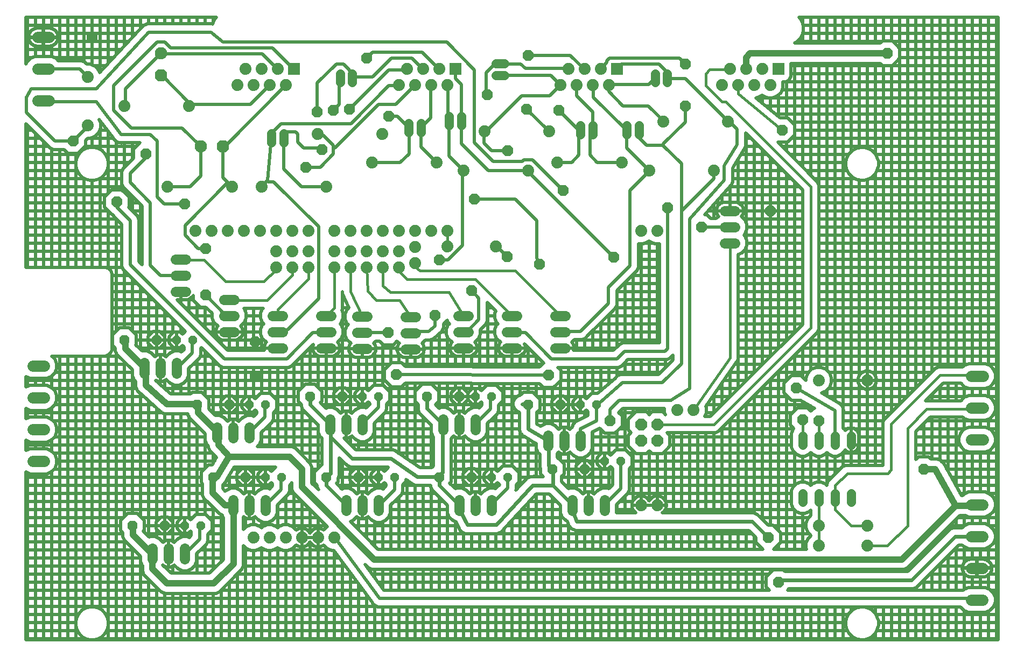
<source format=gbl>
G75*
%MOIN*%
%OFA0B0*%
%FSLAX25Y25*%
%IPPOS*%
%LPD*%
%AMOC8*
5,1,8,0,0,1.08239X$1,22.5*
%
%ADD10C,0.07400*%
%ADD11R,0.07400X0.07400*%
%ADD12OC8,0.07400*%
%ADD13C,0.05600*%
%ADD14OC8,0.06300*%
%ADD15OC8,0.05600*%
%ADD16C,0.06400*%
%ADD17C,0.07100*%
%ADD18C,0.07600*%
%ADD19OC8,0.07600*%
%ADD20C,0.04000*%
%ADD21OC8,0.06756*%
%ADD22C,0.02000*%
%ADD23C,0.02400*%
%ADD24C,0.01600*%
D10*
X0276965Y0186433D03*
X0286965Y0186433D03*
X0296965Y0186433D03*
X0306965Y0186433D03*
X0316965Y0186433D03*
X0326965Y0186433D03*
X0516965Y0206433D03*
X0526965Y0206433D03*
X0539465Y0265433D03*
X0549465Y0265433D03*
X0626965Y0283933D03*
X0656965Y0283933D03*
X0656965Y0193933D03*
X0656965Y0181433D03*
X0626965Y0181433D03*
X0626965Y0193933D03*
X0426965Y0366728D03*
X0396965Y0366728D03*
X0396965Y0376433D03*
X0386965Y0376433D03*
X0376965Y0376433D03*
X0366965Y0376433D03*
X0356965Y0376433D03*
X0346965Y0376433D03*
X0336965Y0376433D03*
X0326965Y0376433D03*
X0326965Y0363933D03*
X0336965Y0363933D03*
X0346965Y0363933D03*
X0356965Y0363933D03*
X0366965Y0363933D03*
X0376965Y0366433D03*
X0376965Y0356433D03*
X0366965Y0353933D03*
X0356965Y0353933D03*
X0346965Y0353933D03*
X0336965Y0353933D03*
X0326965Y0353933D03*
X0310965Y0353933D03*
X0300965Y0353933D03*
X0290965Y0353933D03*
X0290965Y0363933D03*
X0300965Y0363933D03*
X0310965Y0363933D03*
X0310965Y0376433D03*
X0300965Y0376433D03*
X0290965Y0376433D03*
X0280965Y0376433D03*
X0270965Y0376433D03*
X0260965Y0376433D03*
X0250965Y0376433D03*
X0240965Y0376433D03*
X0223665Y0403908D03*
X0263665Y0403908D03*
X0281965Y0403933D03*
X0321965Y0403933D03*
X0350565Y0418633D03*
X0356670Y0436433D03*
X0390565Y0418633D03*
X0406965Y0413933D03*
X0420090Y0438208D03*
X0446965Y0413933D03*
X0464940Y0418933D03*
X0460090Y0438208D03*
X0466965Y0466728D03*
X0476965Y0466728D03*
X0486965Y0466728D03*
X0496965Y0466728D03*
X0491965Y0476728D03*
X0481965Y0476728D03*
X0471965Y0476728D03*
X0530815Y0444138D03*
X0566965Y0466728D03*
X0576965Y0466728D03*
X0586965Y0466728D03*
X0596965Y0466728D03*
X0591965Y0476728D03*
X0581965Y0476728D03*
X0571965Y0476728D03*
X0570815Y0444138D03*
X0561965Y0413933D03*
X0521965Y0413933D03*
X0504940Y0418933D03*
X0516965Y0376433D03*
X0526965Y0376433D03*
X0396965Y0466728D03*
X0386965Y0466728D03*
X0376965Y0466728D03*
X0366965Y0466728D03*
X0371965Y0476728D03*
X0381965Y0476728D03*
X0391965Y0476728D03*
X0316670Y0436433D03*
X0296965Y0466728D03*
X0286965Y0466728D03*
X0276965Y0466728D03*
X0266965Y0466728D03*
X0271965Y0476728D03*
X0281965Y0476728D03*
X0291965Y0476728D03*
X0236965Y0453933D03*
X0196965Y0453933D03*
X0174465Y0441728D03*
X0174465Y0471728D03*
D11*
X0301965Y0476728D03*
X0401965Y0476728D03*
X0501965Y0476728D03*
X0601965Y0476728D03*
D12*
X0526965Y0256433D03*
X0516965Y0256433D03*
X0516965Y0246433D03*
X0526965Y0246433D03*
D13*
X0616965Y0243933D02*
X0616965Y0249533D01*
X0626965Y0249533D02*
X0626965Y0243933D01*
X0636965Y0243933D02*
X0636965Y0249533D01*
X0646965Y0249533D02*
X0646965Y0243933D01*
X0646965Y0213933D02*
X0646965Y0208333D01*
X0636965Y0208333D02*
X0636965Y0213933D01*
X0626965Y0213933D02*
X0626965Y0208333D01*
X0616965Y0208333D02*
X0616965Y0213933D01*
X0515715Y0436133D02*
X0515715Y0441733D01*
X0508215Y0441733D02*
X0508215Y0436133D01*
X0486965Y0436133D02*
X0486965Y0441733D01*
X0479465Y0441733D02*
X0479465Y0436133D01*
X0525715Y0468338D02*
X0525715Y0473938D01*
X0533215Y0473938D02*
X0533215Y0468338D01*
X0432560Y0472683D02*
X0426960Y0472683D01*
X0426960Y0480183D02*
X0432560Y0480183D01*
X0405715Y0447408D02*
X0405715Y0441808D01*
X0398215Y0441808D02*
X0398215Y0447408D01*
X0380715Y0443083D02*
X0380715Y0437483D01*
X0373215Y0437483D02*
X0373215Y0443083D01*
X0338215Y0468338D02*
X0338215Y0473938D01*
X0330715Y0473938D02*
X0330715Y0468338D01*
X0295715Y0436733D02*
X0295715Y0431133D01*
X0288215Y0431133D02*
X0288215Y0436733D01*
D14*
X0216965Y0308933D03*
X0196965Y0308933D03*
X0241965Y0268933D03*
X0261965Y0268933D03*
X0311965Y0273933D03*
X0331965Y0273933D03*
X0384465Y0273933D03*
X0404465Y0273933D03*
X0446965Y0268933D03*
X0466965Y0268933D03*
X0461965Y0228933D03*
X0481965Y0228933D03*
X0411965Y0223933D03*
X0391965Y0223933D03*
X0341965Y0223933D03*
X0321965Y0223933D03*
X0271965Y0223933D03*
X0251965Y0223933D03*
X0221965Y0193933D03*
X0201965Y0193933D03*
D15*
X0234465Y0193933D03*
X0244465Y0193933D03*
X0284465Y0223933D03*
X0294465Y0223933D03*
X0284465Y0268933D03*
X0274465Y0268933D03*
X0239465Y0308933D03*
X0229465Y0308933D03*
X0344465Y0273933D03*
X0354465Y0273933D03*
X0414465Y0273933D03*
X0424465Y0273933D03*
X0479465Y0268933D03*
X0489465Y0268933D03*
X0494465Y0233933D03*
X0504465Y0233933D03*
X0434465Y0223933D03*
X0424465Y0223933D03*
X0364465Y0223933D03*
X0354465Y0223933D03*
D16*
X0354465Y0209633D02*
X0354465Y0203233D01*
X0344465Y0203233D02*
X0344465Y0209633D01*
X0334465Y0209633D02*
X0334465Y0203233D01*
X0284465Y0203233D02*
X0284465Y0209633D01*
X0274465Y0209633D02*
X0274465Y0203233D01*
X0264465Y0203233D02*
X0264465Y0209633D01*
X0234465Y0179633D02*
X0234465Y0173233D01*
X0224465Y0173233D02*
X0224465Y0179633D01*
X0214465Y0179633D02*
X0214465Y0173233D01*
X0254465Y0248233D02*
X0254465Y0254633D01*
X0264465Y0254633D02*
X0264465Y0248233D01*
X0274465Y0248233D02*
X0274465Y0254633D01*
X0324465Y0253233D02*
X0324465Y0259633D01*
X0334465Y0259633D02*
X0334465Y0253233D01*
X0344465Y0253233D02*
X0344465Y0259633D01*
X0394465Y0259633D02*
X0394465Y0253233D01*
X0404465Y0253233D02*
X0404465Y0259633D01*
X0414465Y0259633D02*
X0414465Y0253233D01*
X0459465Y0249633D02*
X0459465Y0243233D01*
X0469465Y0243233D02*
X0469465Y0249633D01*
X0479465Y0249633D02*
X0479465Y0243233D01*
X0474465Y0209633D02*
X0474465Y0203233D01*
X0484465Y0203233D02*
X0484465Y0209633D01*
X0494465Y0209633D02*
X0494465Y0203233D01*
X0424465Y0203233D02*
X0424465Y0209633D01*
X0414465Y0209633D02*
X0414465Y0203233D01*
X0404465Y0203233D02*
X0404465Y0209633D01*
X0403765Y0303933D02*
X0410165Y0303933D01*
X0410165Y0313933D02*
X0403765Y0313933D01*
X0403765Y0323933D02*
X0410165Y0323933D01*
X0433765Y0323933D02*
X0440165Y0323933D01*
X0440165Y0313933D02*
X0433765Y0313933D01*
X0433765Y0303933D02*
X0440165Y0303933D01*
X0463765Y0303933D02*
X0470165Y0303933D01*
X0470165Y0313933D02*
X0463765Y0313933D01*
X0463765Y0323933D02*
X0470165Y0323933D01*
X0377465Y0323258D02*
X0371065Y0323258D01*
X0371065Y0313258D02*
X0377465Y0313258D01*
X0377465Y0303258D02*
X0371065Y0303258D01*
X0347565Y0303333D02*
X0341165Y0303333D01*
X0341165Y0313333D02*
X0347565Y0313333D01*
X0347565Y0323333D02*
X0341165Y0323333D01*
X0325165Y0323933D02*
X0318765Y0323933D01*
X0318765Y0313933D02*
X0325165Y0313933D01*
X0325165Y0303933D02*
X0318765Y0303933D01*
X0295165Y0303933D02*
X0288765Y0303933D01*
X0288765Y0313933D02*
X0295165Y0313933D01*
X0295165Y0323933D02*
X0288765Y0323933D01*
X0265165Y0323933D02*
X0258765Y0323933D01*
X0258765Y0313933D02*
X0265165Y0313933D01*
X0265165Y0333933D02*
X0258765Y0333933D01*
X0235165Y0338933D02*
X0228765Y0338933D01*
X0228765Y0348933D02*
X0235165Y0348933D01*
X0235165Y0358933D02*
X0228765Y0358933D01*
X0229465Y0294633D02*
X0229465Y0288233D01*
X0219465Y0288233D02*
X0219465Y0294633D01*
X0209465Y0294633D02*
X0209465Y0288233D01*
X0568765Y0368933D02*
X0575165Y0368933D01*
X0575165Y0378933D02*
X0568765Y0378933D01*
X0568765Y0388933D02*
X0575165Y0388933D01*
D17*
X0721486Y0286413D02*
X0728586Y0286413D01*
X0728586Y0266728D02*
X0721486Y0266728D01*
X0721486Y0247043D02*
X0728586Y0247043D01*
X0728507Y0206886D02*
X0721407Y0206886D01*
X0721407Y0187201D02*
X0728507Y0187201D01*
X0728507Y0167516D02*
X0721407Y0167516D01*
X0721407Y0147831D02*
X0728507Y0147831D01*
X0150436Y0457043D02*
X0143336Y0457043D01*
X0143336Y0476728D02*
X0150436Y0476728D01*
X0150436Y0496413D02*
X0143336Y0496413D01*
X0140336Y0292691D02*
X0147436Y0292691D01*
X0147436Y0273006D02*
X0140336Y0273006D01*
X0140336Y0253321D02*
X0147436Y0253321D01*
X0147436Y0233636D02*
X0140336Y0233636D01*
D18*
X0244465Y0428933D03*
X0219760Y0486433D03*
D19*
X0219760Y0472683D03*
X0258215Y0428933D03*
D20*
X0197765Y0308833D02*
X0196965Y0308933D01*
X0197765Y0308833D02*
X0197765Y0303433D01*
X0209465Y0291733D01*
X0209465Y0291433D01*
X0210365Y0289933D01*
X0210365Y0280933D01*
X0223415Y0269233D01*
X0240065Y0269233D01*
X0241965Y0268933D01*
X0242765Y0268333D01*
X0242765Y0263833D01*
X0254465Y0252133D01*
X0254465Y0251433D01*
X0255365Y0250333D01*
X0255365Y0243633D01*
X0260765Y0238233D01*
X0261665Y0236433D01*
X0254465Y0224233D01*
X0251965Y0223933D01*
X0251765Y0223733D01*
X0251765Y0214108D01*
X0259440Y0206433D01*
X0264465Y0206433D01*
X0264590Y0206308D01*
X0264590Y0170233D01*
X0252440Y0158083D01*
X0223415Y0158083D01*
X0214465Y0167033D01*
X0214465Y0176433D01*
X0213965Y0176533D01*
X0202265Y0188233D01*
X0202265Y0193633D01*
X0201965Y0193933D01*
X0261665Y0236433D02*
X0299465Y0236433D01*
X0306965Y0228933D01*
X0306965Y0217633D01*
X0351665Y0172933D01*
X0678465Y0172933D01*
X0711765Y0206233D01*
X0699065Y0228933D01*
X0691965Y0228933D01*
X0724265Y0206233D02*
X0724957Y0206886D01*
X0724265Y0206233D02*
X0711765Y0206233D01*
X0581965Y0476728D02*
X0581965Y0483933D01*
X0584465Y0486433D01*
X0669465Y0486433D01*
D21*
X0669465Y0486433D03*
X0604465Y0438933D03*
X0544265Y0453733D03*
X0544265Y0479833D03*
X0465965Y0451033D03*
X0446165Y0451933D03*
X0421865Y0460933D03*
X0447065Y0485233D03*
X0434240Y0426058D03*
X0468665Y0401533D03*
X0413765Y0396133D03*
X0434015Y0360583D03*
X0454040Y0355858D03*
X0411965Y0339433D03*
X0389465Y0324133D03*
X0360440Y0313333D03*
X0365515Y0287283D03*
X0278215Y0286433D03*
X0278215Y0307683D03*
X0247265Y0336733D03*
X0247265Y0365533D03*
X0234440Y0392983D03*
X0210365Y0424033D03*
X0192365Y0394333D03*
X0165365Y0432133D03*
X0176965Y0496433D03*
X0316565Y0450133D03*
X0326465Y0451033D03*
X0336365Y0451933D03*
X0360665Y0447433D03*
X0319265Y0426733D03*
X0309365Y0415933D03*
X0392165Y0358333D03*
X0500165Y0360133D03*
X0533465Y0390733D03*
X0554465Y0378933D03*
X0596965Y0388933D03*
X0459665Y0287008D03*
X0497690Y0258633D03*
X0613065Y0279133D03*
X0616940Y0259333D03*
X0626965Y0258933D03*
X0691965Y0228933D03*
X0595715Y0186433D03*
X0601965Y0158933D03*
X0347165Y0483433D03*
D22*
X0136165Y0226975D02*
X0136165Y0123133D01*
X0738001Y0123133D01*
X0738001Y0508749D01*
X0614797Y0508745D01*
X0615367Y0508175D01*
X0616749Y0505781D01*
X0617464Y0503111D01*
X0617464Y0500346D01*
X0616749Y0497676D01*
X0615367Y0495282D01*
X0613412Y0493327D01*
X0612210Y0492633D01*
X0664948Y0492633D01*
X0666326Y0494011D01*
X0672604Y0494011D01*
X0677043Y0489572D01*
X0677043Y0483294D01*
X0672604Y0478855D01*
X0666326Y0478855D01*
X0664948Y0480233D01*
X0609865Y0480233D01*
X0609865Y0472193D01*
X0609226Y0470649D01*
X0608044Y0469468D01*
X0606501Y0468828D01*
X0604646Y0468828D01*
X0604865Y0468300D01*
X0604865Y0465157D01*
X0603663Y0462253D01*
X0601440Y0460031D01*
X0598537Y0458828D01*
X0595394Y0458828D01*
X0592490Y0460031D01*
X0591965Y0460556D01*
X0591440Y0460031D01*
X0588537Y0458828D01*
X0588045Y0458828D01*
X0603099Y0446511D01*
X0607604Y0446511D01*
X0612043Y0442072D01*
X0612043Y0435794D01*
X0607604Y0431355D01*
X0601614Y0431355D01*
X0626204Y0406765D01*
X0626965Y0404928D01*
X0626965Y0315438D01*
X0626204Y0313601D01*
X0624797Y0312194D01*
X0624797Y0312194D01*
X0564797Y0252194D01*
X0562960Y0251433D01*
X0533138Y0251433D01*
X0533137Y0251433D01*
X0534865Y0249705D01*
X0534865Y0243161D01*
X0530238Y0238533D01*
X0523693Y0238533D01*
X0521965Y0240261D01*
X0521965Y0209175D01*
X0521840Y0209421D01*
X0521313Y0210146D01*
X0520679Y0210781D01*
X0519953Y0211308D01*
X0519153Y0211715D01*
X0518300Y0211993D01*
X0517414Y0212133D01*
X0516965Y0212133D01*
X0516517Y0212133D01*
X0515630Y0211993D01*
X0514777Y0211715D01*
X0513978Y0211308D01*
X0513252Y0210781D01*
X0512617Y0210146D01*
X0512090Y0209421D01*
X0511683Y0208621D01*
X0511406Y0207768D01*
X0511265Y0206882D01*
X0511265Y0206433D01*
X0511265Y0205984D01*
X0511406Y0205098D01*
X0511683Y0204245D01*
X0512090Y0203446D01*
X0512617Y0202720D01*
X0513252Y0202085D01*
X0513737Y0201733D01*
X0501854Y0201733D01*
X0501865Y0201761D01*
X0501865Y0206879D01*
X0507411Y0212425D01*
X0508874Y0213887D01*
X0509665Y0215799D01*
X0509665Y0229234D01*
X0511465Y0231034D01*
X0511465Y0236833D01*
X0507365Y0240933D01*
X0501566Y0240933D01*
X0497910Y0237277D01*
X0496453Y0238733D01*
X0494465Y0238733D01*
X0492477Y0238733D01*
X0489665Y0235921D01*
X0489665Y0233933D01*
X0489665Y0231945D01*
X0492477Y0229133D01*
X0494465Y0229133D01*
X0494465Y0233933D01*
X0489665Y0233933D01*
X0494465Y0233933D01*
X0494465Y0233933D01*
X0484248Y0233933D01*
X0484098Y0234083D02*
X0481965Y0234083D01*
X0479832Y0234083D01*
X0476815Y0231066D01*
X0476815Y0228933D01*
X0476815Y0226800D01*
X0479832Y0223783D01*
X0481965Y0223783D01*
X0481965Y0228933D01*
X0476815Y0228933D01*
X0481965Y0228933D01*
X0481965Y0228933D01*
X0469315Y0228933D01*
X0469315Y0225889D02*
X0469315Y0231978D01*
X0465065Y0236228D01*
X0465065Y0238368D01*
X0465739Y0239041D01*
X0465904Y0239440D01*
X0466078Y0239267D01*
X0466740Y0238786D01*
X0467469Y0238414D01*
X0468248Y0238161D01*
X0469056Y0238033D01*
X0469465Y0238033D01*
X0469465Y0246433D01*
X0469465Y0246433D01*
X0469465Y0254833D01*
X0469056Y0254833D01*
X0468248Y0254705D01*
X0467469Y0254452D01*
X0466740Y0254080D01*
X0466078Y0253599D01*
X0465904Y0253426D01*
X0465739Y0253825D01*
X0463657Y0255906D01*
X0460937Y0257033D01*
X0457993Y0257033D01*
X0455273Y0255906D01*
X0454845Y0255478D01*
X0452465Y0256899D01*
X0452465Y0264039D01*
X0454315Y0265889D01*
X0454315Y0271978D01*
X0450010Y0276283D01*
X0443921Y0276283D01*
X0442271Y0274633D01*
X0442166Y0274633D01*
X0440181Y0273811D01*
X0438662Y0272292D01*
X0437840Y0270307D01*
X0437840Y0268159D01*
X0438662Y0266174D01*
X0440181Y0264655D01*
X0441320Y0264183D01*
X0441665Y0263839D01*
X0441665Y0254226D01*
X0441567Y0253552D01*
X0441665Y0253162D01*
X0441665Y0252759D01*
X0441926Y0252130D01*
X0442093Y0251470D01*
X0442333Y0251146D01*
X0442487Y0250774D01*
X0442969Y0250293D01*
X0443376Y0249746D01*
X0443721Y0249540D01*
X0444006Y0249255D01*
X0444636Y0248995D01*
X0452065Y0244561D01*
X0452065Y0241761D01*
X0453192Y0239041D01*
X0454265Y0237968D01*
X0454265Y0229959D01*
X0454615Y0229114D01*
X0454615Y0225889D01*
X0456271Y0224233D01*
X0450719Y0224233D01*
X0450606Y0224274D01*
X0449649Y0224233D01*
X0448691Y0224233D01*
X0448580Y0224187D01*
X0448460Y0224182D01*
X0447591Y0223778D01*
X0446706Y0223411D01*
X0446621Y0223326D01*
X0446512Y0223275D01*
X0445865Y0222569D01*
X0445187Y0221892D01*
X0445141Y0221781D01*
X0439524Y0215658D01*
X0439665Y0215999D01*
X0439665Y0219234D01*
X0441465Y0221034D01*
X0441465Y0226833D01*
X0437365Y0230933D01*
X0431566Y0230933D01*
X0427910Y0227277D01*
X0426453Y0228733D01*
X0424465Y0228733D01*
X0422477Y0228733D01*
X0419665Y0225921D01*
X0419665Y0223933D01*
X0419665Y0221945D01*
X0422477Y0219133D01*
X0424465Y0219133D01*
X0424465Y0223933D01*
X0419665Y0223933D01*
X0424465Y0223933D01*
X0424465Y0223933D01*
X0411965Y0223933D01*
X0406815Y0223933D01*
X0406815Y0221800D01*
X0409832Y0218783D01*
X0411965Y0218783D01*
X0411965Y0223933D01*
X0411965Y0223933D01*
X0399315Y0223933D01*
X0399315Y0225738D02*
X0399315Y0220889D01*
X0398531Y0220104D01*
X0402009Y0216626D01*
X0402993Y0217033D01*
X0405937Y0217033D01*
X0408657Y0215906D01*
X0410739Y0213825D01*
X0410904Y0213426D01*
X0411078Y0213599D01*
X0411740Y0214080D01*
X0412469Y0214452D01*
X0413248Y0214705D01*
X0414056Y0214833D01*
X0414465Y0214833D01*
X0414465Y0206433D01*
X0414465Y0206433D01*
X0414465Y0214833D01*
X0414874Y0214833D01*
X0415683Y0214705D01*
X0416461Y0214452D01*
X0417191Y0214080D01*
X0417853Y0213599D01*
X0418026Y0213426D01*
X0418192Y0213825D01*
X0420273Y0215906D01*
X0422993Y0217033D01*
X0425937Y0217033D01*
X0426767Y0216689D01*
X0429265Y0219187D01*
X0429265Y0219234D01*
X0427910Y0220589D01*
X0426453Y0219133D01*
X0424465Y0219133D01*
X0424465Y0223933D01*
X0424465Y0223933D01*
X0424465Y0228733D01*
X0424465Y0223933D01*
X0424465Y0223933D01*
X0421965Y0223933D02*
X0421965Y0223933D01*
X0421965Y0219645D02*
X0421965Y0216607D01*
X0418300Y0213933D02*
X0417394Y0213933D01*
X0416965Y0214195D02*
X0416965Y0221650D01*
X0417115Y0221800D02*
X0417115Y0223933D01*
X0411965Y0223933D01*
X0406815Y0223933D01*
X0406815Y0226066D01*
X0409832Y0229083D01*
X0411965Y0229083D01*
X0411965Y0223933D01*
X0411965Y0223933D01*
X0411965Y0214195D01*
X0411537Y0213933D02*
X0410630Y0213933D01*
X0414465Y0213933D02*
X0414465Y0213933D01*
X0414098Y0218783D02*
X0417115Y0221800D01*
X0417115Y0223933D02*
X0417115Y0226066D01*
X0414098Y0229083D01*
X0411965Y0229083D01*
X0411965Y0223933D01*
X0411965Y0223933D01*
X0411965Y0218783D01*
X0414098Y0218783D01*
X0414248Y0218933D02*
X0429011Y0218933D01*
X0426965Y0219645D02*
X0426965Y0216887D01*
X0434465Y0217033D02*
X0424565Y0207133D01*
X0424465Y0206433D01*
X0414465Y0208933D02*
X0414465Y0208933D01*
X0411965Y0218933D02*
X0411965Y0218933D01*
X0409682Y0218933D02*
X0399702Y0218933D01*
X0401965Y0216670D02*
X0401965Y0248671D01*
X0401740Y0248786D02*
X0402469Y0248414D01*
X0403248Y0248161D01*
X0404056Y0248033D01*
X0404465Y0248033D01*
X0404465Y0256433D01*
X0404465Y0256433D01*
X0404465Y0264833D01*
X0404056Y0264833D01*
X0403248Y0264705D01*
X0402469Y0264452D01*
X0401740Y0264080D01*
X0401078Y0263599D01*
X0400904Y0263426D01*
X0400739Y0263825D01*
X0398657Y0265906D01*
X0395937Y0267033D01*
X0392993Y0267033D01*
X0391939Y0266596D01*
X0389865Y0268670D01*
X0389865Y0268939D01*
X0391815Y0270889D01*
X0391815Y0276978D01*
X0387510Y0281283D01*
X0381421Y0281283D01*
X0377115Y0276978D01*
X0377115Y0270889D01*
X0379065Y0268939D01*
X0379065Y0265359D01*
X0379887Y0263374D01*
X0381406Y0261855D01*
X0387065Y0256196D01*
X0387065Y0251761D01*
X0388192Y0249041D01*
X0388565Y0248668D01*
X0388565Y0230928D01*
X0387271Y0229633D01*
X0379954Y0229633D01*
X0365441Y0239694D01*
X0365024Y0240111D01*
X0364566Y0240301D01*
X0364159Y0240583D01*
X0363583Y0240708D01*
X0363039Y0240933D01*
X0362544Y0240933D01*
X0362060Y0241038D01*
X0361480Y0240933D01*
X0340302Y0240933D01*
X0332990Y0248245D01*
X0333248Y0248161D01*
X0334056Y0248033D01*
X0334465Y0248033D01*
X0334465Y0256433D01*
X0334465Y0256433D01*
X0334465Y0264833D01*
X0334056Y0264833D01*
X0333248Y0264705D01*
X0332469Y0264452D01*
X0331740Y0264080D01*
X0331078Y0263599D01*
X0330904Y0263426D01*
X0330739Y0263825D01*
X0328657Y0265906D01*
X0325937Y0267033D01*
X0322993Y0267033D01*
X0321939Y0266596D01*
X0318481Y0270054D01*
X0319315Y0270889D01*
X0319315Y0276978D01*
X0315010Y0281283D01*
X0308921Y0281283D01*
X0304615Y0276978D01*
X0304615Y0270889D01*
X0306665Y0268839D01*
X0306665Y0267759D01*
X0307487Y0265774D01*
X0317065Y0256196D01*
X0317065Y0251761D01*
X0318192Y0249041D01*
X0319265Y0247968D01*
X0319265Y0231283D01*
X0318921Y0231283D01*
X0314615Y0226978D01*
X0314615Y0220889D01*
X0316565Y0218939D01*
X0316565Y0217759D01*
X0317242Y0216124D01*
X0313165Y0220201D01*
X0313165Y0230166D01*
X0312221Y0232445D01*
X0304721Y0239945D01*
X0302977Y0241689D01*
X0300698Y0242633D01*
X0279330Y0242633D01*
X0280739Y0244041D01*
X0281865Y0246761D01*
X0281865Y0251479D01*
X0288574Y0258187D01*
X0289365Y0260099D01*
X0289365Y0263934D01*
X0291465Y0266034D01*
X0291465Y0271833D01*
X0287365Y0275933D01*
X0281566Y0275933D01*
X0277910Y0272277D01*
X0276453Y0273733D01*
X0274465Y0273733D01*
X0272477Y0273733D01*
X0269665Y0270921D01*
X0269665Y0268933D01*
X0269665Y0266945D01*
X0272477Y0264133D01*
X0274465Y0264133D01*
X0274465Y0268933D01*
X0269665Y0268933D01*
X0274465Y0268933D01*
X0274465Y0268933D01*
X0261965Y0268933D01*
X0256815Y0268933D01*
X0256815Y0266800D01*
X0259832Y0263783D01*
X0261965Y0263783D01*
X0261965Y0268933D01*
X0261965Y0268933D01*
X0249315Y0268933D01*
X0249315Y0266051D02*
X0249315Y0271978D01*
X0245010Y0276283D01*
X0238921Y0276283D01*
X0238071Y0275433D01*
X0225788Y0275433D01*
X0216565Y0283701D01*
X0216565Y0283913D01*
X0216740Y0283786D01*
X0217469Y0283414D01*
X0218248Y0283161D01*
X0219056Y0283033D01*
X0219465Y0283033D01*
X0219465Y0291433D01*
X0219465Y0291433D01*
X0219465Y0299833D01*
X0219056Y0299833D01*
X0218248Y0299705D01*
X0217469Y0299452D01*
X0216740Y0299080D01*
X0216078Y0298599D01*
X0215904Y0298426D01*
X0215739Y0298825D01*
X0213657Y0300906D01*
X0210937Y0302033D01*
X0207993Y0302033D01*
X0207951Y0302016D01*
X0204196Y0305770D01*
X0204315Y0305889D01*
X0204315Y0311978D01*
X0200010Y0316283D01*
X0193921Y0316283D01*
X0189615Y0311978D01*
X0189615Y0305889D01*
X0191565Y0303939D01*
X0191565Y0302200D01*
X0192509Y0299921D01*
X0202065Y0290365D01*
X0202065Y0286761D01*
X0203192Y0284041D01*
X0204165Y0283068D01*
X0204165Y0281992D01*
X0204107Y0281827D01*
X0204165Y0280764D01*
X0204165Y0279700D01*
X0204232Y0279538D01*
X0204242Y0279364D01*
X0204702Y0278404D01*
X0205109Y0277421D01*
X0205233Y0277298D01*
X0205308Y0277140D01*
X0206101Y0276429D01*
X0206853Y0275677D01*
X0207015Y0275610D01*
X0219151Y0264729D01*
X0219903Y0263977D01*
X0220065Y0263910D01*
X0220195Y0263793D01*
X0221199Y0263440D01*
X0222182Y0263033D01*
X0222357Y0263033D01*
X0222521Y0262975D01*
X0223584Y0263033D01*
X0236565Y0263033D01*
X0236565Y0262600D01*
X0237509Y0260321D01*
X0247065Y0250765D01*
X0247065Y0246761D01*
X0248192Y0244041D01*
X0249165Y0243068D01*
X0249165Y0242400D01*
X0250109Y0240121D01*
X0254218Y0236012D01*
X0251427Y0231283D01*
X0248921Y0231283D01*
X0244615Y0226978D01*
X0244615Y0220889D01*
X0245565Y0219939D01*
X0245565Y0212875D01*
X0246509Y0210596D01*
X0248253Y0208852D01*
X0255928Y0201177D01*
X0257593Y0200487D01*
X0258192Y0199041D01*
X0258390Y0198843D01*
X0258390Y0172801D01*
X0249872Y0164283D01*
X0225983Y0164283D01*
X0220881Y0169385D01*
X0220904Y0169440D01*
X0221078Y0169267D01*
X0221740Y0168786D01*
X0222469Y0168414D01*
X0223248Y0168161D01*
X0224056Y0168033D01*
X0224465Y0168033D01*
X0224465Y0176433D01*
X0224465Y0176433D01*
X0224465Y0184833D01*
X0224056Y0184833D01*
X0223248Y0184705D01*
X0222469Y0184452D01*
X0221740Y0184080D01*
X0221078Y0183599D01*
X0220904Y0183426D01*
X0220739Y0183825D01*
X0218657Y0185906D01*
X0215937Y0187033D01*
X0212993Y0187033D01*
X0212456Y0186810D01*
X0208846Y0190420D01*
X0209315Y0190889D01*
X0209315Y0196978D01*
X0205010Y0201283D01*
X0198921Y0201283D01*
X0194615Y0196978D01*
X0194615Y0190889D01*
X0196065Y0189439D01*
X0196065Y0187000D01*
X0197009Y0184721D01*
X0207065Y0174665D01*
X0207065Y0171761D01*
X0208192Y0169041D01*
X0208265Y0168968D01*
X0208265Y0165800D01*
X0209209Y0163521D01*
X0218159Y0154571D01*
X0219903Y0152827D01*
X0222182Y0151883D01*
X0253673Y0151883D01*
X0255952Y0152827D01*
X0268102Y0164977D01*
X0269846Y0166721D01*
X0270790Y0169000D01*
X0270790Y0181436D01*
X0272490Y0179736D01*
X0275394Y0178533D01*
X0278537Y0178533D01*
X0281440Y0179736D01*
X0281965Y0180261D01*
X0282490Y0179736D01*
X0285394Y0178533D01*
X0288537Y0178533D01*
X0291440Y0179736D01*
X0291965Y0180261D01*
X0292490Y0179736D01*
X0295394Y0178533D01*
X0298537Y0178533D01*
X0301440Y0179736D01*
X0303563Y0181859D01*
X0303978Y0181558D01*
X0304777Y0181151D01*
X0305630Y0180873D01*
X0306517Y0180733D01*
X0306965Y0180733D01*
X0306965Y0186433D01*
X0306965Y0186433D01*
X0306965Y0123133D01*
X0301965Y0123133D02*
X0301965Y0180261D01*
X0299502Y0178933D02*
X0324428Y0178933D01*
X0325394Y0178533D02*
X0326720Y0178533D01*
X0350602Y0146060D01*
X0350757Y0145688D01*
X0351210Y0145235D01*
X0351589Y0144719D01*
X0351934Y0144510D01*
X0352220Y0144225D01*
X0352811Y0143980D01*
X0353359Y0143648D01*
X0353758Y0143588D01*
X0354131Y0143433D01*
X0354771Y0143433D01*
X0355404Y0143337D01*
X0355796Y0143433D01*
X0714845Y0143433D01*
X0717017Y0141261D01*
X0719866Y0140081D01*
X0730049Y0140081D01*
X0732897Y0141261D01*
X0735077Y0143441D01*
X0736257Y0146289D01*
X0736257Y0149372D01*
X0735077Y0152221D01*
X0732897Y0154401D01*
X0730049Y0155581D01*
X0719866Y0155581D01*
X0717017Y0154401D01*
X0716450Y0153833D01*
X0607582Y0153833D01*
X0608532Y0154783D01*
X0685539Y0154783D01*
X0687524Y0155605D01*
X0713720Y0181801D01*
X0715847Y0181801D01*
X0717017Y0180631D01*
X0719866Y0179451D01*
X0730049Y0179451D01*
X0732897Y0180631D01*
X0735077Y0182811D01*
X0736257Y0185659D01*
X0736257Y0188742D01*
X0735077Y0191591D01*
X0732897Y0193771D01*
X0730049Y0194951D01*
X0719866Y0194951D01*
X0717017Y0193771D01*
X0715847Y0192601D01*
X0710409Y0192601D01*
X0708424Y0191779D01*
X0682228Y0165583D01*
X0606032Y0165583D01*
X0605104Y0166511D01*
X0598826Y0166511D01*
X0594387Y0162072D01*
X0594387Y0155794D01*
X0596348Y0153833D01*
X0357796Y0153833D01*
X0346116Y0169714D01*
X0348153Y0167677D01*
X0350432Y0166733D01*
X0679698Y0166733D01*
X0681977Y0167677D01*
X0683721Y0169421D01*
X0714333Y0200033D01*
X0717700Y0200033D01*
X0719866Y0199136D01*
X0730049Y0199136D01*
X0732897Y0200316D01*
X0735077Y0202496D01*
X0736257Y0205344D01*
X0736257Y0208427D01*
X0735077Y0211276D01*
X0732897Y0213456D01*
X0730049Y0214636D01*
X0719866Y0214636D01*
X0717017Y0213456D01*
X0715994Y0212433D01*
X0715401Y0212433D01*
X0704654Y0231642D01*
X0704321Y0232445D01*
X0704057Y0232710D01*
X0703874Y0233036D01*
X0703192Y0233575D01*
X0702577Y0234189D01*
X0702231Y0234332D01*
X0701937Y0234564D01*
X0701101Y0234801D01*
X0700298Y0235133D01*
X0699924Y0235133D01*
X0699564Y0235235D01*
X0698701Y0235133D01*
X0696482Y0235133D01*
X0695104Y0236511D01*
X0688826Y0236511D01*
X0686965Y0234650D01*
X0686965Y0252087D01*
X0695961Y0261083D01*
X0716171Y0261083D01*
X0717096Y0260158D01*
X0719945Y0258978D01*
X0730128Y0258978D01*
X0732976Y0260158D01*
X0735156Y0262338D01*
X0736336Y0265187D01*
X0736336Y0268270D01*
X0735156Y0271118D01*
X0732976Y0273298D01*
X0730128Y0274478D01*
X0719945Y0274478D01*
X0717096Y0273298D01*
X0714916Y0271118D01*
X0714901Y0271083D01*
X0693136Y0271083D01*
X0704061Y0282008D01*
X0714931Y0282008D01*
X0717096Y0279843D01*
X0719945Y0278663D01*
X0730128Y0278663D01*
X0732976Y0279843D01*
X0735156Y0282023D01*
X0736336Y0284872D01*
X0736336Y0287955D01*
X0735156Y0290803D01*
X0732976Y0292984D01*
X0730128Y0294163D01*
X0719945Y0294163D01*
X0717096Y0292984D01*
X0716121Y0292008D01*
X0700996Y0292008D01*
X0699158Y0291247D01*
X0697751Y0289840D01*
X0667376Y0259465D01*
X0666615Y0257628D01*
X0666615Y0231258D01*
X0643621Y0231258D01*
X0641783Y0230497D01*
X0640376Y0229090D01*
X0632726Y0221440D01*
X0631965Y0219603D01*
X0631965Y0239034D01*
X0633000Y0237999D01*
X0635573Y0236933D01*
X0638358Y0236933D01*
X0640930Y0237999D01*
X0642900Y0239968D01*
X0643268Y0240856D01*
X0643304Y0240806D01*
X0643838Y0240272D01*
X0644449Y0239828D01*
X0645123Y0239485D01*
X0645841Y0239251D01*
X0646587Y0239133D01*
X0646965Y0239133D01*
X0646965Y0243933D01*
X0646965Y0243933D01*
X0646965Y0231258D01*
X0651965Y0231258D02*
X0651965Y0281191D01*
X0652090Y0280946D02*
X0652617Y0280220D01*
X0653252Y0279585D01*
X0653978Y0279058D01*
X0654777Y0278651D01*
X0655630Y0278373D01*
X0656517Y0278233D01*
X0656965Y0278233D01*
X0656965Y0283933D01*
X0651265Y0283933D01*
X0651265Y0283484D01*
X0651406Y0282598D01*
X0651683Y0281745D01*
X0652090Y0280946D01*
X0654223Y0278933D02*
X0633138Y0278933D01*
X0633663Y0279458D02*
X0631440Y0277236D01*
X0628655Y0276082D01*
X0639278Y0269904D01*
X0639911Y0269641D01*
X0640164Y0269388D01*
X0640474Y0269208D01*
X0640889Y0268663D01*
X0641374Y0268179D01*
X0641511Y0267848D01*
X0641728Y0267563D01*
X0641903Y0266900D01*
X0642165Y0266267D01*
X0642165Y0265909D01*
X0642257Y0265563D01*
X0642165Y0264884D01*
X0642165Y0254233D01*
X0642900Y0253498D01*
X0643268Y0252610D01*
X0643304Y0252660D01*
X0643838Y0253194D01*
X0644449Y0253638D01*
X0645123Y0253981D01*
X0645841Y0254215D01*
X0646587Y0254333D01*
X0646965Y0254333D01*
X0646965Y0243933D01*
X0646965Y0243933D01*
X0646965Y0239133D01*
X0647343Y0239133D01*
X0648089Y0239251D01*
X0648808Y0239485D01*
X0649481Y0239828D01*
X0650092Y0240272D01*
X0650626Y0240806D01*
X0651071Y0241417D01*
X0651414Y0242091D01*
X0651647Y0242809D01*
X0651765Y0243555D01*
X0651765Y0243933D01*
X0646965Y0243933D01*
X0646965Y0410508D01*
X0647611Y0409862D02*
X0649915Y0408532D01*
X0652485Y0407843D01*
X0655146Y0407843D01*
X0657716Y0408532D01*
X0660021Y0409862D01*
X0661902Y0411744D01*
X0663232Y0414048D01*
X0663921Y0416618D01*
X0663921Y0419279D01*
X0663232Y0421849D01*
X0661902Y0424154D01*
X0660021Y0426035D01*
X0657716Y0427366D01*
X0655146Y0428054D01*
X0652485Y0428054D01*
X0649915Y0427366D01*
X0647611Y0426035D01*
X0645729Y0424154D01*
X0644399Y0421849D01*
X0643710Y0419279D01*
X0643710Y0416618D01*
X0644399Y0414048D01*
X0645729Y0411744D01*
X0647611Y0409862D01*
X0649220Y0408933D02*
X0624036Y0408933D01*
X0621965Y0411004D02*
X0621965Y0480233D01*
X0616965Y0480233D02*
X0616965Y0416004D01*
X0619036Y0413933D02*
X0644465Y0413933D01*
X0643710Y0418933D02*
X0614036Y0418933D01*
X0611965Y0421004D02*
X0611965Y0435716D01*
X0610182Y0433933D02*
X0738001Y0433933D01*
X0738001Y0428933D02*
X0604036Y0428933D01*
X0601965Y0431004D02*
X0601965Y0431355D01*
X0606965Y0431355D02*
X0606965Y0426004D01*
X0609036Y0423933D02*
X0645602Y0423933D01*
X0646965Y0425390D02*
X0646965Y0480233D01*
X0641965Y0480233D02*
X0641965Y0266750D01*
X0640683Y0268933D02*
X0676844Y0268933D01*
X0676965Y0269054D02*
X0676965Y0483216D01*
X0677043Y0483933D02*
X0738001Y0483933D01*
X0738001Y0478933D02*
X0672682Y0478933D01*
X0671965Y0478855D02*
X0671965Y0264054D01*
X0671844Y0263933D02*
X0642165Y0263933D01*
X0642165Y0258933D02*
X0667156Y0258933D01*
X0666965Y0258473D02*
X0666965Y0478855D01*
X0666248Y0478933D02*
X0609865Y0478933D01*
X0611965Y0480233D02*
X0611965Y0442150D01*
X0610182Y0443933D02*
X0738001Y0443933D01*
X0738001Y0438933D02*
X0612043Y0438933D01*
X0606965Y0446511D02*
X0606965Y0469021D01*
X0606753Y0468933D02*
X0738001Y0468933D01*
X0738001Y0463933D02*
X0604358Y0463933D01*
X0601965Y0460556D02*
X0601965Y0447439D01*
X0600139Y0448933D02*
X0738001Y0448933D01*
X0738001Y0453933D02*
X0594028Y0453933D01*
X0591965Y0455621D02*
X0591965Y0460556D01*
X0588789Y0458933D02*
X0595141Y0458933D01*
X0596965Y0458828D02*
X0596965Y0451530D01*
X0598789Y0458933D02*
X0738001Y0458933D01*
X0738001Y0473933D02*
X0609865Y0473933D01*
X0626965Y0480233D02*
X0626965Y0291833D01*
X0625394Y0291833D02*
X0622490Y0290630D01*
X0620268Y0288408D01*
X0619065Y0285504D01*
X0619065Y0283850D01*
X0616204Y0286711D01*
X0609926Y0286711D01*
X0605487Y0282272D01*
X0605487Y0275994D01*
X0609926Y0271555D01*
X0615752Y0271555D01*
X0624425Y0266511D01*
X0623826Y0266511D01*
X0622153Y0264837D01*
X0620079Y0266911D01*
X0613801Y0266911D01*
X0609362Y0262472D01*
X0609362Y0256194D01*
X0611545Y0254012D01*
X0611031Y0253498D01*
X0609965Y0250925D01*
X0609965Y0242541D01*
X0611031Y0239968D01*
X0613000Y0237999D01*
X0615573Y0236933D01*
X0618358Y0236933D01*
X0620930Y0237999D01*
X0621965Y0239034D01*
X0621965Y0218833D01*
X0620930Y0219867D01*
X0618358Y0220933D01*
X0615573Y0220933D01*
X0613000Y0219867D01*
X0611031Y0217898D01*
X0609965Y0215325D01*
X0609965Y0206941D01*
X0611031Y0204368D01*
X0613000Y0202399D01*
X0615573Y0201333D01*
X0618358Y0201333D01*
X0620930Y0202399D01*
X0621965Y0203434D01*
X0621965Y0203434D01*
X0621965Y0200105D01*
X0620268Y0198408D01*
X0619065Y0195504D01*
X0619065Y0192362D01*
X0620268Y0189458D01*
X0621965Y0187761D01*
X0621965Y0187605D01*
X0620268Y0185908D01*
X0619065Y0183004D01*
X0619065Y0179862D01*
X0619367Y0179133D01*
X0599132Y0179133D01*
X0603293Y0183294D01*
X0603293Y0189572D01*
X0598854Y0194011D01*
X0595774Y0194011D01*
X0590393Y0199392D01*
X0588874Y0200911D01*
X0586889Y0201733D01*
X0530194Y0201733D01*
X0530679Y0202085D01*
X0531313Y0202720D01*
X0531840Y0203446D01*
X0532248Y0204245D01*
X0532525Y0205098D01*
X0532665Y0205984D01*
X0532665Y0206433D01*
X0526965Y0206433D01*
X0521265Y0206433D01*
X0516965Y0206433D01*
X0511265Y0206433D01*
X0516965Y0206433D01*
X0516965Y0206433D01*
X0516965Y0212133D01*
X0516965Y0206433D01*
X0516965Y0206433D01*
X0516965Y0238533D01*
X0513693Y0238533D02*
X0520237Y0238533D01*
X0521965Y0240261D01*
X0520637Y0238933D02*
X0523293Y0238933D01*
X0526965Y0238533D02*
X0526965Y0206433D01*
X0526965Y0206433D01*
X0516965Y0206433D01*
X0516965Y0206433D01*
X0516965Y0208933D02*
X0516965Y0208933D01*
X0511965Y0209175D02*
X0511965Y0240261D01*
X0513293Y0238933D02*
X0509365Y0238933D01*
X0506965Y0240933D02*
X0506965Y0266283D01*
X0505694Y0266283D02*
X0531565Y0266283D01*
X0531565Y0263862D01*
X0532171Y0262400D01*
X0530238Y0264333D01*
X0523693Y0264333D01*
X0521965Y0262605D01*
X0521965Y0266283D01*
X0520237Y0264333D02*
X0521965Y0262605D01*
X0520637Y0263933D02*
X0523293Y0263933D01*
X0520237Y0264333D02*
X0513693Y0264333D01*
X0509065Y0259705D01*
X0509065Y0253161D01*
X0510793Y0251433D01*
X0509065Y0249705D01*
X0509065Y0243161D01*
X0513693Y0238533D01*
X0511465Y0233933D02*
X0666615Y0233933D01*
X0666615Y0238933D02*
X0641865Y0238933D01*
X0641965Y0239034D02*
X0641965Y0230572D01*
X0640219Y0228933D02*
X0509665Y0228933D01*
X0509665Y0223933D02*
X0635219Y0223933D01*
X0636965Y0225679D02*
X0636965Y0236933D01*
X0632066Y0238933D02*
X0631865Y0238933D01*
X0631965Y0239034D02*
X0630930Y0237999D01*
X0628358Y0236933D01*
X0625573Y0236933D01*
X0623000Y0237999D01*
X0621965Y0239034D01*
X0621865Y0238933D02*
X0622066Y0238933D01*
X0626965Y0236933D02*
X0626965Y0220933D01*
X0625573Y0220933D02*
X0623000Y0219867D01*
X0621965Y0218833D01*
X0621865Y0218933D02*
X0622066Y0218933D01*
X0625573Y0220933D02*
X0628358Y0220933D01*
X0630930Y0219867D01*
X0631965Y0218833D01*
X0631965Y0218833D01*
X0631965Y0219603D01*
X0631965Y0218933D02*
X0631865Y0218933D01*
X0616965Y0220933D02*
X0616965Y0236933D01*
X0612066Y0238933D02*
X0530638Y0238933D01*
X0531965Y0240261D02*
X0531965Y0209175D01*
X0532089Y0208933D02*
X0609965Y0208933D01*
X0609965Y0213933D02*
X0508892Y0213933D01*
X0506965Y0211979D02*
X0506965Y0201733D01*
X0501965Y0201733D02*
X0501965Y0206979D01*
X0503919Y0208933D02*
X0511842Y0208933D01*
X0511965Y0206433D02*
X0511965Y0206433D01*
X0511842Y0203933D02*
X0501865Y0203933D01*
X0494765Y0207133D02*
X0504465Y0216833D01*
X0504465Y0233933D01*
X0499566Y0238933D02*
X0485630Y0238933D01*
X0485739Y0239041D02*
X0486865Y0241761D01*
X0486865Y0251105D01*
X0486628Y0251676D01*
X0491513Y0254094D01*
X0494551Y0251055D01*
X0500829Y0251055D01*
X0505268Y0255494D01*
X0505268Y0261772D01*
X0503226Y0263815D01*
X0505694Y0266283D01*
X0503344Y0263933D02*
X0513293Y0263933D01*
X0511965Y0262605D02*
X0511965Y0266283D01*
X0516965Y0266283D02*
X0516965Y0264333D01*
X0509065Y0258933D02*
X0505268Y0258933D01*
X0503707Y0253933D02*
X0509065Y0253933D01*
X0509065Y0248933D02*
X0486865Y0248933D01*
X0486965Y0251843D02*
X0486965Y0231216D01*
X0487115Y0231066D02*
X0484098Y0234083D01*
X0481965Y0234083D02*
X0481965Y0228933D01*
X0481965Y0228933D01*
X0481965Y0214195D01*
X0481740Y0214080D02*
X0481078Y0213599D01*
X0480904Y0213426D01*
X0480739Y0213825D01*
X0478657Y0215906D01*
X0475937Y0217033D01*
X0472993Y0217033D01*
X0472151Y0216684D01*
X0467765Y0221070D01*
X0467765Y0222458D01*
X0467828Y0222646D01*
X0467765Y0223526D01*
X0467765Y0224339D01*
X0469315Y0225889D01*
X0467765Y0223933D02*
X0479682Y0223933D01*
X0481965Y0223933D02*
X0481965Y0223933D01*
X0481965Y0223783D02*
X0484098Y0223783D01*
X0487115Y0226800D01*
X0487115Y0228933D01*
X0481965Y0228933D01*
X0481965Y0234083D01*
X0481965Y0233933D02*
X0481965Y0233933D01*
X0480937Y0235833D02*
X0483657Y0236960D01*
X0485739Y0239041D01*
X0481965Y0236259D02*
X0481965Y0228933D01*
X0481965Y0228933D01*
X0481965Y0223783D01*
X0484248Y0223933D02*
X0499265Y0223933D01*
X0499265Y0218987D02*
X0496909Y0216631D01*
X0495937Y0217033D01*
X0492993Y0217033D01*
X0490273Y0215906D01*
X0488192Y0213825D01*
X0488026Y0213426D01*
X0487853Y0213599D01*
X0487191Y0214080D01*
X0486461Y0214452D01*
X0485683Y0214705D01*
X0484874Y0214833D01*
X0484465Y0214833D01*
X0484056Y0214833D01*
X0483248Y0214705D01*
X0482469Y0214452D01*
X0481740Y0214080D01*
X0481537Y0213933D02*
X0480630Y0213933D01*
X0484465Y0213933D02*
X0484465Y0213933D01*
X0484465Y0214833D02*
X0484465Y0206433D01*
X0484465Y0206433D01*
X0484465Y0214833D01*
X0486965Y0214195D02*
X0486965Y0226650D01*
X0486965Y0228933D02*
X0486965Y0228933D01*
X0487115Y0228933D02*
X0487115Y0231066D01*
X0487115Y0228933D02*
X0481965Y0228933D01*
X0499265Y0228933D01*
X0499265Y0229234D02*
X0499265Y0218987D01*
X0499211Y0218933D02*
X0469902Y0218933D01*
X0471965Y0216870D02*
X0471965Y0238671D01*
X0472191Y0238786D02*
X0472853Y0239267D01*
X0473026Y0239440D01*
X0473192Y0239041D01*
X0475273Y0236960D01*
X0477993Y0235833D01*
X0480937Y0235833D01*
X0479682Y0233933D02*
X0467360Y0233933D01*
X0466965Y0234328D02*
X0466965Y0238671D01*
X0466537Y0238933D02*
X0465630Y0238933D01*
X0469465Y0238933D02*
X0469465Y0238933D01*
X0469465Y0238033D02*
X0469874Y0238033D01*
X0470683Y0238161D01*
X0471461Y0238414D01*
X0472191Y0238786D01*
X0472394Y0238933D02*
X0473300Y0238933D01*
X0469465Y0238033D02*
X0469465Y0246433D01*
X0469465Y0246433D01*
X0469465Y0254833D01*
X0469874Y0254833D01*
X0470683Y0254705D01*
X0471461Y0254452D01*
X0472191Y0254080D01*
X0472853Y0253599D01*
X0473026Y0253426D01*
X0473192Y0253825D01*
X0474265Y0254898D01*
X0474265Y0254967D01*
X0474594Y0255762D01*
X0474870Y0256577D01*
X0474988Y0256713D01*
X0475057Y0256879D01*
X0475665Y0257487D01*
X0476232Y0258135D01*
X0476393Y0258214D01*
X0476520Y0258341D01*
X0477315Y0258671D01*
X0484165Y0262061D01*
X0484165Y0264334D01*
X0482910Y0265589D01*
X0481453Y0264133D01*
X0479465Y0264133D01*
X0479465Y0268933D01*
X0474665Y0268933D01*
X0474665Y0266945D01*
X0477477Y0264133D01*
X0479465Y0264133D01*
X0479465Y0268933D01*
X0479465Y0268933D01*
X0466965Y0268933D01*
X0461815Y0268933D01*
X0461815Y0266800D01*
X0464832Y0263783D01*
X0466965Y0263783D01*
X0466965Y0268933D01*
X0466965Y0268933D01*
X0454315Y0268933D01*
X0452465Y0263933D02*
X0464682Y0263933D01*
X0466965Y0263933D02*
X0466965Y0263933D01*
X0466965Y0263783D02*
X0469098Y0263783D01*
X0472115Y0266800D01*
X0472115Y0268933D01*
X0466965Y0268933D01*
X0461815Y0268933D01*
X0461815Y0271066D01*
X0464832Y0274083D01*
X0466965Y0274083D01*
X0466965Y0268933D01*
X0466965Y0268933D01*
X0466965Y0254195D01*
X0466537Y0253933D02*
X0465630Y0253933D01*
X0469465Y0253933D02*
X0469465Y0253933D01*
X0471965Y0254195D02*
X0471965Y0266650D01*
X0471965Y0268933D02*
X0471965Y0268933D01*
X0472115Y0268933D02*
X0472115Y0271066D01*
X0469098Y0274083D01*
X0466965Y0274083D01*
X0466965Y0268933D01*
X0466965Y0268933D01*
X0466965Y0263783D01*
X0469248Y0263933D02*
X0484165Y0263933D01*
X0481965Y0264645D02*
X0481965Y0260973D01*
X0477845Y0258933D02*
X0452465Y0258933D01*
X0456965Y0256607D02*
X0456965Y0279430D01*
X0456526Y0279430D02*
X0462804Y0279430D01*
X0467243Y0283869D01*
X0467243Y0290147D01*
X0465457Y0291933D01*
X0503000Y0291933D01*
X0504911Y0292725D01*
X0508844Y0296658D01*
X0532925Y0296658D01*
X0534836Y0297450D01*
X0536411Y0299025D01*
X0536765Y0299379D01*
X0536765Y0296412D01*
X0527836Y0287483D01*
X0504306Y0287483D01*
X0502395Y0286691D01*
X0500932Y0285229D01*
X0500904Y0285201D01*
X0490092Y0275933D01*
X0486566Y0275933D01*
X0482910Y0272277D01*
X0481453Y0273733D01*
X0479465Y0273733D01*
X0477477Y0273733D01*
X0474665Y0270921D01*
X0474665Y0268933D01*
X0479465Y0268933D01*
X0479465Y0268933D01*
X0479465Y0273733D01*
X0479465Y0268933D01*
X0479465Y0268933D01*
X0476965Y0268933D02*
X0476965Y0268933D01*
X0476965Y0264645D02*
X0476965Y0258526D01*
X0479465Y0253933D02*
X0479465Y0246433D01*
X0479465Y0253933D02*
X0489365Y0258833D01*
X0489365Y0268333D01*
X0489465Y0268933D01*
X0490265Y0269233D01*
X0504440Y0281383D01*
X0505340Y0282283D01*
X0529990Y0282283D01*
X0541965Y0294258D01*
X0541965Y0388933D01*
X0541965Y0418008D01*
X0530540Y0429433D01*
X0530765Y0430333D01*
X0544265Y0443833D01*
X0544265Y0453733D01*
X0530765Y0444733D02*
X0521565Y0453933D01*
X0505715Y0453933D01*
X0496965Y0462683D01*
X0496965Y0466728D01*
X0497465Y0467233D01*
X0521810Y0467233D01*
X0525715Y0471138D01*
X0532565Y0471733D02*
X0533215Y0471138D01*
X0533465Y0470833D01*
X0544265Y0470833D01*
X0570365Y0444733D01*
X0570815Y0444138D01*
X0571860Y0444138D01*
X0576440Y0439558D01*
X0576440Y0429708D01*
X0568565Y0416833D01*
X0568565Y0407933D01*
X0546965Y0383933D01*
X0546965Y0278933D01*
X0535265Y0271483D01*
X0503540Y0271483D01*
X0497690Y0265633D01*
X0497690Y0258633D01*
X0491965Y0253641D02*
X0491965Y0238221D01*
X0494465Y0238733D02*
X0494465Y0233933D01*
X0494465Y0233933D01*
X0494465Y0233933D01*
X0494465Y0229133D01*
X0496453Y0229133D01*
X0497910Y0230589D01*
X0499265Y0229234D01*
X0496965Y0229645D02*
X0496965Y0216687D01*
X0491965Y0216607D02*
X0491965Y0229645D01*
X0491965Y0233933D02*
X0491965Y0233933D01*
X0494465Y0233933D02*
X0494465Y0238733D01*
X0496965Y0238221D02*
X0496965Y0251055D01*
X0501965Y0252191D02*
X0501965Y0240933D01*
X0509065Y0243933D02*
X0486865Y0243933D01*
X0476965Y0236259D02*
X0476965Y0231216D01*
X0476965Y0228933D02*
X0476965Y0228933D01*
X0476965Y0226650D02*
X0476965Y0216607D01*
X0484465Y0208933D02*
X0484465Y0208933D01*
X0487394Y0213933D02*
X0488300Y0213933D01*
X0494765Y0207133D02*
X0494465Y0206433D01*
X0511965Y0203691D02*
X0511965Y0201733D01*
X0511965Y0190933D02*
X0511965Y0179133D01*
X0506965Y0179133D02*
X0506965Y0190933D01*
X0501965Y0190933D02*
X0501965Y0179133D01*
X0496965Y0179133D02*
X0496965Y0190933D01*
X0491965Y0190933D02*
X0491965Y0179133D01*
X0486965Y0179133D02*
X0486965Y0190933D01*
X0481965Y0190933D02*
X0481965Y0179133D01*
X0476965Y0179133D02*
X0476965Y0190933D01*
X0477092Y0190933D02*
X0478092Y0190906D01*
X0478163Y0190933D01*
X0583578Y0190933D01*
X0588137Y0186374D01*
X0588137Y0183294D01*
X0592298Y0179133D01*
X0354233Y0179133D01*
X0337066Y0196301D01*
X0338657Y0196960D01*
X0340739Y0199041D01*
X0340904Y0199440D01*
X0341078Y0199267D01*
X0341740Y0198786D01*
X0342469Y0198414D01*
X0343248Y0198161D01*
X0344056Y0198033D01*
X0344465Y0198033D01*
X0344465Y0206433D01*
X0344465Y0206433D01*
X0344465Y0214833D01*
X0344056Y0214833D01*
X0343248Y0214705D01*
X0342469Y0214452D01*
X0341740Y0214080D01*
X0341078Y0213599D01*
X0340904Y0213426D01*
X0340739Y0213825D01*
X0338657Y0215906D01*
X0335937Y0217033D01*
X0332993Y0217033D01*
X0331868Y0216567D01*
X0328431Y0220004D01*
X0329315Y0220889D01*
X0329315Y0223148D01*
X0330065Y0224959D01*
X0330065Y0235896D01*
X0335006Y0230955D01*
X0336991Y0230133D01*
X0360277Y0230133D01*
X0360565Y0229933D01*
X0357910Y0227277D01*
X0356453Y0228733D01*
X0354465Y0228733D01*
X0352477Y0228733D01*
X0349665Y0225921D01*
X0349665Y0223933D01*
X0349665Y0221945D01*
X0352477Y0219133D01*
X0354465Y0219133D01*
X0354465Y0223933D01*
X0349665Y0223933D01*
X0354465Y0223933D01*
X0354465Y0223933D01*
X0341965Y0223933D01*
X0336815Y0223933D01*
X0336815Y0221800D01*
X0339832Y0218783D01*
X0341965Y0218783D01*
X0341965Y0223933D01*
X0341965Y0223933D01*
X0329640Y0223933D01*
X0329502Y0218933D02*
X0339682Y0218933D01*
X0341965Y0218933D02*
X0341965Y0218933D01*
X0341965Y0218783D02*
X0344098Y0218783D01*
X0347115Y0221800D01*
X0347115Y0223933D01*
X0341965Y0223933D01*
X0336815Y0223933D01*
X0336815Y0226066D01*
X0339832Y0229083D01*
X0341965Y0229083D01*
X0341965Y0223933D01*
X0341965Y0223933D01*
X0341965Y0214195D01*
X0341537Y0213933D02*
X0340630Y0213933D01*
X0344465Y0213933D02*
X0344465Y0213933D01*
X0344465Y0214833D02*
X0344465Y0206433D01*
X0344465Y0206433D01*
X0344465Y0198033D01*
X0344874Y0198033D01*
X0345683Y0198161D01*
X0346461Y0198414D01*
X0347191Y0198786D01*
X0347853Y0199267D01*
X0348026Y0199440D01*
X0348192Y0199041D01*
X0350273Y0196960D01*
X0352993Y0195833D01*
X0355937Y0195833D01*
X0358657Y0196960D01*
X0360739Y0199041D01*
X0361865Y0201761D01*
X0361865Y0206379D01*
X0368674Y0213187D01*
X0369465Y0215099D01*
X0369465Y0219034D01*
X0371465Y0221034D01*
X0371465Y0222376D01*
X0374790Y0220072D01*
X0375206Y0219655D01*
X0375664Y0219466D01*
X0376071Y0219183D01*
X0376647Y0219058D01*
X0377191Y0218833D01*
X0377687Y0218833D01*
X0378171Y0218728D01*
X0378750Y0218833D01*
X0386671Y0218833D01*
X0386765Y0218739D01*
X0386765Y0217759D01*
X0387587Y0215774D01*
X0397065Y0206296D01*
X0397065Y0201761D01*
X0398192Y0199041D01*
X0400273Y0196960D01*
X0402391Y0196082D01*
X0404339Y0192089D01*
X0404687Y0191249D01*
X0404808Y0191129D01*
X0404883Y0190975D01*
X0405564Y0190373D01*
X0406206Y0189730D01*
X0406364Y0189665D01*
X0406492Y0189552D01*
X0407351Y0189256D01*
X0408191Y0188908D01*
X0408362Y0188908D01*
X0408523Y0188853D01*
X0409430Y0188908D01*
X0426311Y0188908D01*
X0426424Y0188867D01*
X0427382Y0188908D01*
X0428339Y0188908D01*
X0428450Y0188954D01*
X0428571Y0188959D01*
X0429439Y0189364D01*
X0430324Y0189730D01*
X0430409Y0189815D01*
X0430518Y0189866D01*
X0431166Y0190572D01*
X0431843Y0191249D01*
X0431889Y0191360D01*
X0452139Y0213433D01*
X0460128Y0213433D01*
X0467065Y0206496D01*
X0467065Y0201761D01*
X0468192Y0199041D01*
X0470273Y0196960D01*
X0471307Y0196531D01*
X0471765Y0195335D01*
X0471765Y0195259D01*
X0472148Y0194334D01*
X0472506Y0193400D01*
X0472558Y0193345D01*
X0472587Y0193274D01*
X0473295Y0192567D01*
X0473983Y0191840D01*
X0474053Y0191809D01*
X0474106Y0191755D01*
X0475031Y0191372D01*
X0475945Y0190964D01*
X0476021Y0190962D01*
X0476091Y0190933D01*
X0477092Y0190933D01*
X0472302Y0193933D02*
X0434249Y0193933D01*
X0431965Y0191443D02*
X0431965Y0179133D01*
X0426965Y0179133D02*
X0426965Y0188890D01*
X0428400Y0188933D02*
X0585578Y0188933D01*
X0586965Y0187546D02*
X0586965Y0179133D01*
X0588137Y0183933D02*
X0349433Y0183933D01*
X0346965Y0186401D02*
X0346965Y0198671D01*
X0347394Y0198933D02*
X0348300Y0198933D01*
X0344465Y0198933D02*
X0344465Y0198933D01*
X0341965Y0198671D02*
X0341965Y0191401D01*
X0344433Y0188933D02*
X0408131Y0188933D01*
X0406965Y0189389D02*
X0406965Y0179133D01*
X0401965Y0179133D02*
X0401965Y0196259D01*
X0403440Y0193933D02*
X0339433Y0193933D01*
X0340630Y0198933D02*
X0341537Y0198933D01*
X0344465Y0203933D02*
X0344465Y0203933D01*
X0344465Y0208933D02*
X0344465Y0208933D01*
X0348026Y0213426D02*
X0347853Y0213599D01*
X0347191Y0214080D01*
X0346461Y0214452D01*
X0345683Y0214705D01*
X0344874Y0214833D01*
X0344465Y0214833D01*
X0346965Y0214195D02*
X0346965Y0221650D01*
X0346965Y0223933D02*
X0346965Y0223933D01*
X0347115Y0223933D02*
X0347115Y0226066D01*
X0344098Y0229083D01*
X0341965Y0229083D01*
X0341965Y0223933D01*
X0341965Y0223933D01*
X0341965Y0218783D01*
X0344248Y0218933D02*
X0359065Y0218933D01*
X0359065Y0219434D02*
X0359065Y0218287D01*
X0357262Y0216484D01*
X0355937Y0217033D01*
X0352993Y0217033D01*
X0350273Y0215906D01*
X0348192Y0213825D01*
X0348026Y0213426D01*
X0348300Y0213933D02*
X0347394Y0213933D01*
X0351965Y0216607D02*
X0351965Y0219645D01*
X0354465Y0219133D02*
X0356453Y0219133D01*
X0357910Y0220589D01*
X0359065Y0219434D01*
X0356965Y0219645D02*
X0356965Y0216607D01*
X0354465Y0219133D02*
X0354465Y0223933D01*
X0354465Y0223933D01*
X0354465Y0228733D01*
X0354465Y0223933D01*
X0354465Y0223933D01*
X0351965Y0223933D02*
X0351965Y0223933D01*
X0351965Y0228221D02*
X0351965Y0230133D01*
X0346965Y0230133D02*
X0346965Y0226216D01*
X0347115Y0223933D02*
X0341965Y0223933D01*
X0341965Y0230133D01*
X0341965Y0228933D02*
X0341965Y0228933D01*
X0339682Y0228933D02*
X0330065Y0228933D01*
X0330065Y0233933D02*
X0332028Y0233933D01*
X0331965Y0233996D02*
X0331965Y0216607D01*
X0336965Y0216607D02*
X0336965Y0221650D01*
X0336965Y0223933D02*
X0336965Y0223933D01*
X0336965Y0226216D02*
X0336965Y0230144D01*
X0344248Y0228933D02*
X0359566Y0228933D01*
X0356965Y0228221D02*
X0356965Y0230133D01*
X0364465Y0223933D02*
X0364265Y0223333D01*
X0364265Y0216133D01*
X0355265Y0207133D01*
X0354465Y0206433D01*
X0361965Y0206479D02*
X0361965Y0179133D01*
X0356965Y0179133D02*
X0356965Y0196259D01*
X0360630Y0198933D02*
X0398300Y0198933D01*
X0397065Y0203933D02*
X0361865Y0203933D01*
X0364419Y0208933D02*
X0394428Y0208933D01*
X0391965Y0211396D02*
X0391965Y0179133D01*
X0386965Y0179133D02*
X0386965Y0217276D01*
X0389428Y0213933D02*
X0368982Y0213933D01*
X0366965Y0211479D02*
X0366965Y0179133D01*
X0371965Y0179133D02*
X0371965Y0222030D01*
X0369465Y0218933D02*
X0376950Y0218933D01*
X0376965Y0218927D02*
X0376965Y0179133D01*
X0381965Y0179133D02*
X0381965Y0218833D01*
X0381965Y0229633D02*
X0381965Y0261296D01*
X0384328Y0258933D02*
X0353619Y0258933D01*
X0351965Y0257279D02*
X0351965Y0240933D01*
X0346965Y0240933D02*
X0346965Y0246259D01*
X0345937Y0245833D02*
X0348657Y0246960D01*
X0350739Y0249041D01*
X0351865Y0251761D01*
X0351865Y0257179D01*
X0358774Y0264088D01*
X0359565Y0265999D01*
X0359565Y0269134D01*
X0361465Y0271034D01*
X0361465Y0276833D01*
X0357365Y0280933D01*
X0351566Y0280933D01*
X0347910Y0277277D01*
X0346453Y0278733D01*
X0344465Y0278733D01*
X0342477Y0278733D01*
X0339665Y0275921D01*
X0339665Y0273933D01*
X0339665Y0271945D01*
X0342477Y0269133D01*
X0344465Y0269133D01*
X0344465Y0273933D01*
X0339665Y0273933D01*
X0344465Y0273933D01*
X0344465Y0273933D01*
X0331965Y0273933D01*
X0326815Y0273933D01*
X0326815Y0271800D01*
X0329832Y0268783D01*
X0331965Y0268783D01*
X0331965Y0273933D01*
X0331965Y0273933D01*
X0319315Y0273933D01*
X0319602Y0268933D02*
X0329682Y0268933D01*
X0331965Y0268933D02*
X0331965Y0268933D01*
X0331965Y0268783D02*
X0334098Y0268783D01*
X0337115Y0271800D01*
X0337115Y0273933D01*
X0331965Y0273933D01*
X0326815Y0273933D01*
X0326815Y0276066D01*
X0329832Y0279083D01*
X0331965Y0279083D01*
X0331965Y0273933D01*
X0331965Y0273933D01*
X0331965Y0264195D01*
X0331537Y0263933D02*
X0330630Y0263933D01*
X0334465Y0263933D02*
X0334465Y0263933D01*
X0334465Y0264833D02*
X0334465Y0256433D01*
X0334465Y0256433D01*
X0334465Y0248033D01*
X0334874Y0248033D01*
X0335683Y0248161D01*
X0336461Y0248414D01*
X0337191Y0248786D01*
X0337853Y0249267D01*
X0338026Y0249440D01*
X0338192Y0249041D01*
X0340273Y0246960D01*
X0342993Y0245833D01*
X0345937Y0245833D01*
X0341965Y0246259D02*
X0341965Y0240933D01*
X0337302Y0243933D02*
X0388565Y0243933D01*
X0388565Y0238933D02*
X0366539Y0238933D01*
X0366965Y0238637D02*
X0366965Y0279705D01*
X0368654Y0279705D02*
X0371016Y0282067D01*
X0454132Y0281824D01*
X0456526Y0279430D01*
X0451965Y0281831D02*
X0451965Y0274328D01*
X0452360Y0273933D02*
X0464682Y0273933D01*
X0466965Y0273933D02*
X0466965Y0273933D01*
X0469248Y0273933D02*
X0484566Y0273933D01*
X0481965Y0273221D02*
X0481965Y0291933D01*
X0476965Y0291933D02*
X0476965Y0273221D01*
X0471965Y0271216D02*
X0471965Y0291933D01*
X0466965Y0291933D02*
X0466965Y0290425D01*
X0467243Y0288933D02*
X0529286Y0288933D01*
X0526965Y0287483D02*
X0526965Y0296658D01*
X0521965Y0296658D02*
X0521965Y0287483D01*
X0516965Y0287483D02*
X0516965Y0296658D01*
X0511965Y0296658D02*
X0511965Y0287483D01*
X0506965Y0287483D02*
X0506965Y0294779D01*
X0506119Y0293933D02*
X0534286Y0293933D01*
X0531965Y0291612D02*
X0531965Y0296658D01*
X0536319Y0298933D02*
X0536765Y0298933D01*
X0533465Y0303433D02*
X0533465Y0390733D01*
X0541965Y0388933D02*
X0561965Y0408933D01*
X0561965Y0413933D01*
X0573765Y0413933D02*
X0604894Y0413933D01*
X0606965Y0411862D02*
X0606965Y0308504D01*
X0607394Y0308933D02*
X0576965Y0308933D01*
X0576965Y0303933D02*
X0602394Y0303933D01*
X0601965Y0303504D02*
X0601965Y0416862D01*
X0599894Y0418933D02*
X0575945Y0418933D01*
X0576965Y0420601D02*
X0576965Y0393816D01*
X0577161Y0393752D02*
X0576383Y0394005D01*
X0575574Y0394133D01*
X0571965Y0394133D01*
X0568356Y0394133D01*
X0567548Y0394005D01*
X0566769Y0393752D01*
X0566040Y0393380D01*
X0565378Y0392899D01*
X0564799Y0392321D01*
X0564318Y0391658D01*
X0563946Y0390929D01*
X0563693Y0390151D01*
X0563565Y0389342D01*
X0563565Y0388933D01*
X0563565Y0388524D01*
X0563693Y0387715D01*
X0563946Y0386937D01*
X0564318Y0386208D01*
X0564799Y0385545D01*
X0564973Y0385372D01*
X0564573Y0385206D01*
X0563500Y0384133D01*
X0559982Y0384133D01*
X0557604Y0386511D01*
X0556281Y0386511D01*
X0572339Y0404353D01*
X0572974Y0404987D01*
X0573028Y0405118D01*
X0573122Y0405223D01*
X0573422Y0406070D01*
X0573765Y0406899D01*
X0573765Y0407040D01*
X0573812Y0407173D01*
X0573765Y0408070D01*
X0573765Y0415369D01*
X0580554Y0426468D01*
X0580849Y0426762D01*
X0581089Y0427342D01*
X0581416Y0427877D01*
X0581481Y0428289D01*
X0581640Y0428674D01*
X0581640Y0429301D01*
X0581738Y0429921D01*
X0581640Y0430326D01*
X0581640Y0437187D01*
X0616965Y0401862D01*
X0616965Y0318504D01*
X0559894Y0261433D01*
X0556359Y0261433D01*
X0557365Y0263862D01*
X0557365Y0267004D01*
X0557092Y0267665D01*
X0575820Y0294716D01*
X0576204Y0295101D01*
X0576380Y0295526D01*
X0576642Y0295905D01*
X0576757Y0296436D01*
X0576965Y0296938D01*
X0576965Y0297399D01*
X0577062Y0297849D01*
X0576965Y0298384D01*
X0576965Y0361669D01*
X0579357Y0362660D01*
X0581439Y0364741D01*
X0582565Y0367461D01*
X0582565Y0370405D01*
X0581439Y0373125D01*
X0580630Y0373933D01*
X0581439Y0374741D01*
X0582565Y0377461D01*
X0582565Y0380405D01*
X0581439Y0383125D01*
X0579357Y0385206D01*
X0578958Y0385372D01*
X0579132Y0385545D01*
X0579613Y0386208D01*
X0579984Y0386937D01*
X0580237Y0387715D01*
X0580365Y0388524D01*
X0580365Y0388933D01*
X0571965Y0388933D01*
X0563565Y0388933D01*
X0571965Y0388933D01*
X0571965Y0388933D01*
X0558461Y0388933D01*
X0556965Y0387271D02*
X0556965Y0386511D01*
X0561965Y0384133D02*
X0561965Y0392827D01*
X0562961Y0393933D02*
X0567326Y0393933D01*
X0566965Y0393816D02*
X0566965Y0398382D01*
X0567461Y0398933D02*
X0616965Y0398933D01*
X0616965Y0393933D02*
X0576604Y0393933D01*
X0577161Y0393752D02*
X0577891Y0393380D01*
X0578553Y0392899D01*
X0579132Y0392321D01*
X0579613Y0391658D01*
X0579984Y0390929D01*
X0580237Y0390151D01*
X0580365Y0389342D01*
X0580365Y0388933D01*
X0571965Y0388933D01*
X0571965Y0394133D01*
X0571965Y0388933D01*
X0571965Y0388933D01*
X0571965Y0403938D01*
X0571961Y0403933D02*
X0614894Y0403933D01*
X0611965Y0406862D02*
X0611965Y0313504D01*
X0612394Y0313933D02*
X0576965Y0313933D01*
X0576965Y0318933D02*
X0616965Y0318933D01*
X0616965Y0323933D02*
X0576965Y0323933D01*
X0576965Y0328933D02*
X0616965Y0328933D01*
X0616965Y0333933D02*
X0576965Y0333933D01*
X0576965Y0338933D02*
X0616965Y0338933D01*
X0616965Y0343933D02*
X0576965Y0343933D01*
X0576965Y0348933D02*
X0616965Y0348933D01*
X0616965Y0353933D02*
X0576965Y0353933D01*
X0576965Y0358933D02*
X0616965Y0358933D01*
X0616965Y0363933D02*
X0580630Y0363933D01*
X0581965Y0366013D02*
X0581965Y0283504D01*
X0582394Y0283933D02*
X0568354Y0283933D01*
X0566965Y0281927D02*
X0566965Y0268504D01*
X0567394Y0268933D02*
X0557970Y0268933D01*
X0557365Y0263933D02*
X0562394Y0263933D01*
X0561965Y0263504D02*
X0561965Y0274705D01*
X0561431Y0273933D02*
X0572394Y0273933D01*
X0571965Y0273504D02*
X0571965Y0289149D01*
X0571816Y0288933D02*
X0587394Y0288933D01*
X0586965Y0288504D02*
X0586965Y0431862D01*
X0584894Y0433933D02*
X0581640Y0433933D01*
X0581965Y0436862D02*
X0581965Y0381854D01*
X0580630Y0383933D02*
X0616965Y0383933D01*
X0616965Y0378933D02*
X0582565Y0378933D01*
X0581965Y0376013D02*
X0581965Y0371854D01*
X0580630Y0373933D02*
X0616965Y0373933D01*
X0616965Y0368933D02*
X0582565Y0368933D01*
X0576965Y0361669D02*
X0576965Y0298384D01*
X0576965Y0298933D02*
X0597394Y0298933D01*
X0596965Y0298504D02*
X0596965Y0421862D01*
X0594894Y0423933D02*
X0579004Y0423933D01*
X0581640Y0428933D02*
X0589894Y0428933D01*
X0591965Y0426862D02*
X0591965Y0293504D01*
X0592394Y0293933D02*
X0575277Y0293933D01*
X0576965Y0297399D02*
X0576965Y0278504D01*
X0577394Y0278933D02*
X0564893Y0278933D01*
X0556965Y0262896D02*
X0556965Y0261433D01*
X0556965Y0251433D02*
X0556965Y0201733D01*
X0551965Y0201733D02*
X0551965Y0251433D01*
X0546965Y0251433D02*
X0546965Y0201733D01*
X0541965Y0201733D02*
X0541965Y0251433D01*
X0536965Y0251433D02*
X0536965Y0201733D01*
X0531965Y0201733D02*
X0531965Y0203691D01*
X0532089Y0203933D02*
X0611466Y0203933D01*
X0611965Y0203434D02*
X0611965Y0179133D01*
X0606965Y0179133D02*
X0606965Y0274516D01*
X0607548Y0273933D02*
X0586536Y0273933D01*
X0586965Y0274362D02*
X0586965Y0201702D01*
X0590393Y0199392D02*
X0590393Y0199392D01*
X0590852Y0198933D02*
X0620793Y0198933D01*
X0616965Y0201333D02*
X0616965Y0179133D01*
X0619450Y0183933D02*
X0603293Y0183933D01*
X0601965Y0181966D02*
X0601965Y0179133D01*
X0591965Y0179133D02*
X0591965Y0179466D01*
X0581965Y0179133D02*
X0581965Y0190933D01*
X0576965Y0190933D02*
X0576965Y0179133D01*
X0571965Y0179133D02*
X0571965Y0190933D01*
X0566965Y0190933D02*
X0566965Y0179133D01*
X0561965Y0179133D02*
X0561965Y0190933D01*
X0556965Y0190933D02*
X0556965Y0179133D01*
X0551965Y0179133D02*
X0551965Y0190933D01*
X0546965Y0190933D02*
X0546965Y0179133D01*
X0541965Y0179133D02*
X0541965Y0190933D01*
X0536965Y0190933D02*
X0536965Y0179133D01*
X0531965Y0179133D02*
X0531965Y0190933D01*
X0526965Y0190933D02*
X0526965Y0179133D01*
X0521965Y0179133D02*
X0521965Y0190933D01*
X0516965Y0190933D02*
X0516965Y0179133D01*
X0516965Y0166733D02*
X0516965Y0153833D01*
X0511965Y0153833D02*
X0511965Y0166733D01*
X0506965Y0166733D02*
X0506965Y0153833D01*
X0501965Y0153833D02*
X0501965Y0166733D01*
X0496965Y0166733D02*
X0496965Y0153833D01*
X0491965Y0153833D02*
X0491965Y0166733D01*
X0486965Y0166733D02*
X0486965Y0153833D01*
X0481965Y0153833D02*
X0481965Y0166733D01*
X0476965Y0166733D02*
X0476965Y0153833D01*
X0471965Y0153833D02*
X0471965Y0166733D01*
X0466965Y0166733D02*
X0466965Y0153833D01*
X0461965Y0153833D02*
X0461965Y0166733D01*
X0456965Y0166733D02*
X0456965Y0153833D01*
X0451965Y0153833D02*
X0451965Y0166733D01*
X0446965Y0166733D02*
X0446965Y0153833D01*
X0441965Y0153833D02*
X0441965Y0166733D01*
X0436965Y0166733D02*
X0436965Y0153833D01*
X0431965Y0153833D02*
X0431965Y0166733D01*
X0426965Y0166733D02*
X0426965Y0153833D01*
X0421965Y0153833D02*
X0421965Y0166733D01*
X0416965Y0166733D02*
X0416965Y0153833D01*
X0411965Y0153833D02*
X0411965Y0166733D01*
X0406965Y0166733D02*
X0406965Y0153833D01*
X0401965Y0153833D02*
X0401965Y0166733D01*
X0396965Y0166733D02*
X0396965Y0153833D01*
X0391965Y0153833D02*
X0391965Y0166733D01*
X0386965Y0166733D02*
X0386965Y0153833D01*
X0381965Y0153833D02*
X0381965Y0166733D01*
X0376965Y0166733D02*
X0376965Y0153833D01*
X0371965Y0153833D02*
X0371965Y0166733D01*
X0366965Y0166733D02*
X0366965Y0153833D01*
X0361965Y0153833D02*
X0361965Y0166733D01*
X0356965Y0166733D02*
X0356965Y0154962D01*
X0357722Y0153933D02*
X0596248Y0153933D01*
X0591965Y0153833D02*
X0591965Y0166733D01*
X0586965Y0166733D02*
X0586965Y0153833D01*
X0581965Y0153833D02*
X0581965Y0166733D01*
X0576965Y0166733D02*
X0576965Y0153833D01*
X0571965Y0153833D02*
X0571965Y0166733D01*
X0566965Y0166733D02*
X0566965Y0153833D01*
X0561965Y0153833D02*
X0561965Y0166733D01*
X0556965Y0166733D02*
X0556965Y0153833D01*
X0551965Y0153833D02*
X0551965Y0166733D01*
X0546965Y0166733D02*
X0546965Y0153833D01*
X0541965Y0153833D02*
X0541965Y0166733D01*
X0536965Y0166733D02*
X0536965Y0153833D01*
X0531965Y0153833D02*
X0531965Y0166733D01*
X0526965Y0166733D02*
X0526965Y0153833D01*
X0521965Y0153833D02*
X0521965Y0166733D01*
X0521965Y0143433D02*
X0521965Y0123133D01*
X0516965Y0123133D02*
X0516965Y0143433D01*
X0511965Y0143433D02*
X0511965Y0123133D01*
X0506965Y0123133D02*
X0506965Y0143433D01*
X0501965Y0143433D02*
X0501965Y0123133D01*
X0496965Y0123133D02*
X0496965Y0143433D01*
X0491965Y0143433D02*
X0491965Y0123133D01*
X0486965Y0123133D02*
X0486965Y0143433D01*
X0481965Y0143433D02*
X0481965Y0123133D01*
X0476965Y0123133D02*
X0476965Y0143433D01*
X0471965Y0143433D02*
X0471965Y0123133D01*
X0466965Y0123133D02*
X0466965Y0143433D01*
X0461965Y0143433D02*
X0461965Y0123133D01*
X0456965Y0123133D02*
X0456965Y0143433D01*
X0451965Y0143433D02*
X0451965Y0123133D01*
X0446965Y0123133D02*
X0446965Y0143433D01*
X0441965Y0143433D02*
X0441965Y0123133D01*
X0436965Y0123133D02*
X0436965Y0143433D01*
X0431965Y0143433D02*
X0431965Y0123133D01*
X0426965Y0123133D02*
X0426965Y0143433D01*
X0421965Y0143433D02*
X0421965Y0123133D01*
X0416965Y0123133D02*
X0416965Y0143433D01*
X0411965Y0143433D02*
X0411965Y0123133D01*
X0406965Y0123133D02*
X0406965Y0143433D01*
X0401965Y0143433D02*
X0401965Y0123133D01*
X0396965Y0123133D02*
X0396965Y0143433D01*
X0391965Y0143433D02*
X0391965Y0123133D01*
X0386965Y0123133D02*
X0386965Y0143433D01*
X0381965Y0143433D02*
X0381965Y0123133D01*
X0376965Y0123133D02*
X0376965Y0143433D01*
X0371965Y0143433D02*
X0371965Y0123133D01*
X0366965Y0123133D02*
X0366965Y0143433D01*
X0361965Y0143433D02*
X0361965Y0123133D01*
X0356965Y0123133D02*
X0356965Y0143433D01*
X0352888Y0143933D02*
X0136165Y0143933D01*
X0136165Y0138933D02*
X0168626Y0138933D01*
X0168958Y0139508D02*
X0167627Y0137204D01*
X0166938Y0134634D01*
X0166938Y0131973D01*
X0167627Y0129403D01*
X0168958Y0127098D01*
X0170839Y0125217D01*
X0173143Y0123886D01*
X0175714Y0123198D01*
X0178374Y0123198D01*
X0180945Y0123886D01*
X0183249Y0125217D01*
X0185130Y0127098D01*
X0186461Y0129403D01*
X0187149Y0131973D01*
X0187149Y0134634D01*
X0186461Y0137204D01*
X0185130Y0139508D01*
X0183249Y0141390D01*
X0180945Y0142720D01*
X0178374Y0143409D01*
X0175714Y0143409D01*
X0173143Y0142720D01*
X0170839Y0141390D01*
X0168958Y0139508D01*
X0171965Y0142040D02*
X0171965Y0298933D01*
X0166965Y0298933D02*
X0166965Y0134733D01*
X0166938Y0133933D02*
X0136165Y0133933D01*
X0136165Y0128933D02*
X0167898Y0128933D01*
X0166965Y0131873D02*
X0166965Y0123133D01*
X0161965Y0123133D02*
X0161965Y0298933D01*
X0156965Y0298933D02*
X0156965Y0123133D01*
X0151965Y0123133D02*
X0151965Y0227205D01*
X0151826Y0227066D02*
X0154007Y0229246D01*
X0155186Y0232095D01*
X0155186Y0235178D01*
X0154007Y0238026D01*
X0151826Y0240206D01*
X0148978Y0241386D01*
X0138795Y0241386D01*
X0136165Y0240297D01*
X0136165Y0246661D01*
X0138795Y0245571D01*
X0148978Y0245571D01*
X0151826Y0246751D01*
X0154007Y0248931D01*
X0155186Y0251780D01*
X0155186Y0254863D01*
X0154007Y0257711D01*
X0151826Y0259891D01*
X0148978Y0261071D01*
X0138795Y0261071D01*
X0136165Y0259982D01*
X0136165Y0266346D01*
X0138795Y0265256D01*
X0148978Y0265256D01*
X0151826Y0266436D01*
X0154007Y0268616D01*
X0155186Y0271465D01*
X0155186Y0274548D01*
X0154007Y0277396D01*
X0151826Y0279576D01*
X0148978Y0280756D01*
X0138795Y0280756D01*
X0136165Y0279667D01*
X0136165Y0286031D01*
X0138795Y0284941D01*
X0148978Y0284941D01*
X0151826Y0286121D01*
X0154007Y0288301D01*
X0155186Y0291150D01*
X0155186Y0294233D01*
X0154007Y0297081D01*
X0152155Y0298933D01*
X0185460Y0298933D01*
X0193497Y0298933D01*
X0191965Y0301234D02*
X0191965Y0123133D01*
X0186965Y0123133D02*
X0186965Y0131285D01*
X0186190Y0128933D02*
X0644670Y0128933D01*
X0644399Y0129403D02*
X0645729Y0127098D01*
X0647611Y0125217D01*
X0649915Y0123886D01*
X0652485Y0123198D01*
X0655146Y0123198D01*
X0657716Y0123886D01*
X0660021Y0125217D01*
X0661902Y0127098D01*
X0663232Y0129403D01*
X0663921Y0131973D01*
X0663921Y0134634D01*
X0663232Y0137204D01*
X0661902Y0139508D01*
X0660021Y0141390D01*
X0657716Y0142720D01*
X0655146Y0143409D01*
X0652485Y0143409D01*
X0649915Y0142720D01*
X0647611Y0141390D01*
X0645729Y0139508D01*
X0644399Y0137204D01*
X0643710Y0134634D01*
X0643710Y0131973D01*
X0644399Y0129403D01*
X0646965Y0125862D02*
X0646965Y0123133D01*
X0649834Y0123933D02*
X0181026Y0123933D01*
X0181965Y0124476D02*
X0181965Y0123133D01*
X0176965Y0123133D02*
X0176965Y0123198D01*
X0173062Y0123933D02*
X0136165Y0123933D01*
X0136965Y0123133D02*
X0136965Y0226644D01*
X0136165Y0226975D02*
X0138795Y0225886D01*
X0148978Y0225886D01*
X0151826Y0227066D01*
X0153693Y0228933D02*
X0246571Y0228933D01*
X0246965Y0229328D02*
X0246965Y0250865D01*
X0247065Y0248933D02*
X0154007Y0248933D01*
X0151965Y0246890D02*
X0151965Y0240068D01*
X0153100Y0238933D02*
X0251297Y0238933D01*
X0251965Y0238265D02*
X0251965Y0232196D01*
X0252991Y0233933D02*
X0155186Y0233933D01*
X0146965Y0241386D02*
X0146965Y0245571D01*
X0141965Y0245571D02*
X0141965Y0241386D01*
X0136965Y0240628D02*
X0136965Y0246329D01*
X0136165Y0243933D02*
X0248300Y0243933D01*
X0243897Y0253933D02*
X0155186Y0253933D01*
X0152785Y0258933D02*
X0238897Y0258933D01*
X0236965Y0261634D02*
X0236965Y0198221D01*
X0236453Y0198733D02*
X0234465Y0198733D01*
X0232477Y0198733D01*
X0229665Y0195921D01*
X0229665Y0193933D01*
X0229665Y0191945D01*
X0232477Y0189133D01*
X0234465Y0189133D01*
X0234465Y0193933D01*
X0229665Y0193933D01*
X0234465Y0193933D01*
X0234465Y0193933D01*
X0221965Y0193933D01*
X0216815Y0193933D01*
X0216815Y0191800D01*
X0219832Y0188783D01*
X0221965Y0188783D01*
X0221965Y0193933D01*
X0221965Y0193933D01*
X0209315Y0193933D01*
X0210333Y0188933D02*
X0219682Y0188933D01*
X0221965Y0188933D02*
X0221965Y0188933D01*
X0221965Y0188783D02*
X0224098Y0188783D01*
X0227115Y0191800D01*
X0227115Y0193933D01*
X0221965Y0193933D01*
X0216815Y0193933D01*
X0216815Y0196066D01*
X0219832Y0199083D01*
X0221965Y0199083D01*
X0221965Y0193933D01*
X0221965Y0193933D01*
X0221965Y0184195D01*
X0221537Y0183933D02*
X0220630Y0183933D01*
X0224465Y0183933D02*
X0224465Y0183933D01*
X0224465Y0184833D02*
X0224465Y0176433D01*
X0224465Y0176433D01*
X0224465Y0168033D01*
X0224874Y0168033D01*
X0225683Y0168161D01*
X0226461Y0168414D01*
X0227191Y0168786D01*
X0227853Y0169267D01*
X0228026Y0169440D01*
X0228192Y0169041D01*
X0230273Y0166960D01*
X0232993Y0165833D01*
X0235937Y0165833D01*
X0238657Y0166960D01*
X0240739Y0169041D01*
X0241865Y0171761D01*
X0241865Y0176379D01*
X0248074Y0182587D01*
X0248865Y0184499D01*
X0248865Y0188434D01*
X0251465Y0191034D01*
X0251465Y0196833D01*
X0247365Y0200933D01*
X0241566Y0200933D01*
X0237910Y0197277D01*
X0236453Y0198733D01*
X0234465Y0198733D02*
X0234465Y0193933D01*
X0234465Y0193933D01*
X0234465Y0198733D01*
X0231965Y0198221D02*
X0231965Y0263033D01*
X0226965Y0263033D02*
X0226965Y0196216D01*
X0227115Y0196066D02*
X0224098Y0199083D01*
X0221965Y0199083D01*
X0221965Y0193933D01*
X0221965Y0193933D01*
X0221965Y0188783D01*
X0224248Y0188933D02*
X0238465Y0188933D01*
X0238465Y0190034D02*
X0238465Y0187687D01*
X0237262Y0186484D01*
X0235937Y0187033D01*
X0232993Y0187033D01*
X0230273Y0185906D01*
X0228192Y0183825D01*
X0228026Y0183426D01*
X0227853Y0183599D01*
X0227191Y0184080D01*
X0226461Y0184452D01*
X0225683Y0184705D01*
X0224874Y0184833D01*
X0224465Y0184833D01*
X0226965Y0184195D02*
X0226965Y0191650D01*
X0226965Y0193933D02*
X0226965Y0193933D01*
X0227115Y0193933D02*
X0227115Y0196066D01*
X0227115Y0193933D02*
X0221965Y0193933D01*
X0221965Y0263123D01*
X0220009Y0263933D02*
X0136165Y0263933D01*
X0136965Y0266014D02*
X0136965Y0260313D01*
X0141965Y0261071D02*
X0141965Y0265256D01*
X0146965Y0265256D02*
X0146965Y0261071D01*
X0151965Y0259753D02*
X0151965Y0266575D01*
X0154138Y0268933D02*
X0214462Y0268933D01*
X0211965Y0271172D02*
X0211965Y0187301D01*
X0216965Y0186607D02*
X0216965Y0191650D01*
X0216965Y0193933D02*
X0216965Y0193933D01*
X0216965Y0196216D02*
X0216965Y0266689D01*
X0208885Y0273933D02*
X0155186Y0273933D01*
X0152470Y0278933D02*
X0204448Y0278933D01*
X0206965Y0275631D02*
X0206965Y0199328D01*
X0207360Y0198933D02*
X0219682Y0198933D01*
X0221965Y0198933D02*
X0221965Y0198933D01*
X0224248Y0198933D02*
X0239566Y0198933D01*
X0241965Y0200933D02*
X0241965Y0255865D01*
X0251433Y0263933D02*
X0259682Y0263933D01*
X0261965Y0263933D02*
X0261965Y0263933D01*
X0261965Y0263783D02*
X0264098Y0263783D01*
X0267115Y0266800D01*
X0267115Y0268933D01*
X0261965Y0268933D01*
X0256815Y0268933D01*
X0256815Y0271066D01*
X0259832Y0274083D01*
X0261965Y0274083D01*
X0261965Y0268933D01*
X0261965Y0268933D01*
X0261965Y0259195D01*
X0261740Y0259080D02*
X0261078Y0258599D01*
X0260904Y0258426D01*
X0260739Y0258825D01*
X0258657Y0260906D01*
X0255937Y0262033D01*
X0253333Y0262033D01*
X0249315Y0266051D01*
X0251965Y0263401D02*
X0251965Y0296779D01*
X0249811Y0298933D02*
X0244048Y0298933D01*
X0244365Y0299699D02*
X0244365Y0303934D01*
X0244588Y0304156D01*
X0256020Y0292725D01*
X0257931Y0291933D01*
X0298700Y0291933D01*
X0300611Y0292725D01*
X0302074Y0294188D01*
X0314082Y0306196D01*
X0313946Y0305929D01*
X0313693Y0305151D01*
X0313565Y0304342D01*
X0313565Y0303933D01*
X0313565Y0303524D01*
X0313693Y0302715D01*
X0313946Y0301937D01*
X0314318Y0301208D01*
X0314799Y0300545D01*
X0315378Y0299967D01*
X0316040Y0299486D01*
X0316769Y0299114D01*
X0317548Y0298861D01*
X0318356Y0298733D01*
X0321965Y0298733D01*
X0321965Y0303933D01*
X0313565Y0303933D01*
X0321965Y0303933D01*
X0321965Y0303933D01*
X0311819Y0303933D01*
X0311965Y0304079D02*
X0311965Y0281283D01*
X0306965Y0279328D02*
X0306965Y0299079D01*
X0306819Y0298933D02*
X0317326Y0298933D01*
X0316965Y0299050D02*
X0316965Y0279328D01*
X0317360Y0278933D02*
X0329682Y0278933D01*
X0331965Y0278933D02*
X0331965Y0278933D01*
X0331965Y0279083D02*
X0334098Y0279083D01*
X0337115Y0276066D01*
X0337115Y0273933D01*
X0331965Y0273933D01*
X0331965Y0273933D01*
X0331965Y0268783D01*
X0334248Y0268933D02*
X0348911Y0268933D01*
X0349165Y0269187D02*
X0346697Y0266718D01*
X0345937Y0267033D01*
X0342993Y0267033D01*
X0340273Y0265906D01*
X0338192Y0263825D01*
X0338026Y0263426D01*
X0337853Y0263599D01*
X0337191Y0264080D01*
X0336461Y0264452D01*
X0335683Y0264705D01*
X0334874Y0264833D01*
X0334465Y0264833D01*
X0336965Y0264195D02*
X0336965Y0271650D01*
X0336965Y0273933D02*
X0336965Y0273933D01*
X0336965Y0276216D02*
X0336965Y0300267D01*
X0337199Y0299945D02*
X0336718Y0300608D01*
X0336346Y0301337D01*
X0336093Y0302115D01*
X0335965Y0302924D01*
X0335965Y0303333D01*
X0344365Y0303333D01*
X0344365Y0303333D01*
X0335965Y0303333D01*
X0335965Y0303742D01*
X0336093Y0304551D01*
X0336346Y0305329D01*
X0336718Y0306058D01*
X0337199Y0306721D01*
X0337373Y0306894D01*
X0336973Y0307060D01*
X0334892Y0309141D01*
X0333765Y0311861D01*
X0333765Y0314805D01*
X0334892Y0317525D01*
X0335700Y0318333D01*
X0334892Y0319141D01*
X0333765Y0321861D01*
X0333765Y0324805D01*
X0334892Y0327525D01*
X0336215Y0328848D01*
X0332818Y0336009D01*
X0332726Y0336101D01*
X0332394Y0336904D01*
X0332021Y0337689D01*
X0332015Y0337818D01*
X0331965Y0337938D01*
X0331965Y0326853D01*
X0331741Y0327396D02*
X0331965Y0327938D01*
X0331965Y0338808D01*
X0331965Y0338807D01*
X0331965Y0337938D01*
X0331965Y0333933D02*
X0333803Y0333933D01*
X0331965Y0328933D02*
X0336175Y0328933D01*
X0331741Y0327396D02*
X0332565Y0325405D01*
X0332565Y0322461D01*
X0331439Y0319741D01*
X0330630Y0318933D01*
X0335100Y0318933D01*
X0331439Y0318125D02*
X0330630Y0318933D01*
X0331439Y0318125D02*
X0332565Y0315405D01*
X0332565Y0312461D01*
X0331439Y0309741D01*
X0329357Y0307660D01*
X0328958Y0307494D01*
X0329132Y0307321D01*
X0329613Y0306658D01*
X0329984Y0305929D01*
X0330237Y0305151D01*
X0330365Y0304342D01*
X0330365Y0303933D01*
X0321965Y0303933D01*
X0321965Y0303933D01*
X0321965Y0266607D01*
X0326965Y0266607D02*
X0326965Y0271650D01*
X0326965Y0273933D02*
X0326965Y0273933D01*
X0326965Y0276216D02*
X0326965Y0299050D01*
X0327161Y0299114D02*
X0327891Y0299486D01*
X0328553Y0299967D01*
X0329132Y0300545D01*
X0329613Y0301208D01*
X0329984Y0301937D01*
X0330237Y0302715D01*
X0330365Y0303524D01*
X0330365Y0303933D01*
X0321965Y0303933D01*
X0321965Y0298733D01*
X0325574Y0298733D01*
X0326383Y0298861D01*
X0327161Y0299114D01*
X0326604Y0298933D02*
X0338375Y0298933D01*
X0338440Y0298886D02*
X0339169Y0298514D01*
X0339948Y0298261D01*
X0340756Y0298133D01*
X0344365Y0298133D01*
X0344365Y0303333D01*
X0344365Y0303333D01*
X0344365Y0298133D01*
X0347974Y0298133D01*
X0348783Y0298261D01*
X0349561Y0298514D01*
X0350291Y0298886D01*
X0350953Y0299367D01*
X0351532Y0299945D01*
X0352013Y0300608D01*
X0352384Y0301337D01*
X0352637Y0302115D01*
X0352765Y0302924D01*
X0352765Y0303333D01*
X0344365Y0303333D01*
X0344365Y0303333D01*
X0352765Y0303333D01*
X0352765Y0303742D01*
X0352637Y0304551D01*
X0352384Y0305329D01*
X0352013Y0306058D01*
X0351532Y0306721D01*
X0351358Y0306894D01*
X0351757Y0307060D01*
X0352830Y0308133D01*
X0354923Y0308133D01*
X0357301Y0305755D01*
X0363579Y0305755D01*
X0365841Y0308017D01*
X0366873Y0306985D01*
X0367273Y0306819D01*
X0367099Y0306646D01*
X0366618Y0305983D01*
X0366246Y0305254D01*
X0365993Y0304476D01*
X0365865Y0303667D01*
X0365865Y0303258D01*
X0365865Y0302849D01*
X0365993Y0302040D01*
X0366246Y0301262D01*
X0366618Y0300533D01*
X0367099Y0299870D01*
X0367678Y0299292D01*
X0368340Y0298811D01*
X0369069Y0298439D01*
X0369848Y0298186D01*
X0370656Y0298058D01*
X0374265Y0298058D01*
X0374265Y0303258D01*
X0365865Y0303258D01*
X0374265Y0303258D01*
X0374265Y0303258D01*
X0374265Y0303258D01*
X0374265Y0298058D01*
X0377874Y0298058D01*
X0378683Y0298186D01*
X0379461Y0298439D01*
X0380191Y0298811D01*
X0380853Y0299292D01*
X0381432Y0299870D01*
X0381913Y0300533D01*
X0382284Y0301262D01*
X0382537Y0302040D01*
X0382665Y0302849D01*
X0382665Y0303258D01*
X0374265Y0303258D01*
X0374265Y0303258D01*
X0382665Y0303258D01*
X0382665Y0303667D01*
X0382537Y0304476D01*
X0382284Y0305254D01*
X0381913Y0305983D01*
X0381432Y0306646D01*
X0381258Y0306819D01*
X0381657Y0306985D01*
X0383480Y0308808D01*
X0385179Y0308808D01*
X0385975Y0308736D01*
X0386207Y0308808D01*
X0386450Y0308808D01*
X0387187Y0309114D01*
X0387950Y0309351D01*
X0388136Y0309507D01*
X0388361Y0309600D01*
X0388925Y0310164D01*
X0392186Y0312882D01*
X0392411Y0312975D01*
X0392975Y0313539D01*
X0393589Y0314050D01*
X0393702Y0314266D01*
X0393874Y0314438D01*
X0394179Y0315175D01*
X0394550Y0315882D01*
X0394572Y0316124D01*
X0394665Y0316349D01*
X0394665Y0317147D01*
X0394737Y0317942D01*
X0394665Y0318174D01*
X0394665Y0318616D01*
X0396993Y0320944D01*
X0397492Y0319741D01*
X0398300Y0318933D01*
X0394982Y0318933D01*
X0397492Y0318125D02*
X0396365Y0315405D01*
X0396365Y0312461D01*
X0397492Y0309741D01*
X0399573Y0307660D01*
X0399973Y0307494D01*
X0399799Y0307321D01*
X0399318Y0306658D01*
X0398946Y0305929D01*
X0398693Y0305151D01*
X0398565Y0304342D01*
X0398565Y0303933D01*
X0398565Y0303524D01*
X0398693Y0302715D01*
X0398946Y0301937D01*
X0399318Y0301208D01*
X0399799Y0300545D01*
X0400378Y0299967D01*
X0401040Y0299486D01*
X0401769Y0299114D01*
X0402548Y0298861D01*
X0403356Y0298733D01*
X0406965Y0298733D01*
X0406965Y0303933D01*
X0398565Y0303933D01*
X0406965Y0303933D01*
X0406965Y0303933D01*
X0382623Y0303933D01*
X0381965Y0303258D02*
X0381965Y0303258D01*
X0381965Y0300636D02*
X0381965Y0292435D01*
X0376965Y0292450D02*
X0376965Y0298058D01*
X0374265Y0298933D02*
X0374265Y0298933D01*
X0371965Y0298058D02*
X0371965Y0292464D01*
X0371048Y0292467D02*
X0368654Y0294861D01*
X0362376Y0294861D01*
X0357937Y0290422D01*
X0357937Y0284144D01*
X0362376Y0279705D01*
X0368654Y0279705D01*
X0371965Y0282064D02*
X0371965Y0235171D01*
X0373751Y0233933D02*
X0388565Y0233933D01*
X0386965Y0229633D02*
X0386965Y0256296D01*
X0387065Y0253933D02*
X0351865Y0253933D01*
X0350630Y0248933D02*
X0388300Y0248933D01*
X0399365Y0247668D02*
X0400739Y0249041D01*
X0400904Y0249440D01*
X0401078Y0249267D01*
X0401740Y0248786D01*
X0401537Y0248933D02*
X0400630Y0248933D01*
X0399365Y0247668D02*
X0399365Y0225859D01*
X0399315Y0225738D01*
X0399365Y0228933D02*
X0409682Y0228933D01*
X0411965Y0228933D02*
X0411965Y0228933D01*
X0414248Y0228933D02*
X0429566Y0228933D01*
X0426965Y0228221D02*
X0426965Y0262079D01*
X0428074Y0263188D02*
X0421865Y0256979D01*
X0421865Y0251761D01*
X0420739Y0249041D01*
X0418657Y0246960D01*
X0415937Y0245833D01*
X0412993Y0245833D01*
X0410273Y0246960D01*
X0408192Y0249041D01*
X0408026Y0249440D01*
X0407853Y0249267D01*
X0407191Y0248786D01*
X0406461Y0248414D01*
X0405683Y0248161D01*
X0404874Y0248033D01*
X0404465Y0248033D01*
X0404465Y0256433D01*
X0404465Y0256433D01*
X0404465Y0264833D01*
X0404874Y0264833D01*
X0405683Y0264705D01*
X0406461Y0264452D01*
X0407191Y0264080D01*
X0407853Y0263599D01*
X0408026Y0263426D01*
X0408192Y0263825D01*
X0410273Y0265906D01*
X0412993Y0267033D01*
X0415937Y0267033D01*
X0416838Y0266660D01*
X0418465Y0268287D01*
X0418465Y0270034D01*
X0417910Y0270589D01*
X0416453Y0269133D01*
X0414465Y0269133D01*
X0414465Y0273933D01*
X0409665Y0273933D01*
X0409665Y0271945D01*
X0412477Y0269133D01*
X0414465Y0269133D01*
X0414465Y0273933D01*
X0414465Y0273933D01*
X0404465Y0273933D01*
X0399315Y0273933D01*
X0399315Y0271800D01*
X0402332Y0268783D01*
X0404465Y0268783D01*
X0404465Y0273933D01*
X0404465Y0273933D01*
X0391815Y0273933D01*
X0389865Y0268933D02*
X0402182Y0268933D01*
X0401965Y0269150D02*
X0401965Y0264195D01*
X0401537Y0263933D02*
X0400630Y0263933D01*
X0404465Y0263933D02*
X0404465Y0263933D01*
X0406965Y0264195D02*
X0406965Y0269150D01*
X0406748Y0268933D02*
X0418465Y0268933D01*
X0416965Y0269645D02*
X0416965Y0266787D01*
X0411965Y0266607D02*
X0411965Y0269645D01*
X0409615Y0271800D02*
X0406598Y0268783D01*
X0404465Y0268783D01*
X0404465Y0273933D01*
X0399315Y0273933D01*
X0399315Y0276066D01*
X0402332Y0279083D01*
X0404465Y0279083D01*
X0404465Y0273933D01*
X0404465Y0273933D01*
X0404465Y0273933D01*
X0404465Y0279083D01*
X0406598Y0279083D01*
X0409615Y0276066D01*
X0409615Y0273933D01*
X0404465Y0273933D01*
X0404465Y0273933D01*
X0409615Y0273933D01*
X0409615Y0271800D01*
X0409665Y0273933D02*
X0414465Y0273933D01*
X0414465Y0273933D01*
X0414465Y0278733D01*
X0412477Y0278733D01*
X0409665Y0275921D01*
X0409665Y0273933D01*
X0411965Y0273933D02*
X0411965Y0273933D01*
X0414465Y0273933D02*
X0414465Y0273933D01*
X0414465Y0278733D01*
X0416453Y0278733D01*
X0417910Y0277277D01*
X0421566Y0280933D01*
X0427365Y0280933D01*
X0431465Y0276833D01*
X0431465Y0271034D01*
X0428865Y0268434D01*
X0428865Y0265099D01*
X0428074Y0263188D01*
X0428382Y0263933D02*
X0441571Y0263933D01*
X0441665Y0258933D02*
X0423819Y0258933D01*
X0421965Y0257079D02*
X0421965Y0228221D01*
X0416965Y0226216D02*
X0416965Y0246259D01*
X0420630Y0248933D02*
X0444739Y0248933D01*
X0446965Y0247604D02*
X0446965Y0223518D01*
X0447925Y0223933D02*
X0441465Y0223933D01*
X0442529Y0218933D02*
X0439665Y0218933D01*
X0441965Y0218319D02*
X0441965Y0251974D01*
X0441622Y0253933D02*
X0421865Y0253933D01*
X0414465Y0256433D02*
X0414665Y0257133D01*
X0423665Y0266133D01*
X0423665Y0273333D01*
X0424465Y0273933D01*
X0431465Y0273933D02*
X0440476Y0273933D01*
X0441965Y0274550D02*
X0441965Y0281860D01*
X0436965Y0281874D02*
X0436965Y0230933D01*
X0439365Y0228933D02*
X0454615Y0228933D01*
X0454265Y0233933D02*
X0399365Y0233933D01*
X0399365Y0238933D02*
X0453300Y0238933D01*
X0452065Y0243933D02*
X0399365Y0243933D01*
X0404465Y0248933D02*
X0404465Y0248933D01*
X0406965Y0248671D02*
X0406965Y0226216D01*
X0406965Y0223933D02*
X0406965Y0223933D01*
X0406965Y0221650D02*
X0406965Y0216607D01*
X0411965Y0223933D02*
X0411965Y0223933D01*
X0411965Y0246259D01*
X0408300Y0248933D02*
X0407394Y0248933D01*
X0404465Y0253933D02*
X0404465Y0253933D01*
X0404465Y0258933D02*
X0404465Y0258933D01*
X0407394Y0263933D02*
X0408300Y0263933D01*
X0404465Y0268933D02*
X0404465Y0268933D01*
X0401965Y0273933D02*
X0401965Y0273933D01*
X0401965Y0278716D02*
X0401965Y0281977D01*
X0402182Y0278933D02*
X0389860Y0278933D01*
X0391965Y0282006D02*
X0391965Y0266607D01*
X0396965Y0266607D02*
X0396965Y0281991D01*
X0404465Y0278933D02*
X0404465Y0278933D01*
X0406748Y0278933D02*
X0419566Y0278933D01*
X0416965Y0278221D02*
X0416965Y0281933D01*
X0411965Y0281947D02*
X0411965Y0278221D01*
X0406965Y0278716D02*
X0406965Y0281962D01*
X0406965Y0292362D02*
X0406965Y0303933D01*
X0406965Y0303933D01*
X0406965Y0298733D01*
X0410574Y0298733D01*
X0411383Y0298861D01*
X0412161Y0299114D01*
X0412891Y0299486D01*
X0413553Y0299967D01*
X0414132Y0300545D01*
X0414613Y0301208D01*
X0414984Y0301937D01*
X0415237Y0302715D01*
X0415365Y0303524D01*
X0415365Y0303933D01*
X0406965Y0303933D01*
X0436965Y0303933D01*
X0428565Y0303933D01*
X0428565Y0303524D01*
X0428693Y0302715D01*
X0428946Y0301937D01*
X0429318Y0301208D01*
X0429799Y0300545D01*
X0430378Y0299967D01*
X0431040Y0299486D01*
X0431769Y0299114D01*
X0432548Y0298861D01*
X0433356Y0298733D01*
X0436965Y0298733D01*
X0436965Y0303933D01*
X0436965Y0303933D01*
X0428565Y0303933D01*
X0428565Y0304342D01*
X0428693Y0305151D01*
X0428946Y0305929D01*
X0429318Y0306658D01*
X0429799Y0307321D01*
X0429973Y0307494D01*
X0429573Y0307660D01*
X0427492Y0309741D01*
X0426365Y0312461D01*
X0426365Y0315405D01*
X0427492Y0318125D01*
X0428300Y0318933D01*
X0421058Y0318933D01*
X0420874Y0318488D02*
X0421665Y0320399D01*
X0421665Y0332162D01*
X0426968Y0326860D01*
X0426365Y0325405D01*
X0426365Y0322461D01*
X0427492Y0319741D01*
X0428300Y0318933D01*
X0426965Y0316854D02*
X0426965Y0321013D01*
X0426365Y0323933D02*
X0421665Y0323933D01*
X0421665Y0328933D02*
X0424894Y0328933D01*
X0426965Y0326862D02*
X0426965Y0326854D01*
X0421965Y0331862D02*
X0421965Y0292318D01*
X0416965Y0292333D02*
X0416965Y0311013D01*
X0416439Y0309741D02*
X0417565Y0312461D01*
X0417565Y0315179D01*
X0419411Y0317025D01*
X0420874Y0318488D01*
X0416465Y0321433D02*
X0416465Y0334933D01*
X0411965Y0339433D01*
X0416465Y0321433D02*
X0409265Y0314233D01*
X0407465Y0314233D01*
X0406965Y0313933D01*
X0413958Y0307494D02*
X0414357Y0307660D01*
X0416439Y0309741D01*
X0415630Y0308933D02*
X0428300Y0308933D01*
X0426965Y0311013D02*
X0426965Y0292304D01*
X0431965Y0292289D02*
X0431965Y0299050D01*
X0432326Y0298933D02*
X0411604Y0298933D01*
X0411965Y0299050D02*
X0411965Y0292347D01*
X0406965Y0298933D02*
X0406965Y0298933D01*
X0402326Y0298933D02*
X0380359Y0298933D01*
X0376965Y0303258D02*
X0376965Y0303258D01*
X0371965Y0303258D02*
X0371965Y0303258D01*
X0366965Y0303258D02*
X0366965Y0303258D01*
X0365907Y0303933D02*
X0352735Y0303933D01*
X0351965Y0303333D02*
X0351965Y0303333D01*
X0351965Y0300542D02*
X0351965Y0280933D01*
X0349566Y0278933D02*
X0334248Y0278933D01*
X0331965Y0279083D02*
X0331965Y0273933D01*
X0331965Y0311013D01*
X0330630Y0308933D02*
X0335100Y0308933D01*
X0336965Y0307068D02*
X0336965Y0306399D01*
X0335995Y0303933D02*
X0321965Y0303933D01*
X0321965Y0303933D01*
X0316965Y0303933D02*
X0316965Y0303933D01*
X0321965Y0298933D02*
X0321965Y0298933D01*
X0326965Y0303933D02*
X0326965Y0303933D01*
X0336965Y0303333D02*
X0336965Y0303333D01*
X0337199Y0299945D02*
X0337778Y0299367D01*
X0338440Y0298886D01*
X0341965Y0298133D02*
X0341965Y0278221D01*
X0344465Y0278733D02*
X0344465Y0273933D01*
X0344465Y0273933D01*
X0344465Y0273933D01*
X0344465Y0269133D01*
X0346453Y0269133D01*
X0347910Y0270589D01*
X0349165Y0269334D01*
X0349165Y0269187D01*
X0346965Y0269645D02*
X0346965Y0266987D01*
X0341965Y0266607D02*
X0341965Y0269645D01*
X0341965Y0273933D02*
X0341965Y0273933D01*
X0344465Y0273933D02*
X0344465Y0278733D01*
X0346965Y0278221D02*
X0346965Y0298133D01*
X0344365Y0298933D02*
X0344365Y0298933D01*
X0341965Y0303333D02*
X0341965Y0303333D01*
X0346965Y0303333D02*
X0346965Y0303333D01*
X0350356Y0298933D02*
X0368171Y0298933D01*
X0366965Y0300054D02*
X0366965Y0294861D01*
X0369582Y0293933D02*
X0455873Y0293933D01*
X0456526Y0294586D02*
X0454164Y0292224D01*
X0371048Y0292467D01*
X0365515Y0287283D02*
X0459665Y0287008D01*
X0461965Y0279430D02*
X0461965Y0271216D01*
X0461965Y0268933D02*
X0461965Y0268933D01*
X0461965Y0266650D02*
X0461965Y0256607D01*
X0472394Y0253933D02*
X0473300Y0253933D01*
X0469465Y0248933D02*
X0469465Y0248933D01*
X0469465Y0243933D02*
X0469465Y0243933D01*
X0451965Y0244620D02*
X0451965Y0224233D01*
X0451965Y0213243D02*
X0451965Y0179133D01*
X0446965Y0179133D02*
X0446965Y0207793D01*
X0448011Y0208933D02*
X0464628Y0208933D01*
X0466965Y0206596D02*
X0466965Y0179133D01*
X0461965Y0179133D02*
X0461965Y0211596D01*
X0456965Y0213433D02*
X0456965Y0179133D01*
X0471965Y0179133D02*
X0471965Y0194776D01*
X0468300Y0198933D02*
X0438837Y0198933D01*
X0436965Y0196893D02*
X0436965Y0179133D01*
X0441965Y0179133D02*
X0441965Y0202343D01*
X0443424Y0203933D02*
X0467065Y0203933D01*
X0481965Y0228933D02*
X0481965Y0228933D01*
X0509665Y0218933D02*
X0612066Y0218933D01*
X0611965Y0218833D02*
X0611965Y0239034D01*
X0609965Y0243933D02*
X0534865Y0243933D01*
X0534865Y0248933D02*
X0609965Y0248933D01*
X0611466Y0253933D02*
X0566536Y0253933D01*
X0566965Y0254362D02*
X0566965Y0201733D01*
X0561965Y0201733D02*
X0561965Y0251433D01*
X0571536Y0258933D02*
X0609362Y0258933D01*
X0610823Y0263933D02*
X0576536Y0263933D01*
X0576965Y0264362D02*
X0576965Y0201733D01*
X0571965Y0201733D02*
X0571965Y0259362D01*
X0581536Y0268933D02*
X0620260Y0268933D01*
X0621965Y0267941D02*
X0621965Y0265025D01*
X0616965Y0266911D02*
X0616965Y0270849D01*
X0611965Y0271555D02*
X0611965Y0265075D01*
X0613065Y0279133D02*
X0636965Y0265233D01*
X0636965Y0243933D01*
X0646965Y0243933D02*
X0646965Y0254333D01*
X0647343Y0254333D01*
X0648089Y0254215D01*
X0648808Y0253981D01*
X0649481Y0253638D01*
X0650092Y0253194D01*
X0650626Y0252660D01*
X0651071Y0252049D01*
X0651414Y0251376D01*
X0651647Y0250657D01*
X0651765Y0249911D01*
X0651765Y0243933D01*
X0646965Y0243933D01*
X0666615Y0243933D01*
X0666615Y0248933D02*
X0651765Y0248933D01*
X0646965Y0248933D02*
X0646965Y0248933D01*
X0646965Y0243933D02*
X0646965Y0243933D01*
X0646965Y0253933D02*
X0646965Y0253933D01*
X0645028Y0253933D02*
X0642465Y0253933D01*
X0648903Y0253933D02*
X0666615Y0253933D01*
X0686965Y0252087D02*
X0686965Y0234650D01*
X0686965Y0238933D02*
X0738001Y0238933D01*
X0735156Y0242653D02*
X0736336Y0245502D01*
X0736336Y0248585D01*
X0735156Y0251433D01*
X0732976Y0253613D01*
X0730128Y0254793D01*
X0719945Y0254793D01*
X0717096Y0253613D01*
X0714916Y0251433D01*
X0713736Y0248585D01*
X0713736Y0245502D01*
X0714916Y0242653D01*
X0717096Y0240473D01*
X0719945Y0239293D01*
X0730128Y0239293D01*
X0732976Y0240473D01*
X0735156Y0242653D01*
X0735686Y0243933D02*
X0738001Y0243933D01*
X0738001Y0248933D02*
X0736192Y0248933D01*
X0738001Y0253933D02*
X0732204Y0253933D01*
X0731965Y0254032D02*
X0731965Y0259739D01*
X0726965Y0258978D02*
X0726965Y0254793D01*
X0721965Y0254793D02*
X0721965Y0258978D01*
X0716965Y0260289D02*
X0716965Y0253483D01*
X0717868Y0253933D02*
X0688811Y0253933D01*
X0691965Y0257087D02*
X0691965Y0236511D01*
X0696965Y0235133D02*
X0696965Y0261083D01*
X0693811Y0258933D02*
X0738001Y0258933D01*
X0738001Y0263933D02*
X0735817Y0263933D01*
X0736061Y0268933D02*
X0738001Y0268933D01*
X0738001Y0273933D02*
X0731444Y0273933D01*
X0731965Y0273717D02*
X0731965Y0279425D01*
X0730779Y0278933D02*
X0738001Y0278933D01*
X0738001Y0283933D02*
X0735947Y0283933D01*
X0735931Y0288933D02*
X0738001Y0288933D01*
X0738001Y0293933D02*
X0730684Y0293933D01*
X0731965Y0293402D02*
X0731965Y0508748D01*
X0726965Y0508748D02*
X0726965Y0294163D01*
X0721965Y0294163D02*
X0721965Y0508748D01*
X0716965Y0508748D02*
X0716965Y0292853D01*
X0719389Y0293933D02*
X0606536Y0293933D01*
X0606965Y0294362D02*
X0606965Y0283750D01*
X0607148Y0283933D02*
X0596536Y0283933D01*
X0596965Y0284362D02*
X0596965Y0194011D01*
X0598932Y0193933D02*
X0619065Y0193933D01*
X0620793Y0188933D02*
X0603293Y0188933D01*
X0601965Y0190900D02*
X0601965Y0289362D01*
X0601536Y0288933D02*
X0620793Y0288933D01*
X0621965Y0290105D02*
X0621965Y0309362D01*
X0621536Y0308933D02*
X0738001Y0308933D01*
X0738001Y0303933D02*
X0616536Y0303933D01*
X0616965Y0304362D02*
X0616965Y0285950D01*
X0618982Y0283933D02*
X0619065Y0283933D01*
X0611965Y0286711D02*
X0611965Y0299362D01*
X0611536Y0298933D02*
X0738001Y0298933D01*
X0738001Y0313933D02*
X0626342Y0313933D01*
X0626965Y0318933D02*
X0738001Y0318933D01*
X0738001Y0323933D02*
X0626965Y0323933D01*
X0626965Y0328933D02*
X0738001Y0328933D01*
X0738001Y0333933D02*
X0626965Y0333933D01*
X0626965Y0338933D02*
X0738001Y0338933D01*
X0738001Y0343933D02*
X0626965Y0343933D01*
X0626965Y0348933D02*
X0738001Y0348933D01*
X0738001Y0353933D02*
X0626965Y0353933D01*
X0626965Y0358933D02*
X0738001Y0358933D01*
X0738001Y0363933D02*
X0626965Y0363933D01*
X0626965Y0368933D02*
X0738001Y0368933D01*
X0738001Y0373933D02*
X0626965Y0373933D01*
X0626965Y0378933D02*
X0738001Y0378933D01*
X0738001Y0383933D02*
X0626965Y0383933D01*
X0626965Y0388933D02*
X0738001Y0388933D01*
X0738001Y0393933D02*
X0626965Y0393933D01*
X0626965Y0398933D02*
X0738001Y0398933D01*
X0738001Y0403933D02*
X0626965Y0403933D01*
X0609894Y0408933D02*
X0573765Y0408933D01*
X0571965Y0393933D02*
X0571965Y0393933D01*
X0571965Y0388933D02*
X0571965Y0388933D01*
X0616965Y0388933D01*
X0651965Y0407983D02*
X0651965Y0286675D01*
X0652090Y0286921D02*
X0651683Y0286121D01*
X0651406Y0285268D01*
X0651265Y0284382D01*
X0651265Y0283933D01*
X0656965Y0283933D01*
X0656965Y0283933D01*
X0634865Y0283933D01*
X0634865Y0282362D02*
X0633663Y0279458D01*
X0631965Y0277761D02*
X0631965Y0274156D01*
X0632349Y0273933D02*
X0681844Y0273933D01*
X0681965Y0274054D02*
X0681965Y0508747D01*
X0676965Y0508747D02*
X0676965Y0489650D01*
X0677043Y0488933D02*
X0738001Y0488933D01*
X0738001Y0493933D02*
X0672682Y0493933D01*
X0671965Y0494011D02*
X0671965Y0508747D01*
X0666965Y0508746D02*
X0666965Y0494011D01*
X0666248Y0493933D02*
X0614018Y0493933D01*
X0616965Y0492633D02*
X0616965Y0498483D01*
X0617086Y0498933D02*
X0738001Y0498933D01*
X0738001Y0503933D02*
X0617244Y0503933D01*
X0616965Y0504974D02*
X0616965Y0508745D01*
X0621965Y0508745D02*
X0621965Y0492633D01*
X0626965Y0492633D02*
X0626965Y0508745D01*
X0631965Y0508745D02*
X0631965Y0492633D01*
X0636965Y0492633D02*
X0636965Y0508745D01*
X0641965Y0508746D02*
X0641965Y0492633D01*
X0646965Y0492633D02*
X0646965Y0508746D01*
X0651965Y0508746D02*
X0651965Y0492633D01*
X0656965Y0492633D02*
X0656965Y0508746D01*
X0661965Y0508746D02*
X0661965Y0492633D01*
X0661965Y0480233D02*
X0661965Y0424044D01*
X0662029Y0423933D02*
X0738001Y0423933D01*
X0738001Y0418933D02*
X0663921Y0418933D01*
X0663166Y0413933D02*
X0738001Y0413933D01*
X0738001Y0408933D02*
X0658411Y0408933D01*
X0656965Y0408331D02*
X0656965Y0283933D01*
X0656965Y0283933D01*
X0656965Y0231258D01*
X0661965Y0231258D02*
X0661965Y0281191D01*
X0661840Y0280946D02*
X0662248Y0281745D01*
X0662525Y0282598D01*
X0662665Y0283484D01*
X0662665Y0283933D01*
X0656965Y0283933D01*
X0656965Y0289633D01*
X0656517Y0289633D01*
X0655630Y0289493D01*
X0654777Y0289215D01*
X0653978Y0288808D01*
X0653252Y0288281D01*
X0652617Y0287646D01*
X0652090Y0286921D01*
X0654223Y0288933D02*
X0633137Y0288933D01*
X0633663Y0288408D02*
X0631440Y0290630D01*
X0628537Y0291833D01*
X0625394Y0291833D01*
X0631965Y0290105D02*
X0631965Y0480233D01*
X0636965Y0480233D02*
X0636965Y0271249D01*
X0634865Y0282362D02*
X0634865Y0285504D01*
X0633663Y0288408D01*
X0651965Y0283933D02*
X0651965Y0283933D01*
X0656965Y0283933D02*
X0656965Y0283933D01*
X0656965Y0278233D01*
X0657414Y0278233D01*
X0658300Y0278373D01*
X0659153Y0278651D01*
X0659953Y0279058D01*
X0660679Y0279585D01*
X0661313Y0280220D01*
X0661840Y0280946D01*
X0659707Y0278933D02*
X0686844Y0278933D01*
X0686965Y0279054D02*
X0686965Y0508747D01*
X0691965Y0508747D02*
X0691965Y0284054D01*
X0691844Y0283933D02*
X0656965Y0283933D01*
X0656965Y0289633D01*
X0657414Y0289633D01*
X0658300Y0289493D01*
X0659153Y0289215D01*
X0659953Y0288808D01*
X0660679Y0288281D01*
X0661313Y0287646D01*
X0661840Y0286921D01*
X0662248Y0286121D01*
X0662525Y0285268D01*
X0662665Y0284382D01*
X0662665Y0283933D01*
X0656965Y0283933D01*
X0656965Y0283933D01*
X0656965Y0278933D02*
X0656965Y0278933D01*
X0661965Y0283933D02*
X0661965Y0283933D01*
X0661965Y0286675D02*
X0661965Y0411853D01*
X0656965Y0427567D02*
X0656965Y0480233D01*
X0651965Y0480233D02*
X0651965Y0427915D01*
X0576965Y0388933D02*
X0576965Y0388933D01*
X0566965Y0388933D02*
X0566965Y0388933D01*
X0571965Y0378933D02*
X0554465Y0378933D01*
X0528265Y0368533D02*
X0528265Y0307058D01*
X0505656Y0307058D01*
X0503745Y0306266D01*
X0502282Y0304804D01*
X0499811Y0302333D01*
X0475113Y0302333D01*
X0475237Y0302715D01*
X0475365Y0303524D01*
X0475365Y0303933D01*
X0466965Y0303933D01*
X0501411Y0303933D01*
X0501965Y0304487D02*
X0501965Y0330463D01*
X0501990Y0330524D02*
X0501990Y0339304D01*
X0513011Y0350325D01*
X0514474Y0351787D01*
X0515265Y0353699D01*
X0515265Y0368586D01*
X0515394Y0368533D01*
X0518537Y0368533D01*
X0521440Y0369736D01*
X0521965Y0370261D01*
X0522490Y0369736D01*
X0525394Y0368533D01*
X0528265Y0368533D01*
X0526965Y0368533D02*
X0526965Y0307058D01*
X0528265Y0308933D02*
X0475630Y0308933D01*
X0475730Y0309033D02*
X0480500Y0309033D01*
X0482411Y0309825D01*
X0483874Y0311288D01*
X0499736Y0327150D01*
X0501199Y0328613D01*
X0501990Y0330524D01*
X0501331Y0328933D02*
X0528265Y0328933D01*
X0528265Y0323933D02*
X0496519Y0323933D01*
X0496965Y0324379D02*
X0496965Y0302333D01*
X0491965Y0302333D02*
X0491965Y0319379D01*
X0491519Y0318933D02*
X0528265Y0318933D01*
X0528265Y0313933D02*
X0486519Y0313933D01*
X0486965Y0314379D02*
X0486965Y0302333D01*
X0481965Y0302333D02*
X0481965Y0309640D01*
X0483874Y0311288D02*
X0483874Y0311288D01*
X0479465Y0314233D02*
X0467765Y0314233D01*
X0466965Y0313933D01*
X0473958Y0307494D02*
X0474357Y0307660D01*
X0475730Y0309033D01*
X0476965Y0309033D02*
X0476965Y0302333D01*
X0475365Y0303933D02*
X0475365Y0304342D01*
X0475237Y0305151D01*
X0474984Y0305929D01*
X0474613Y0306658D01*
X0474132Y0307321D01*
X0473958Y0307494D01*
X0475365Y0303933D02*
X0466965Y0303933D01*
X0466965Y0303933D01*
X0471965Y0303933D02*
X0471965Y0303933D01*
X0461465Y0297133D02*
X0501965Y0297133D01*
X0506690Y0301858D01*
X0531890Y0301858D01*
X0533465Y0303433D01*
X0521965Y0307058D02*
X0521965Y0370261D01*
X0519502Y0368933D02*
X0524428Y0368933D01*
X0528265Y0363933D02*
X0515265Y0363933D01*
X0516965Y0368533D02*
X0516965Y0307058D01*
X0511965Y0307058D02*
X0511965Y0349279D01*
X0511619Y0348933D02*
X0528265Y0348933D01*
X0528265Y0343933D02*
X0506619Y0343933D01*
X0506965Y0344279D02*
X0506965Y0307058D01*
X0501965Y0291933D02*
X0501965Y0286262D01*
X0499425Y0283933D02*
X0467243Y0283933D01*
X0466965Y0283591D02*
X0466965Y0268933D01*
X0466965Y0268933D01*
X0472115Y0268933D01*
X0486965Y0275933D02*
X0486965Y0291933D01*
X0491965Y0291933D02*
X0491965Y0277539D01*
X0493592Y0278933D02*
X0429365Y0278933D01*
X0426965Y0280933D02*
X0426965Y0281904D01*
X0421965Y0281918D02*
X0421965Y0280933D01*
X0431965Y0281889D02*
X0431965Y0230933D01*
X0434465Y0223933D02*
X0434465Y0217033D01*
X0417115Y0223933D02*
X0411965Y0223933D01*
X0416965Y0223933D02*
X0416965Y0223933D01*
X0396965Y0206396D02*
X0396965Y0179133D01*
X0411965Y0179133D02*
X0411965Y0188908D01*
X0416965Y0188908D02*
X0416965Y0179133D01*
X0421965Y0179133D02*
X0421965Y0188908D01*
X0376965Y0231705D02*
X0376965Y0282050D01*
X0379071Y0278933D02*
X0359365Y0278933D01*
X0361965Y0280116D02*
X0361965Y0241021D01*
X0356965Y0240933D02*
X0356965Y0262279D01*
X0358619Y0263933D02*
X0379656Y0263933D01*
X0379065Y0268933D02*
X0359565Y0268933D01*
X0361465Y0273933D02*
X0377115Y0273933D01*
X0381965Y0281283D02*
X0381965Y0282035D01*
X0386965Y0282020D02*
X0386965Y0281283D01*
X0386965Y0292420D02*
X0386965Y0309022D01*
X0386751Y0308933D02*
X0398300Y0308933D01*
X0396965Y0311013D02*
X0396965Y0292391D01*
X0391965Y0292406D02*
X0391965Y0312698D01*
X0393448Y0313933D02*
X0396365Y0313933D01*
X0396965Y0316854D02*
X0396965Y0320916D01*
X0398300Y0318933D02*
X0397492Y0318125D01*
X0389465Y0317383D02*
X0389465Y0324133D01*
X0389465Y0317383D02*
X0385415Y0314008D01*
X0377040Y0314008D01*
X0374265Y0313258D01*
X0377490Y0314458D01*
X0381965Y0307293D02*
X0381965Y0305880D01*
X0366965Y0306462D02*
X0366965Y0306947D01*
X0361965Y0305755D02*
X0361965Y0294450D01*
X0361448Y0293933D02*
X0301819Y0293933D01*
X0301965Y0294079D02*
X0301965Y0242108D01*
X0304721Y0239945D02*
X0304721Y0239945D01*
X0305733Y0238933D02*
X0319265Y0238933D01*
X0319265Y0233933D02*
X0310733Y0233933D01*
X0311965Y0232701D02*
X0311965Y0261296D01*
X0314328Y0258933D02*
X0288882Y0258933D01*
X0286965Y0256579D02*
X0286965Y0242633D01*
X0281965Y0242633D02*
X0281965Y0251579D01*
X0281865Y0248933D02*
X0318300Y0248933D01*
X0319265Y0243933D02*
X0280630Y0243933D01*
X0291965Y0242633D02*
X0291965Y0291933D01*
X0286965Y0291933D02*
X0286965Y0275933D01*
X0289365Y0273933D02*
X0304615Y0273933D01*
X0306571Y0268933D02*
X0291465Y0268933D01*
X0289365Y0263933D02*
X0309328Y0263933D01*
X0306965Y0267035D02*
X0306965Y0237701D01*
X0313165Y0228933D02*
X0316571Y0228933D01*
X0316965Y0229328D02*
X0316965Y0256296D01*
X0317065Y0253933D02*
X0284319Y0253933D01*
X0284165Y0261133D02*
X0274465Y0251433D01*
X0268026Y0258426D02*
X0267853Y0258599D01*
X0267191Y0259080D01*
X0266461Y0259452D01*
X0265683Y0259705D01*
X0264874Y0259833D01*
X0264465Y0259833D01*
X0264056Y0259833D01*
X0263248Y0259705D01*
X0262469Y0259452D01*
X0261740Y0259080D01*
X0261537Y0258933D02*
X0260630Y0258933D01*
X0264465Y0258933D02*
X0264465Y0258933D01*
X0264465Y0259833D02*
X0264465Y0251433D01*
X0264465Y0251433D01*
X0264465Y0259833D01*
X0266965Y0259195D02*
X0266965Y0266650D01*
X0266965Y0268933D02*
X0266965Y0268933D01*
X0267115Y0268933D02*
X0267115Y0271066D01*
X0264098Y0274083D01*
X0261965Y0274083D01*
X0261965Y0268933D01*
X0261965Y0268933D01*
X0261965Y0263783D01*
X0264248Y0263933D02*
X0278965Y0263933D01*
X0278965Y0264534D02*
X0278965Y0263287D01*
X0277192Y0261513D01*
X0275937Y0262033D01*
X0272993Y0262033D01*
X0270273Y0260906D01*
X0268192Y0258825D01*
X0268026Y0258426D01*
X0268300Y0258933D02*
X0267394Y0258933D01*
X0271965Y0261607D02*
X0271965Y0264645D01*
X0274465Y0264133D02*
X0276453Y0264133D01*
X0277910Y0265589D01*
X0278965Y0264534D01*
X0276965Y0264645D02*
X0276965Y0261607D01*
X0274465Y0264133D02*
X0274465Y0268933D01*
X0274465Y0268933D01*
X0274465Y0273733D01*
X0274465Y0268933D01*
X0274465Y0268933D01*
X0271965Y0268933D02*
X0271965Y0268933D01*
X0271965Y0273221D02*
X0271965Y0291933D01*
X0266965Y0291933D02*
X0266965Y0271216D01*
X0267115Y0268933D02*
X0261965Y0268933D01*
X0261965Y0291933D01*
X0256965Y0292333D02*
X0256965Y0271216D01*
X0256965Y0268933D02*
X0256965Y0268933D01*
X0256965Y0266650D02*
X0256965Y0261607D01*
X0261965Y0268933D02*
X0261965Y0268933D01*
X0261965Y0273933D02*
X0261965Y0273933D01*
X0259682Y0273933D02*
X0247360Y0273933D01*
X0246965Y0274328D02*
X0246965Y0301779D01*
X0244811Y0303933D02*
X0244365Y0303933D01*
X0244365Y0299699D02*
X0243574Y0297788D01*
X0236865Y0291079D01*
X0236865Y0286761D01*
X0235739Y0284041D01*
X0233657Y0281960D01*
X0230937Y0280833D01*
X0227993Y0280833D01*
X0225273Y0281960D01*
X0223192Y0284041D01*
X0223026Y0284440D01*
X0222853Y0284267D01*
X0222191Y0283786D01*
X0221461Y0283414D01*
X0220683Y0283161D01*
X0219874Y0283033D01*
X0219465Y0283033D01*
X0219465Y0291433D01*
X0219465Y0291433D01*
X0219465Y0299833D01*
X0219874Y0299833D01*
X0220683Y0299705D01*
X0221461Y0299452D01*
X0222191Y0299080D01*
X0222853Y0298599D01*
X0223026Y0298426D01*
X0223192Y0298825D01*
X0225273Y0300906D01*
X0227993Y0302033D01*
X0230937Y0302033D01*
X0232475Y0301396D01*
X0233965Y0302887D01*
X0233965Y0304534D01*
X0232910Y0305589D01*
X0231453Y0304133D01*
X0229465Y0304133D01*
X0229465Y0308933D01*
X0224665Y0308933D01*
X0224665Y0306945D01*
X0227477Y0304133D01*
X0229465Y0304133D01*
X0229465Y0308933D01*
X0229465Y0308933D01*
X0216965Y0308933D01*
X0211815Y0308933D01*
X0211815Y0306800D01*
X0214832Y0303783D01*
X0216965Y0303783D01*
X0216965Y0308933D01*
X0216965Y0308933D01*
X0204315Y0308933D01*
X0206033Y0303933D02*
X0214682Y0303933D01*
X0216965Y0303933D02*
X0216965Y0303933D01*
X0216965Y0303783D02*
X0219098Y0303783D01*
X0222115Y0306800D01*
X0222115Y0308933D01*
X0216965Y0308933D01*
X0211815Y0308933D01*
X0211815Y0311066D01*
X0214832Y0314083D01*
X0216965Y0314083D01*
X0216965Y0308933D01*
X0216965Y0308933D01*
X0216965Y0299195D01*
X0216537Y0298933D02*
X0215630Y0298933D01*
X0219465Y0298933D02*
X0219465Y0298933D01*
X0221965Y0299195D02*
X0221965Y0306650D01*
X0221965Y0308933D02*
X0221965Y0308933D01*
X0222115Y0308933D02*
X0222115Y0311066D01*
X0219098Y0314083D01*
X0216965Y0314083D01*
X0216965Y0308933D01*
X0216965Y0308933D01*
X0216965Y0303783D01*
X0219248Y0303933D02*
X0233965Y0303933D01*
X0231965Y0304645D02*
X0231965Y0301607D01*
X0226965Y0301607D02*
X0226965Y0304645D01*
X0226965Y0308933D02*
X0226965Y0308933D01*
X0224665Y0308933D02*
X0229465Y0308933D01*
X0229465Y0308933D01*
X0229465Y0313733D01*
X0227477Y0313733D01*
X0224665Y0310921D01*
X0224665Y0308933D01*
X0222115Y0308933D02*
X0216965Y0308933D01*
X0216965Y0331779D01*
X0214811Y0333933D02*
X0189465Y0333933D01*
X0189465Y0328933D02*
X0219811Y0328933D01*
X0221965Y0326779D02*
X0221965Y0311216D01*
X0219248Y0313933D02*
X0234566Y0313933D01*
X0234689Y0314056D02*
X0232910Y0312277D01*
X0231453Y0313733D01*
X0229465Y0313733D01*
X0229465Y0308933D01*
X0229465Y0308933D01*
X0226965Y0313221D02*
X0226965Y0321779D01*
X0224811Y0323933D02*
X0189465Y0323933D01*
X0189465Y0318933D02*
X0229811Y0318933D01*
X0231965Y0316779D02*
X0231965Y0313221D01*
X0234689Y0314056D02*
X0197770Y0350975D01*
X0197770Y0350975D01*
X0196307Y0352437D01*
X0195515Y0354349D01*
X0195515Y0380529D01*
X0189420Y0386625D01*
X0189289Y0386755D01*
X0189226Y0386755D01*
X0184787Y0391194D01*
X0184787Y0397472D01*
X0189226Y0401911D01*
X0195504Y0401911D01*
X0199943Y0397472D01*
X0199943Y0391194D01*
X0199751Y0391002D01*
X0205124Y0385629D01*
X0205915Y0383717D01*
X0205915Y0357537D01*
X0208015Y0355437D01*
X0208015Y0391779D01*
X0196307Y0403487D01*
X0195515Y0405399D01*
X0195515Y0413167D01*
X0196307Y0415079D01*
X0197770Y0416541D01*
X0202787Y0421559D01*
X0202787Y0427172D01*
X0206648Y0431033D01*
X0195625Y0431033D01*
X0195262Y0430940D01*
X0194600Y0431033D01*
X0193931Y0431033D01*
X0193585Y0431176D01*
X0193214Y0431229D01*
X0192638Y0431569D01*
X0192020Y0431825D01*
X0191755Y0432090D01*
X0191432Y0432280D01*
X0191030Y0432814D01*
X0190557Y0433287D01*
X0190413Y0433634D01*
X0181416Y0445590D01*
X0182365Y0443300D01*
X0182365Y0440157D01*
X0181162Y0437253D01*
X0178940Y0435031D01*
X0176037Y0433828D01*
X0174414Y0433828D01*
X0172943Y0432357D01*
X0172943Y0428994D01*
X0168504Y0424555D01*
X0162226Y0424555D01*
X0159848Y0426933D01*
X0153031Y0426933D01*
X0151120Y0427725D01*
X0136165Y0442679D01*
X0136165Y0353933D01*
X0185460Y0353933D01*
X0187297Y0353172D01*
X0188704Y0351765D01*
X0189465Y0349928D01*
X0189465Y0302938D01*
X0188704Y0301101D01*
X0187297Y0299694D01*
X0185460Y0298933D01*
X0186965Y0299557D02*
X0186965Y0135321D01*
X0187149Y0133933D02*
X0643710Y0133933D01*
X0645397Y0138933D02*
X0185462Y0138933D01*
X0181965Y0142131D02*
X0181965Y0298933D01*
X0176965Y0298933D02*
X0176965Y0143409D01*
X0171965Y0124567D02*
X0171965Y0123133D01*
X0146965Y0123133D02*
X0146965Y0225886D01*
X0141965Y0225886D02*
X0141965Y0123133D01*
X0136165Y0148933D02*
X0348490Y0148933D01*
X0346965Y0151006D02*
X0346965Y0123133D01*
X0341965Y0123133D02*
X0341965Y0157804D01*
X0341135Y0158933D02*
X0262058Y0158933D01*
X0261965Y0158840D02*
X0261965Y0123133D01*
X0256965Y0123133D02*
X0256965Y0153840D01*
X0257058Y0153933D02*
X0344812Y0153933D01*
X0354045Y0158933D02*
X0594387Y0158933D01*
X0596248Y0163933D02*
X0350368Y0163933D01*
X0351965Y0161761D02*
X0351965Y0166733D01*
X0346965Y0168559D02*
X0346965Y0168865D01*
X0346897Y0168933D02*
X0346690Y0168933D01*
X0337458Y0163933D02*
X0267058Y0163933D01*
X0266965Y0163840D02*
X0266965Y0123133D01*
X0271965Y0123133D02*
X0271965Y0180261D01*
X0270790Y0178933D02*
X0274428Y0178933D01*
X0276965Y0178533D02*
X0276965Y0123133D01*
X0281965Y0123133D02*
X0281965Y0180261D01*
X0279502Y0178933D02*
X0284428Y0178933D01*
X0286965Y0178533D02*
X0286965Y0123133D01*
X0291965Y0123133D02*
X0291965Y0180261D01*
X0289502Y0178933D02*
X0294428Y0178933D01*
X0296965Y0178533D02*
X0296965Y0123133D01*
X0311965Y0123133D02*
X0311965Y0183691D01*
X0312090Y0183446D01*
X0312617Y0182720D01*
X0313252Y0182085D01*
X0313978Y0181558D01*
X0314777Y0181151D01*
X0315630Y0180873D01*
X0316517Y0180733D01*
X0316965Y0180733D01*
X0316965Y0186433D01*
X0311265Y0186433D01*
X0306965Y0186433D01*
X0306965Y0192133D01*
X0306517Y0192133D01*
X0305630Y0191993D01*
X0304777Y0191715D01*
X0303978Y0191308D01*
X0303563Y0191007D01*
X0301440Y0193130D01*
X0298537Y0194333D01*
X0295394Y0194333D01*
X0292490Y0193130D01*
X0291965Y0192605D01*
X0291440Y0193130D01*
X0288537Y0194333D01*
X0285394Y0194333D01*
X0282490Y0193130D01*
X0281965Y0192605D01*
X0281440Y0193130D01*
X0278537Y0194333D01*
X0275394Y0194333D01*
X0272490Y0193130D01*
X0270790Y0191430D01*
X0270790Y0199166D01*
X0270904Y0199440D01*
X0271078Y0199267D01*
X0271740Y0198786D01*
X0272469Y0198414D01*
X0273248Y0198161D01*
X0274056Y0198033D01*
X0274465Y0198033D01*
X0274465Y0206433D01*
X0274465Y0206433D01*
X0274465Y0214833D01*
X0274056Y0214833D01*
X0273248Y0214705D01*
X0272469Y0214452D01*
X0271740Y0214080D01*
X0271078Y0213599D01*
X0270904Y0213426D01*
X0270739Y0213825D01*
X0268657Y0215906D01*
X0265937Y0217033D01*
X0262993Y0217033D01*
X0260273Y0215906D01*
X0259504Y0215137D01*
X0257965Y0216676D01*
X0257965Y0219088D01*
X0258578Y0219433D01*
X0258840Y0219766D01*
X0259178Y0220020D01*
X0259595Y0220727D01*
X0260102Y0221372D01*
X0260216Y0221780D01*
X0265205Y0230233D01*
X0290866Y0230233D01*
X0287910Y0227277D01*
X0286453Y0228733D01*
X0284465Y0228733D01*
X0282477Y0228733D01*
X0279665Y0225921D01*
X0279665Y0223933D01*
X0279665Y0221945D01*
X0282477Y0219133D01*
X0284465Y0219133D01*
X0284465Y0223933D01*
X0279665Y0223933D01*
X0284465Y0223933D01*
X0284465Y0223933D01*
X0271965Y0223933D01*
X0266815Y0223933D01*
X0266815Y0221800D01*
X0269832Y0218783D01*
X0271965Y0218783D01*
X0271965Y0223933D01*
X0271965Y0223933D01*
X0261487Y0223933D01*
X0261965Y0224743D02*
X0261965Y0216607D01*
X0257965Y0218933D02*
X0269682Y0218933D01*
X0271965Y0218933D02*
X0271965Y0218933D01*
X0271965Y0218783D02*
X0274098Y0218783D01*
X0277115Y0221800D01*
X0277115Y0223933D01*
X0271965Y0223933D01*
X0266815Y0223933D01*
X0266815Y0226066D01*
X0269832Y0229083D01*
X0271965Y0229083D01*
X0271965Y0223933D01*
X0271965Y0223933D01*
X0271965Y0214195D01*
X0271537Y0213933D02*
X0270630Y0213933D01*
X0274465Y0213933D02*
X0274465Y0213933D01*
X0274465Y0214833D02*
X0274465Y0206433D01*
X0274465Y0206433D01*
X0274465Y0198033D01*
X0274874Y0198033D01*
X0275683Y0198161D01*
X0276461Y0198414D01*
X0277191Y0198786D01*
X0277853Y0199267D01*
X0278026Y0199440D01*
X0278192Y0199041D01*
X0280273Y0196960D01*
X0282993Y0195833D01*
X0285937Y0195833D01*
X0288657Y0196960D01*
X0290739Y0199041D01*
X0291865Y0201761D01*
X0291865Y0206579D01*
X0298474Y0213187D01*
X0299265Y0215099D01*
X0299265Y0218834D01*
X0300765Y0220334D01*
X0300765Y0218866D01*
X0300765Y0216400D01*
X0301709Y0214121D01*
X0322638Y0193192D01*
X0322490Y0193130D01*
X0320367Y0191007D01*
X0319953Y0191308D01*
X0319153Y0191715D01*
X0318300Y0191993D01*
X0317414Y0192133D01*
X0316965Y0192133D01*
X0316517Y0192133D01*
X0315630Y0191993D01*
X0314777Y0191715D01*
X0313978Y0191308D01*
X0313252Y0190781D01*
X0312617Y0190146D01*
X0312090Y0189421D01*
X0311965Y0189175D01*
X0311840Y0189421D01*
X0311313Y0190146D01*
X0310679Y0190781D01*
X0309953Y0191308D01*
X0309153Y0191715D01*
X0308300Y0191993D01*
X0307414Y0192133D01*
X0306965Y0192133D01*
X0306965Y0186433D01*
X0306965Y0186433D01*
X0306965Y0180733D01*
X0307414Y0180733D01*
X0308300Y0180873D01*
X0309153Y0181151D01*
X0309953Y0181558D01*
X0310679Y0182085D01*
X0311313Y0182720D01*
X0311840Y0183446D01*
X0311965Y0183691D01*
X0311965Y0186433D02*
X0311965Y0186433D01*
X0311965Y0189175D02*
X0311965Y0203865D01*
X0311897Y0203933D02*
X0291865Y0203933D01*
X0291965Y0206679D02*
X0291965Y0192605D01*
X0289502Y0193933D02*
X0294428Y0193933D01*
X0296965Y0194333D02*
X0296965Y0211679D01*
X0298782Y0213933D02*
X0301897Y0213933D01*
X0301965Y0213865D02*
X0301965Y0192605D01*
X0299502Y0193933D02*
X0321897Y0193933D01*
X0321965Y0193865D02*
X0321965Y0192605D01*
X0316965Y0192133D02*
X0316965Y0186433D01*
X0316965Y0186433D01*
X0306965Y0186433D01*
X0306965Y0208865D01*
X0306897Y0208933D02*
X0294219Y0208933D01*
X0294065Y0216133D02*
X0285065Y0207133D01*
X0284465Y0206433D01*
X0278026Y0213426D02*
X0277853Y0213599D01*
X0277191Y0214080D01*
X0276461Y0214452D01*
X0275683Y0214705D01*
X0274874Y0214833D01*
X0274465Y0214833D01*
X0276965Y0214195D02*
X0276965Y0221650D01*
X0276965Y0223933D02*
X0276965Y0223933D01*
X0277115Y0223933D02*
X0277115Y0226066D01*
X0274098Y0229083D01*
X0271965Y0229083D01*
X0271965Y0223933D01*
X0271965Y0223933D01*
X0271965Y0218783D01*
X0274248Y0218933D02*
X0288865Y0218933D01*
X0288865Y0218287D02*
X0287121Y0216543D01*
X0285937Y0217033D01*
X0282993Y0217033D01*
X0280273Y0215906D01*
X0278192Y0213825D01*
X0278026Y0213426D01*
X0278300Y0213933D02*
X0277394Y0213933D01*
X0281965Y0216607D02*
X0281965Y0219645D01*
X0284465Y0219133D02*
X0286453Y0219133D01*
X0287910Y0220589D01*
X0288865Y0219634D01*
X0288865Y0218287D01*
X0286965Y0219645D02*
X0286965Y0216607D01*
X0284465Y0219133D02*
X0284465Y0223933D01*
X0284465Y0223933D01*
X0284465Y0228733D01*
X0284465Y0223933D01*
X0284465Y0223933D01*
X0281965Y0223933D02*
X0281965Y0223933D01*
X0281965Y0228221D02*
X0281965Y0230233D01*
X0276965Y0230233D02*
X0276965Y0226216D01*
X0277115Y0223933D02*
X0271965Y0223933D01*
X0271965Y0230233D01*
X0271965Y0228933D02*
X0271965Y0228933D01*
X0269682Y0228933D02*
X0264438Y0228933D01*
X0266965Y0230233D02*
X0266965Y0226216D01*
X0266965Y0223933D02*
X0266965Y0223933D01*
X0266965Y0221650D02*
X0266965Y0216607D01*
X0271965Y0223933D02*
X0271965Y0223933D01*
X0274248Y0228933D02*
X0289566Y0228933D01*
X0286965Y0228221D02*
X0286965Y0230233D01*
X0294465Y0223933D02*
X0294065Y0223333D01*
X0294065Y0216133D01*
X0299365Y0218933D02*
X0300765Y0218933D01*
X0313165Y0223933D02*
X0314615Y0223933D01*
X0314433Y0218933D02*
X0316565Y0218933D01*
X0316965Y0216793D02*
X0316965Y0216401D01*
X0341965Y0223933D02*
X0341965Y0223933D01*
X0336965Y0244270D02*
X0336965Y0248671D01*
X0337394Y0248933D02*
X0338300Y0248933D01*
X0334465Y0248933D02*
X0334465Y0248933D01*
X0334465Y0253933D02*
X0334465Y0253933D01*
X0334465Y0258933D02*
X0334465Y0258933D01*
X0337394Y0263933D02*
X0338300Y0263933D01*
X0344465Y0257133D02*
X0344465Y0256433D01*
X0344465Y0257133D02*
X0354365Y0267033D01*
X0354365Y0273333D01*
X0354465Y0273933D01*
X0356965Y0280933D02*
X0356965Y0306091D01*
X0351965Y0306124D02*
X0351965Y0307268D01*
X0344365Y0313333D02*
X0360440Y0313333D01*
X0333765Y0313933D02*
X0332565Y0313933D01*
X0331965Y0316854D02*
X0331965Y0321013D01*
X0332565Y0323933D02*
X0333765Y0323933D01*
X0321965Y0313933D02*
X0321965Y0313333D01*
X0313865Y0313333D01*
X0297665Y0297133D01*
X0258965Y0297133D01*
X0200715Y0355383D01*
X0200715Y0382683D01*
X0192365Y0391033D01*
X0192365Y0394333D01*
X0186965Y0389016D02*
X0186965Y0353309D01*
X0181965Y0353933D02*
X0181965Y0409121D01*
X0181639Y0408933D02*
X0195515Y0408933D01*
X0195832Y0413933D02*
X0186394Y0413933D01*
X0186461Y0414048D02*
X0187149Y0416618D01*
X0187149Y0419279D01*
X0186461Y0421849D01*
X0185130Y0424154D01*
X0183249Y0426035D01*
X0180945Y0427366D01*
X0178374Y0428054D01*
X0175714Y0428054D01*
X0173143Y0427366D01*
X0170839Y0426035D01*
X0168958Y0424154D01*
X0167627Y0421849D01*
X0166938Y0419279D01*
X0166938Y0416618D01*
X0167627Y0414048D01*
X0168958Y0411744D01*
X0170839Y0409862D01*
X0173143Y0408532D01*
X0175714Y0407843D01*
X0178374Y0407843D01*
X0180945Y0408532D01*
X0183249Y0409862D01*
X0185130Y0411744D01*
X0186461Y0414048D01*
X0186965Y0415931D02*
X0186965Y0399650D01*
X0186248Y0398933D02*
X0136165Y0398933D01*
X0136165Y0393933D02*
X0184787Y0393933D01*
X0187048Y0388933D02*
X0136165Y0388933D01*
X0136165Y0383933D02*
X0192111Y0383933D01*
X0191965Y0384079D02*
X0191965Y0314328D01*
X0191571Y0313933D02*
X0189465Y0313933D01*
X0189465Y0308933D02*
X0189615Y0308933D01*
X0189465Y0303933D02*
X0191565Y0303933D01*
X0196965Y0295465D02*
X0196965Y0199328D01*
X0196571Y0198933D02*
X0136165Y0198933D01*
X0136165Y0193933D02*
X0194615Y0193933D01*
X0196065Y0188933D02*
X0136165Y0188933D01*
X0136165Y0183933D02*
X0197797Y0183933D01*
X0196965Y0184827D02*
X0196965Y0123133D01*
X0201965Y0123133D02*
X0201965Y0179765D01*
X0202797Y0178933D02*
X0136165Y0178933D01*
X0136165Y0173933D02*
X0207065Y0173933D01*
X0206965Y0174765D02*
X0206965Y0123133D01*
X0211965Y0123133D02*
X0211965Y0160765D01*
X0213797Y0158933D02*
X0136165Y0158933D01*
X0136165Y0153933D02*
X0218797Y0153933D01*
X0218159Y0154571D02*
X0218159Y0154571D01*
X0216965Y0155765D02*
X0216965Y0123133D01*
X0221965Y0123133D02*
X0221965Y0151973D01*
X0226965Y0151883D02*
X0226965Y0123133D01*
X0231965Y0123133D02*
X0231965Y0151883D01*
X0236965Y0151883D02*
X0236965Y0123133D01*
X0241965Y0123133D02*
X0241965Y0151883D01*
X0246965Y0151883D02*
X0246965Y0123133D01*
X0251965Y0123133D02*
X0251965Y0151883D01*
X0246965Y0164283D02*
X0246965Y0181479D01*
X0248631Y0183933D02*
X0258390Y0183933D01*
X0258390Y0178933D02*
X0244419Y0178933D01*
X0241965Y0176479D02*
X0241965Y0164283D01*
X0240630Y0168933D02*
X0254522Y0168933D01*
X0256965Y0171376D02*
X0256965Y0200747D01*
X0258300Y0198933D02*
X0249365Y0198933D01*
X0246965Y0200933D02*
X0246965Y0210140D01*
X0248172Y0208933D02*
X0136165Y0208933D01*
X0136165Y0203933D02*
X0253172Y0203933D01*
X0251965Y0205140D02*
X0251965Y0166376D01*
X0258390Y0173933D02*
X0241865Y0173933D01*
X0234665Y0176533D02*
X0234465Y0176433D01*
X0234665Y0176533D02*
X0243665Y0185533D01*
X0243665Y0193633D01*
X0244465Y0193933D01*
X0251465Y0193933D02*
X0258390Y0193933D01*
X0258390Y0188933D02*
X0249365Y0188933D01*
X0238465Y0190034D02*
X0237910Y0190589D01*
X0236453Y0189133D01*
X0234465Y0189133D01*
X0234465Y0193933D01*
X0234465Y0193933D01*
X0231965Y0193933D02*
X0231965Y0193933D01*
X0231965Y0189645D02*
X0231965Y0186607D01*
X0228300Y0183933D02*
X0227394Y0183933D01*
X0224465Y0178933D02*
X0224465Y0178933D01*
X0224465Y0173933D02*
X0224465Y0173933D01*
X0224465Y0168933D02*
X0224465Y0168933D01*
X0221965Y0168671D02*
X0221965Y0168301D01*
X0221537Y0168933D02*
X0221333Y0168933D01*
X0226965Y0168671D02*
X0226965Y0164283D01*
X0227394Y0168933D02*
X0228300Y0168933D01*
X0231965Y0166259D02*
X0231965Y0164283D01*
X0236965Y0164283D02*
X0236965Y0166259D01*
X0236965Y0186607D02*
X0236965Y0189645D01*
X0221965Y0193933D02*
X0221965Y0193933D01*
X0201965Y0201283D02*
X0201965Y0290465D01*
X0202065Y0288933D02*
X0154268Y0288933D01*
X0151965Y0286260D02*
X0151965Y0279438D01*
X0146965Y0280756D02*
X0146965Y0284941D01*
X0141965Y0284941D02*
X0141965Y0280756D01*
X0136965Y0279998D02*
X0136965Y0285699D01*
X0136165Y0283933D02*
X0203300Y0283933D01*
X0198497Y0293933D02*
X0155186Y0293933D01*
X0196965Y0316283D02*
X0196965Y0351779D01*
X0195687Y0353933D02*
X0136165Y0353933D01*
X0136965Y0353933D02*
X0136965Y0441879D01*
X0136165Y0438933D02*
X0139911Y0438933D01*
X0141965Y0436879D02*
X0141965Y0353933D01*
X0146965Y0353933D02*
X0146965Y0431879D01*
X0144911Y0433933D02*
X0136165Y0433933D01*
X0136165Y0428933D02*
X0149911Y0428933D01*
X0151965Y0427374D02*
X0151965Y0353933D01*
X0156965Y0353933D02*
X0156965Y0426933D01*
X0161965Y0424816D02*
X0161965Y0353933D01*
X0166965Y0353933D02*
X0166965Y0416518D01*
X0166938Y0418933D02*
X0136165Y0418933D01*
X0136165Y0413933D02*
X0167694Y0413933D01*
X0166965Y0419379D02*
X0166965Y0424555D01*
X0168830Y0423933D02*
X0136165Y0423933D01*
X0136165Y0408933D02*
X0172449Y0408933D01*
X0171965Y0409212D02*
X0171965Y0353933D01*
X0176965Y0353933D02*
X0176965Y0407843D01*
X0187149Y0418933D02*
X0200161Y0418933D01*
X0201965Y0420737D02*
X0201965Y0431033D01*
X0204548Y0428933D02*
X0172882Y0428933D01*
X0171965Y0428016D02*
X0171965Y0426685D01*
X0176965Y0428054D02*
X0176965Y0434213D01*
X0176289Y0433933D02*
X0190188Y0433933D01*
X0191965Y0431879D02*
X0191965Y0401911D01*
X0196122Y0403933D02*
X0136165Y0403933D01*
X0136165Y0378933D02*
X0195515Y0378933D01*
X0195515Y0373933D02*
X0136165Y0373933D01*
X0136165Y0368933D02*
X0195515Y0368933D01*
X0195515Y0363933D02*
X0136165Y0363933D01*
X0136165Y0358933D02*
X0195515Y0358933D01*
X0205915Y0358933D02*
X0208015Y0358933D01*
X0206965Y0356487D02*
X0206965Y0392829D01*
X0205861Y0393933D02*
X0199943Y0393933D01*
X0201965Y0397829D02*
X0201965Y0388787D01*
X0201819Y0388933D02*
X0208015Y0388933D01*
X0208015Y0383933D02*
X0205826Y0383933D01*
X0205915Y0378933D02*
X0208015Y0378933D01*
X0208015Y0373933D02*
X0205915Y0373933D01*
X0205915Y0368933D02*
X0208015Y0368933D01*
X0208015Y0363933D02*
X0205915Y0363933D01*
X0213215Y0355183D02*
X0219465Y0348933D01*
X0231965Y0348933D01*
X0231965Y0349333D01*
X0231965Y0338933D02*
X0231965Y0331487D01*
X0231965Y0333733D02*
X0229719Y0333733D01*
X0261119Y0302333D01*
X0283817Y0302333D01*
X0283693Y0302715D01*
X0283565Y0303524D01*
X0283565Y0303933D01*
X0291965Y0303933D01*
X0291965Y0303933D01*
X0259519Y0303933D01*
X0261965Y0302333D02*
X0261965Y0313933D01*
X0253565Y0313933D01*
X0253565Y0313524D01*
X0253693Y0312715D01*
X0253946Y0311937D01*
X0254318Y0311208D01*
X0254799Y0310545D01*
X0255378Y0309967D01*
X0256040Y0309486D01*
X0256769Y0309114D01*
X0257548Y0308861D01*
X0258356Y0308733D01*
X0261965Y0308733D01*
X0261965Y0313933D01*
X0261965Y0313933D01*
X0249519Y0313933D01*
X0251965Y0311487D02*
X0251965Y0321013D01*
X0252492Y0319741D02*
X0254573Y0317660D01*
X0254973Y0317494D01*
X0254799Y0317321D01*
X0254318Y0316658D01*
X0253946Y0315929D01*
X0253693Y0315151D01*
X0253565Y0314342D01*
X0253565Y0313933D01*
X0261965Y0313933D01*
X0261965Y0313933D01*
X0261965Y0308733D01*
X0265574Y0308733D01*
X0266383Y0308861D01*
X0267161Y0309114D01*
X0267891Y0309486D01*
X0268553Y0309967D01*
X0269132Y0310545D01*
X0269613Y0311208D01*
X0269984Y0311937D01*
X0270237Y0312715D01*
X0270365Y0313524D01*
X0270365Y0313933D01*
X0261965Y0313933D01*
X0281365Y0313933D01*
X0281365Y0315405D02*
X0281365Y0312461D01*
X0282492Y0309741D01*
X0284573Y0307660D01*
X0284973Y0307494D01*
X0284799Y0307321D01*
X0284318Y0306658D01*
X0283946Y0305929D01*
X0283693Y0305151D01*
X0283565Y0304342D01*
X0283565Y0303933D01*
X0291965Y0303933D01*
X0286965Y0303933D02*
X0286965Y0303933D01*
X0281965Y0302333D02*
X0281965Y0311013D01*
X0283300Y0308933D02*
X0266604Y0308933D01*
X0266965Y0309050D02*
X0266965Y0302333D01*
X0271965Y0302333D02*
X0271965Y0321013D01*
X0271439Y0319741D02*
X0272565Y0322461D01*
X0272565Y0325405D01*
X0271439Y0328125D01*
X0270980Y0328583D01*
X0282950Y0328583D01*
X0282492Y0328125D01*
X0281365Y0325405D01*
X0281365Y0322461D01*
X0282492Y0319741D01*
X0283300Y0318933D01*
X0270630Y0318933D01*
X0271439Y0319741D02*
X0269357Y0317660D01*
X0268958Y0317494D01*
X0269132Y0317321D01*
X0269613Y0316658D01*
X0269984Y0315929D01*
X0270237Y0315151D01*
X0270365Y0314342D01*
X0270365Y0313933D01*
X0261965Y0313933D01*
X0261965Y0313933D01*
X0256965Y0313933D02*
X0256965Y0313933D01*
X0256965Y0309050D02*
X0256965Y0306487D01*
X0257326Y0308933D02*
X0254519Y0308933D01*
X0261965Y0308933D02*
X0261965Y0308933D01*
X0266965Y0313933D02*
X0266965Y0313933D01*
X0261965Y0323933D02*
X0261665Y0324133D01*
X0259865Y0324133D01*
X0247265Y0336733D01*
X0241965Y0331316D02*
X0241965Y0321487D01*
X0239519Y0323933D02*
X0251365Y0323933D01*
X0251365Y0325279D02*
X0251365Y0322461D01*
X0252492Y0319741D01*
X0253300Y0318933D02*
X0244519Y0318933D01*
X0246965Y0316487D02*
X0246965Y0329155D01*
X0247489Y0329155D02*
X0251365Y0325279D01*
X0247711Y0328933D02*
X0234519Y0328933D01*
X0236965Y0326487D02*
X0236965Y0334050D01*
X0237161Y0334114D02*
X0237891Y0334486D01*
X0238553Y0334967D01*
X0239132Y0335545D01*
X0239613Y0336208D01*
X0239687Y0336354D01*
X0239687Y0333594D01*
X0244126Y0329155D01*
X0247489Y0329155D01*
X0239687Y0333933D02*
X0236604Y0333933D01*
X0236383Y0333861D02*
X0237161Y0334114D01*
X0236383Y0333861D02*
X0235574Y0333733D01*
X0231965Y0333733D01*
X0231965Y0338933D01*
X0231965Y0338933D01*
X0231965Y0333733D01*
X0231965Y0333933D02*
X0231965Y0333933D01*
X0211965Y0336779D02*
X0211965Y0311216D01*
X0211965Y0308933D02*
X0211965Y0308933D01*
X0211965Y0306650D02*
X0211965Y0301607D01*
X0206965Y0303001D02*
X0206965Y0341779D01*
X0204811Y0343933D02*
X0189465Y0343933D01*
X0189465Y0338933D02*
X0209811Y0338933D01*
X0201965Y0346779D02*
X0201965Y0314328D01*
X0202360Y0313933D02*
X0214682Y0313933D01*
X0216965Y0313933D02*
X0216965Y0313933D01*
X0216965Y0308933D02*
X0216965Y0308933D01*
X0222394Y0298933D02*
X0223300Y0298933D01*
X0219465Y0293933D02*
X0219465Y0293933D01*
X0219465Y0288933D02*
X0219465Y0288933D01*
X0219465Y0283933D02*
X0219465Y0283933D01*
X0216965Y0283671D02*
X0216965Y0283343D01*
X0221965Y0283671D02*
X0221965Y0278860D01*
X0221884Y0278933D02*
X0306571Y0278933D01*
X0296965Y0291933D02*
X0296965Y0242633D01*
X0284165Y0261133D02*
X0284165Y0268333D01*
X0284465Y0268933D01*
X0279566Y0273933D02*
X0264248Y0273933D01*
X0276965Y0273221D02*
X0276965Y0291933D01*
X0281965Y0291933D02*
X0281965Y0275933D01*
X0254811Y0293933D02*
X0239719Y0293933D01*
X0241965Y0296179D02*
X0241965Y0276283D01*
X0236965Y0275433D02*
X0236965Y0291179D01*
X0236865Y0288933D02*
X0357937Y0288933D01*
X0358148Y0283933D02*
X0235630Y0283933D01*
X0231965Y0281259D02*
X0231965Y0275433D01*
X0226965Y0275433D02*
X0226965Y0281259D01*
X0223300Y0283933D02*
X0222394Y0283933D01*
X0229465Y0291433D02*
X0230165Y0291733D01*
X0239165Y0300733D01*
X0239165Y0308833D01*
X0239465Y0308933D01*
X0272565Y0323933D02*
X0281365Y0323933D01*
X0281965Y0321013D02*
X0281965Y0316854D01*
X0282492Y0318125D02*
X0281365Y0315405D01*
X0282492Y0318125D02*
X0283300Y0318933D01*
X0291965Y0313933D02*
X0293215Y0315183D01*
X0298215Y0315183D01*
X0317465Y0334433D01*
X0317465Y0379033D01*
X0289565Y0406933D01*
X0285965Y0406933D01*
X0285465Y0407433D01*
X0281965Y0403933D01*
X0285465Y0407433D02*
X0285715Y0407683D01*
X0288215Y0433933D01*
X0288665Y0434833D01*
X0288665Y0437533D01*
X0294065Y0442933D01*
X0337265Y0442933D01*
X0360665Y0466333D01*
X0366965Y0466333D01*
X0366965Y0466728D01*
X0376865Y0466333D02*
X0376965Y0466728D01*
X0376865Y0466333D02*
X0365165Y0454633D01*
X0354365Y0454633D01*
X0327365Y0427633D01*
X0326465Y0427633D01*
X0326465Y0424033D01*
X0318365Y0415933D01*
X0309365Y0415933D01*
X0308215Y0427683D02*
X0304465Y0431433D01*
X0304465Y0436433D01*
X0303215Y0437683D01*
X0298215Y0437683D01*
X0295715Y0435183D01*
X0295715Y0433933D01*
X0295715Y0414908D01*
X0306690Y0403933D01*
X0321965Y0403933D01*
X0350565Y0418633D02*
X0367865Y0418633D01*
X0373265Y0424033D01*
X0373265Y0438883D01*
X0373215Y0440283D01*
X0366065Y0447433D01*
X0360665Y0447433D01*
X0380715Y0440283D02*
X0381365Y0441133D01*
X0386765Y0446533D01*
X0386765Y0466333D01*
X0386965Y0466728D01*
X0396965Y0466728D02*
X0397565Y0466333D01*
X0397565Y0440233D01*
X0398215Y0444608D01*
X0398215Y0422683D01*
X0406965Y0413933D01*
X0406565Y0413233D01*
X0406565Y0367333D01*
X0397565Y0358333D01*
X0392165Y0358333D01*
X0426965Y0366728D02*
X0427870Y0366728D01*
X0434015Y0360583D01*
X0452240Y0359683D02*
X0454040Y0355858D01*
X0452240Y0359683D02*
X0452240Y0382858D01*
X0438965Y0396133D01*
X0413765Y0396133D01*
X0422240Y0413933D02*
X0405715Y0430458D01*
X0405715Y0444608D01*
X0405665Y0440233D01*
X0405665Y0467233D01*
X0402065Y0470833D01*
X0402065Y0476233D01*
X0401965Y0476728D01*
X0391965Y0476728D02*
X0391265Y0477133D01*
X0381365Y0487033D01*
X0350765Y0487033D01*
X0347165Y0483433D01*
X0350765Y0471733D02*
X0362465Y0483433D01*
X0375065Y0483433D01*
X0381365Y0477133D01*
X0381965Y0476728D01*
X0371965Y0476728D02*
X0371465Y0476233D01*
X0360665Y0476233D01*
X0336365Y0451933D01*
X0330065Y0454633D02*
X0326465Y0451033D01*
X0330065Y0454633D02*
X0330065Y0470833D01*
X0330715Y0471138D01*
X0336365Y0475333D02*
X0336365Y0476233D01*
X0332765Y0479833D01*
X0328265Y0479833D01*
X0316565Y0468133D01*
X0316565Y0450133D01*
X0316670Y0436433D02*
X0317465Y0435733D01*
X0320165Y0435733D01*
X0326465Y0429433D01*
X0326465Y0427633D01*
X0319265Y0426733D02*
X0318315Y0427683D01*
X0308215Y0427683D01*
X0275165Y0454633D02*
X0237365Y0454633D01*
X0236965Y0453933D01*
X0237365Y0455533D01*
X0220265Y0472633D01*
X0219760Y0472683D01*
X0220265Y0486133D02*
X0219760Y0486433D01*
X0197765Y0464438D01*
X0197765Y0454633D01*
X0196965Y0453933D01*
X0190565Y0451033D02*
X0201365Y0440233D01*
X0232865Y0440233D01*
X0243665Y0429433D01*
X0244465Y0428933D01*
X0244340Y0428808D01*
X0244340Y0410533D01*
X0237715Y0403908D01*
X0223665Y0403908D01*
X0217253Y0397571D02*
X0217253Y0432046D01*
X0213065Y0436233D01*
X0194965Y0436233D01*
X0179765Y0456433D01*
X0147365Y0456433D01*
X0146886Y0457043D01*
X0136565Y0459133D02*
X0139465Y0464533D01*
X0179615Y0464533D01*
X0212015Y0499433D01*
X0250715Y0499433D01*
X0258065Y0493333D01*
X0396665Y0493333D01*
X0413765Y0476233D01*
X0413765Y0431233D01*
X0425465Y0419533D01*
X0443465Y0419533D01*
X0444365Y0420433D01*
X0449765Y0420433D01*
X0468665Y0401533D01*
X0464940Y0418933D02*
X0474140Y0418933D01*
X0478565Y0423358D01*
X0478565Y0438583D01*
X0479465Y0438933D01*
X0477665Y0439333D01*
X0465965Y0451033D01*
X0460420Y0460183D02*
X0466965Y0466728D01*
X0461010Y0472683D01*
X0429760Y0472683D01*
X0429065Y0472633D01*
X0429065Y0479833D02*
X0426365Y0479833D01*
X0420965Y0474433D01*
X0420965Y0461833D01*
X0421865Y0460933D01*
X0443215Y0460183D02*
X0460420Y0460183D01*
X0466965Y0466728D02*
X0466865Y0467233D01*
X0476965Y0466728D02*
X0476965Y0460183D01*
X0486965Y0450183D01*
X0486965Y0438933D01*
X0485315Y0438533D01*
X0485315Y0423358D01*
X0489740Y0418933D01*
X0504940Y0418933D01*
X0508215Y0427683D02*
X0508215Y0438933D01*
X0507365Y0439333D01*
X0487565Y0459133D01*
X0487565Y0466333D01*
X0486965Y0466728D01*
X0481965Y0476728D02*
X0481265Y0477133D01*
X0473165Y0485233D01*
X0447065Y0485233D01*
X0442565Y0479833D02*
X0429965Y0479833D01*
X0429760Y0480183D01*
X0429065Y0479833D01*
X0442565Y0479833D02*
X0445265Y0477133D01*
X0471365Y0477133D01*
X0471965Y0476728D01*
X0491965Y0476728D02*
X0492065Y0477133D01*
X0495665Y0480733D01*
X0495665Y0481633D01*
X0497465Y0483433D01*
X0540665Y0483433D01*
X0544265Y0479833D01*
X0532565Y0475333D02*
X0528065Y0479833D01*
X0504665Y0479833D01*
X0501965Y0477133D01*
X0501965Y0476728D01*
X0532565Y0475333D02*
X0532565Y0471733D01*
X0530765Y0444733D02*
X0530815Y0444138D01*
X0515715Y0438933D02*
X0515715Y0434133D01*
X0520415Y0429433D01*
X0530540Y0429433D01*
X0521965Y0413933D02*
X0521765Y0413233D01*
X0510065Y0401533D01*
X0510065Y0354733D01*
X0496790Y0341458D01*
X0496790Y0331558D01*
X0479465Y0314233D01*
X0499736Y0327150D02*
X0499736Y0327150D01*
X0501990Y0333933D02*
X0528265Y0333933D01*
X0528265Y0338933D02*
X0501990Y0338933D01*
X0513011Y0350325D02*
X0513011Y0350325D01*
X0515265Y0353933D02*
X0528265Y0353933D01*
X0528265Y0358933D02*
X0515265Y0358933D01*
X0500165Y0360133D02*
X0447065Y0413233D01*
X0446965Y0413933D01*
X0422240Y0413933D01*
X0424565Y0426058D02*
X0419840Y0430783D01*
X0419840Y0437958D01*
X0420090Y0438208D01*
X0420965Y0438433D01*
X0421465Y0438433D01*
X0443215Y0460183D01*
X0446165Y0451933D02*
X0459665Y0438433D01*
X0460090Y0438208D01*
X0434240Y0426058D02*
X0424565Y0426058D01*
X0420965Y0437533D02*
X0420090Y0438208D01*
X0390565Y0418633D02*
X0380715Y0428483D01*
X0380715Y0440283D01*
X0350765Y0471733D02*
X0339065Y0471733D01*
X0338215Y0471138D01*
X0339065Y0472633D01*
X0336365Y0475333D01*
X0301965Y0476728D02*
X0301265Y0477133D01*
X0288665Y0489733D01*
X0225665Y0489733D01*
X0222065Y0493333D01*
X0217565Y0493333D01*
X0190565Y0466333D01*
X0190565Y0451033D01*
X0181965Y0444861D02*
X0181965Y0444265D01*
X0182103Y0443933D02*
X0182663Y0443933D01*
X0181965Y0439191D02*
X0181965Y0426776D01*
X0185258Y0423933D02*
X0202787Y0423933D01*
X0210365Y0424033D02*
X0210365Y0421783D01*
X0200715Y0412133D01*
X0200715Y0406433D01*
X0213215Y0393933D01*
X0213215Y0355183D01*
X0199811Y0348933D02*
X0189465Y0348933D01*
X0234665Y0373633D02*
X0234665Y0379933D01*
X0260765Y0406033D01*
X0263665Y0403908D01*
X0258215Y0409358D01*
X0258215Y0428933D01*
X0258965Y0428533D01*
X0296765Y0466333D01*
X0296965Y0466728D01*
X0286965Y0466728D02*
X0286865Y0466333D01*
X0275165Y0454633D01*
X0291365Y0477133D02*
X0291965Y0476728D01*
X0291365Y0477133D02*
X0282365Y0486133D01*
X0220265Y0486133D01*
X0204456Y0498933D02*
X0155382Y0498933D01*
X0155580Y0498544D02*
X0155183Y0499322D01*
X0154670Y0500029D01*
X0154052Y0500647D01*
X0153345Y0501160D01*
X0152567Y0501557D01*
X0151736Y0501827D01*
X0150873Y0501963D01*
X0147061Y0501963D01*
X0147061Y0496588D01*
X0146711Y0496588D01*
X0146711Y0496238D01*
X0137786Y0496238D01*
X0137786Y0495977D01*
X0137923Y0495114D01*
X0138193Y0494283D01*
X0138590Y0493505D01*
X0139103Y0492798D01*
X0139721Y0492180D01*
X0140428Y0491667D01*
X0141206Y0491270D01*
X0142037Y0491000D01*
X0142900Y0490863D01*
X0146711Y0490863D01*
X0146711Y0496238D01*
X0147061Y0496238D01*
X0147061Y0490863D01*
X0150873Y0490863D01*
X0151736Y0491000D01*
X0152567Y0491270D01*
X0153345Y0491667D01*
X0154052Y0492180D01*
X0154670Y0492798D01*
X0155183Y0493505D01*
X0155580Y0494283D01*
X0155850Y0495114D01*
X0155986Y0495977D01*
X0155986Y0496238D01*
X0147062Y0496238D01*
X0147062Y0496588D01*
X0155986Y0496588D01*
X0155986Y0496850D01*
X0155850Y0497713D01*
X0155580Y0498544D01*
X0151965Y0496588D02*
X0151965Y0496238D01*
X0155402Y0493933D02*
X0199814Y0493933D01*
X0201965Y0496250D02*
X0201965Y0508731D01*
X0196965Y0508731D02*
X0196965Y0490865D01*
X0195172Y0488933D02*
X0136165Y0488933D01*
X0136165Y0483933D02*
X0140479Y0483933D01*
X0141795Y0484478D02*
X0138946Y0483298D01*
X0136766Y0481118D01*
X0136165Y0479667D01*
X0136165Y0508729D01*
X0254122Y0508733D01*
X0253564Y0508175D01*
X0252182Y0505781D01*
X0251862Y0504587D01*
X0251750Y0504633D01*
X0251501Y0504633D01*
X0251264Y0504706D01*
X0250474Y0504633D01*
X0212950Y0504633D01*
X0212856Y0504668D01*
X0211919Y0504633D01*
X0210981Y0504633D01*
X0210888Y0504595D01*
X0210789Y0504591D01*
X0209936Y0504200D01*
X0209070Y0503841D01*
X0208999Y0503771D01*
X0208908Y0503729D01*
X0208270Y0503042D01*
X0207607Y0502379D01*
X0207569Y0502286D01*
X0181839Y0474571D01*
X0181162Y0476203D01*
X0178940Y0478426D01*
X0176037Y0479628D01*
X0173919Y0479628D01*
X0173874Y0479674D01*
X0172411Y0481137D01*
X0170500Y0481928D01*
X0156197Y0481928D01*
X0154826Y0483298D01*
X0151978Y0484478D01*
X0141795Y0484478D01*
X0141965Y0484478D02*
X0141965Y0491023D01*
X0138371Y0493933D02*
X0136165Y0493933D01*
X0137786Y0496588D02*
X0146711Y0496588D01*
X0146711Y0501963D01*
X0142900Y0501963D01*
X0142037Y0501827D01*
X0141206Y0501557D01*
X0140428Y0501160D01*
X0139721Y0500647D01*
X0139103Y0500029D01*
X0138590Y0499322D01*
X0138193Y0498544D01*
X0137923Y0497713D01*
X0137786Y0496850D01*
X0137786Y0496588D01*
X0138391Y0498933D02*
X0136165Y0498933D01*
X0136165Y0503933D02*
X0209291Y0503933D01*
X0211965Y0504635D02*
X0211965Y0508732D01*
X0206965Y0508732D02*
X0206965Y0501636D01*
X0216965Y0504633D02*
X0216965Y0508732D01*
X0221965Y0508732D02*
X0221965Y0504633D01*
X0226965Y0504633D02*
X0226965Y0508732D01*
X0231965Y0508732D02*
X0231965Y0504633D01*
X0236965Y0504633D02*
X0236965Y0508733D01*
X0241965Y0508733D02*
X0241965Y0504633D01*
X0246965Y0504633D02*
X0246965Y0508733D01*
X0251965Y0508733D02*
X0251965Y0504974D01*
X0191965Y0508731D02*
X0191965Y0485479D01*
X0190530Y0483933D02*
X0153294Y0483933D01*
X0151965Y0484478D02*
X0151965Y0491074D01*
X0147061Y0493933D02*
X0146711Y0493933D01*
X0146965Y0496238D02*
X0146965Y0484478D01*
X0146886Y0476728D02*
X0169465Y0476728D01*
X0174465Y0471728D01*
X0177715Y0478933D02*
X0185888Y0478933D01*
X0186965Y0480093D02*
X0186965Y0508731D01*
X0181965Y0508731D02*
X0181965Y0474707D01*
X0176965Y0479244D02*
X0176965Y0508731D01*
X0171965Y0508730D02*
X0171965Y0481321D01*
X0166965Y0481928D02*
X0166965Y0508730D01*
X0161965Y0508730D02*
X0161965Y0481928D01*
X0156965Y0481928D02*
X0156965Y0508730D01*
X0151965Y0508730D02*
X0151965Y0501752D01*
X0147061Y0498933D02*
X0146711Y0498933D01*
X0146965Y0496588D02*
X0146965Y0508730D01*
X0141965Y0508729D02*
X0141965Y0501803D01*
X0141965Y0496588D02*
X0141965Y0496238D01*
X0136965Y0508729D02*
X0136965Y0481317D01*
X0136565Y0459133D02*
X0136565Y0449633D01*
X0154065Y0432133D01*
X0165365Y0432133D01*
X0174465Y0441233D01*
X0174465Y0441728D01*
X0181858Y0438933D02*
X0186426Y0438933D01*
X0186965Y0438216D02*
X0186965Y0419967D01*
X0196965Y0415737D02*
X0196965Y0431033D01*
X0196965Y0402829D02*
X0196965Y0400450D01*
X0198482Y0398933D02*
X0200861Y0398933D01*
X0217253Y0397571D02*
X0221840Y0392983D01*
X0234440Y0392983D01*
X0234665Y0373633D02*
X0242765Y0365533D01*
X0247265Y0365533D01*
X0271965Y0328583D02*
X0271965Y0326854D01*
X0276965Y0328583D02*
X0276965Y0302333D01*
X0281965Y0326854D02*
X0281965Y0328583D01*
X0331965Y0273933D02*
X0331965Y0273933D01*
X0264465Y0253933D02*
X0264465Y0253933D01*
X0244615Y0223933D02*
X0136165Y0223933D01*
X0136165Y0218933D02*
X0245565Y0218933D01*
X0245565Y0213933D02*
X0136165Y0213933D01*
X0136165Y0168933D02*
X0208265Y0168933D01*
X0209038Y0163933D02*
X0136165Y0163933D01*
X0270763Y0168933D02*
X0333781Y0168933D01*
X0331965Y0171402D02*
X0331965Y0123133D01*
X0326965Y0123133D02*
X0326965Y0178200D01*
X0325394Y0178533D02*
X0322490Y0179736D01*
X0320367Y0181859D01*
X0319953Y0181558D01*
X0319153Y0181151D01*
X0318300Y0180873D01*
X0317414Y0180733D01*
X0316965Y0180733D01*
X0316965Y0186433D01*
X0316965Y0186433D01*
X0316965Y0123133D01*
X0321965Y0123133D02*
X0321965Y0180261D01*
X0316965Y0183933D02*
X0316965Y0183933D01*
X0316965Y0186433D02*
X0316965Y0198865D01*
X0316897Y0198933D02*
X0290630Y0198933D01*
X0286965Y0196259D02*
X0286965Y0194333D01*
X0284428Y0193933D02*
X0279502Y0193933D01*
X0276965Y0194333D02*
X0276965Y0198671D01*
X0277394Y0198933D02*
X0278300Y0198933D01*
X0274465Y0198933D02*
X0274465Y0198933D01*
X0271965Y0198671D02*
X0271965Y0192605D01*
X0270790Y0193933D02*
X0274428Y0193933D01*
X0271537Y0198933D02*
X0270790Y0198933D01*
X0274465Y0203933D02*
X0274465Y0203933D01*
X0274465Y0208933D02*
X0274465Y0208933D01*
X0281965Y0196259D02*
X0281965Y0192605D01*
X0306965Y0188933D02*
X0306965Y0188933D01*
X0306965Y0186433D02*
X0306965Y0186433D01*
X0306965Y0183933D02*
X0306965Y0183933D01*
X0316965Y0186433D02*
X0316965Y0192133D01*
X0316965Y0188933D02*
X0316965Y0188933D01*
X0316965Y0186433D02*
X0316965Y0186433D01*
X0326965Y0186433D02*
X0327365Y0186433D01*
X0355165Y0148633D01*
X0724265Y0148633D01*
X0724957Y0147831D01*
X0726965Y0155581D02*
X0726965Y0161966D01*
X0725132Y0161966D02*
X0728944Y0161966D01*
X0729807Y0162102D01*
X0730638Y0162372D01*
X0731416Y0162769D01*
X0732123Y0163282D01*
X0732741Y0163900D01*
X0733254Y0164607D01*
X0733651Y0165385D01*
X0733921Y0166216D01*
X0734057Y0167079D01*
X0734057Y0167341D01*
X0725132Y0167341D01*
X0725132Y0161966D01*
X0724782Y0161966D02*
X0724782Y0167341D01*
X0715857Y0167341D01*
X0715857Y0167079D01*
X0715994Y0166216D01*
X0716264Y0165385D01*
X0716661Y0164607D01*
X0717174Y0163900D01*
X0717792Y0163282D01*
X0718498Y0162769D01*
X0719277Y0162372D01*
X0720108Y0162102D01*
X0720971Y0161966D01*
X0724782Y0161966D01*
X0724782Y0163933D02*
X0725132Y0163933D01*
X0725132Y0167341D02*
X0724782Y0167341D01*
X0724782Y0167691D01*
X0724782Y0173066D01*
X0720971Y0173066D01*
X0720108Y0172929D01*
X0719277Y0172659D01*
X0718498Y0172263D01*
X0717792Y0171749D01*
X0717174Y0171131D01*
X0716661Y0170425D01*
X0716264Y0169646D01*
X0715994Y0168815D01*
X0715857Y0167953D01*
X0715857Y0167691D01*
X0724782Y0167691D01*
X0725132Y0167691D01*
X0725132Y0173066D01*
X0728944Y0173066D01*
X0729807Y0172929D01*
X0730638Y0172659D01*
X0731416Y0172263D01*
X0732123Y0171749D01*
X0732741Y0171131D01*
X0733254Y0170425D01*
X0733651Y0169646D01*
X0733921Y0168815D01*
X0734057Y0167953D01*
X0734057Y0167691D01*
X0725132Y0167691D01*
X0725132Y0167341D01*
X0725132Y0168933D02*
X0724782Y0168933D01*
X0726965Y0167691D02*
X0726965Y0167341D01*
X0721965Y0167341D02*
X0721965Y0167691D01*
X0716965Y0167691D02*
X0716965Y0167341D01*
X0716032Y0168933D02*
X0700852Y0168933D01*
X0701965Y0170046D02*
X0701965Y0153833D01*
X0696965Y0153833D02*
X0696965Y0165046D01*
X0695852Y0163933D02*
X0717150Y0163933D01*
X0716965Y0164188D02*
X0716965Y0154349D01*
X0716550Y0153933D02*
X0607682Y0153933D01*
X0611965Y0153833D02*
X0611965Y0154783D01*
X0616965Y0154783D02*
X0616965Y0153833D01*
X0621965Y0153833D02*
X0621965Y0154783D01*
X0626965Y0154783D02*
X0626965Y0153833D01*
X0631965Y0153833D02*
X0631965Y0154783D01*
X0636965Y0154783D02*
X0636965Y0153833D01*
X0641965Y0153833D02*
X0641965Y0154783D01*
X0646965Y0154783D02*
X0646965Y0153833D01*
X0651965Y0153833D02*
X0651965Y0154783D01*
X0656965Y0154783D02*
X0656965Y0153833D01*
X0661965Y0153833D02*
X0661965Y0154783D01*
X0666965Y0154783D02*
X0666965Y0153833D01*
X0671965Y0153833D02*
X0671965Y0154783D01*
X0676965Y0154783D02*
X0676965Y0153833D01*
X0681965Y0153833D02*
X0681965Y0154783D01*
X0686965Y0155374D02*
X0686965Y0153833D01*
X0691965Y0153833D02*
X0691965Y0160046D01*
X0690852Y0158933D02*
X0738001Y0158933D01*
X0738001Y0153933D02*
X0733365Y0153933D01*
X0731965Y0154787D02*
X0731965Y0163168D01*
X0732765Y0163933D02*
X0738001Y0163933D01*
X0738001Y0168933D02*
X0733882Y0168933D01*
X0731965Y0167691D02*
X0731965Y0167341D01*
X0731965Y0171864D02*
X0731965Y0180245D01*
X0726965Y0179451D02*
X0726965Y0173066D01*
X0721965Y0173066D02*
X0721965Y0179451D01*
X0716965Y0180683D02*
X0716965Y0170844D01*
X0710852Y0178933D02*
X0738001Y0178933D01*
X0738001Y0173933D02*
X0705852Y0173933D01*
X0706965Y0175046D02*
X0706965Y0153833D01*
X0711965Y0153833D02*
X0711965Y0180046D01*
X0701965Y0185320D02*
X0701965Y0187665D01*
X0703233Y0188933D02*
X0705578Y0188933D01*
X0706965Y0190320D02*
X0706965Y0192665D01*
X0708233Y0193933D02*
X0717409Y0193933D01*
X0716965Y0193719D02*
X0716965Y0200033D01*
X0713233Y0198933D02*
X0738001Y0198933D01*
X0738001Y0193933D02*
X0732506Y0193933D01*
X0731965Y0194157D02*
X0731965Y0199930D01*
X0726965Y0199136D02*
X0726965Y0194951D01*
X0721965Y0194951D02*
X0721965Y0199136D01*
X0711965Y0197665D02*
X0711965Y0192601D01*
X0700578Y0183933D02*
X0698233Y0183933D01*
X0696965Y0182665D02*
X0696965Y0180320D01*
X0695578Y0178933D02*
X0693233Y0178933D01*
X0691965Y0177665D02*
X0691965Y0175320D01*
X0690578Y0173933D02*
X0688233Y0173933D01*
X0686965Y0172665D02*
X0686965Y0170320D01*
X0685578Y0168933D02*
X0683233Y0168933D01*
X0681965Y0167672D02*
X0681965Y0165583D01*
X0676965Y0165583D02*
X0676965Y0166733D01*
X0671965Y0166733D02*
X0671965Y0165583D01*
X0666965Y0165583D02*
X0666965Y0166733D01*
X0661965Y0166733D02*
X0661965Y0165583D01*
X0656965Y0165583D02*
X0656965Y0166733D01*
X0651965Y0166733D02*
X0651965Y0165583D01*
X0646965Y0165583D02*
X0646965Y0166733D01*
X0641965Y0166733D02*
X0641965Y0165583D01*
X0636965Y0165583D02*
X0636965Y0166733D01*
X0631965Y0166733D02*
X0631965Y0165583D01*
X0626965Y0165583D02*
X0626965Y0166733D01*
X0621965Y0166733D02*
X0621965Y0165583D01*
X0616965Y0165583D02*
X0616965Y0166733D01*
X0611965Y0166733D02*
X0611965Y0165583D01*
X0606965Y0165583D02*
X0606965Y0166733D01*
X0601965Y0166733D02*
X0601965Y0166511D01*
X0596965Y0166733D02*
X0596965Y0164650D01*
X0596965Y0143433D02*
X0596965Y0123133D01*
X0591965Y0123133D02*
X0591965Y0143433D01*
X0586965Y0143433D02*
X0586965Y0123133D01*
X0581965Y0123133D02*
X0581965Y0143433D01*
X0576965Y0143433D02*
X0576965Y0123133D01*
X0571965Y0123133D02*
X0571965Y0143433D01*
X0566965Y0143433D02*
X0566965Y0123133D01*
X0561965Y0123133D02*
X0561965Y0143433D01*
X0556965Y0143433D02*
X0556965Y0123133D01*
X0551965Y0123133D02*
X0551965Y0143433D01*
X0546965Y0143433D02*
X0546965Y0123133D01*
X0541965Y0123133D02*
X0541965Y0143433D01*
X0536965Y0143433D02*
X0536965Y0123133D01*
X0531965Y0123133D02*
X0531965Y0143433D01*
X0526965Y0143433D02*
X0526965Y0123133D01*
X0601965Y0123133D02*
X0601965Y0143433D01*
X0606965Y0143433D02*
X0606965Y0123133D01*
X0611965Y0123133D02*
X0611965Y0143433D01*
X0616965Y0143433D02*
X0616965Y0123133D01*
X0621965Y0123133D02*
X0621965Y0143433D01*
X0626965Y0143433D02*
X0626965Y0123133D01*
X0631965Y0123133D02*
X0631965Y0143433D01*
X0636965Y0143433D02*
X0636965Y0123133D01*
X0641965Y0123133D02*
X0641965Y0143433D01*
X0646965Y0143433D02*
X0646965Y0140744D01*
X0651965Y0143269D02*
X0651965Y0143433D01*
X0656965Y0143433D02*
X0656965Y0142921D01*
X0661965Y0143433D02*
X0661965Y0139399D01*
X0662234Y0138933D02*
X0738001Y0138933D01*
X0738001Y0133933D02*
X0663921Y0133933D01*
X0662961Y0128933D02*
X0738001Y0128933D01*
X0738001Y0123933D02*
X0657797Y0123933D01*
X0656965Y0123685D02*
X0656965Y0123133D01*
X0651965Y0123133D02*
X0651965Y0123337D01*
X0661965Y0123133D02*
X0661965Y0127208D01*
X0666965Y0123133D02*
X0666965Y0143433D01*
X0671965Y0143433D02*
X0671965Y0123133D01*
X0676965Y0123133D02*
X0676965Y0143433D01*
X0681965Y0143433D02*
X0681965Y0123133D01*
X0686965Y0123133D02*
X0686965Y0143433D01*
X0691965Y0143433D02*
X0691965Y0123133D01*
X0696965Y0123133D02*
X0696965Y0143433D01*
X0701965Y0143433D02*
X0701965Y0123133D01*
X0706965Y0123133D02*
X0706965Y0143433D01*
X0711965Y0143433D02*
X0711965Y0123133D01*
X0716965Y0123133D02*
X0716965Y0141313D01*
X0721965Y0140081D02*
X0721965Y0123133D01*
X0726965Y0123133D02*
X0726965Y0140081D01*
X0731965Y0140874D02*
X0731965Y0123133D01*
X0736965Y0123133D02*
X0736965Y0508749D01*
X0711965Y0508748D02*
X0711965Y0292008D01*
X0706965Y0292008D02*
X0706965Y0508748D01*
X0701965Y0508748D02*
X0701965Y0292008D01*
X0696965Y0289054D02*
X0696965Y0508747D01*
X0521965Y0413933D02*
X0508215Y0427683D01*
X0445265Y0313333D02*
X0437165Y0313333D01*
X0436965Y0313933D01*
X0445265Y0313333D02*
X0461465Y0297133D01*
X0456658Y0294586D02*
X0456526Y0294586D01*
X0456658Y0294586D02*
X0444640Y0306604D01*
X0444984Y0305929D01*
X0445237Y0305151D01*
X0445365Y0304342D01*
X0445365Y0303933D01*
X0436965Y0303933D01*
X0436965Y0303933D01*
X0436965Y0292274D01*
X0441965Y0292260D02*
X0441965Y0299050D01*
X0442161Y0299114D02*
X0442891Y0299486D01*
X0443553Y0299967D01*
X0444132Y0300545D01*
X0444613Y0301208D01*
X0444984Y0301937D01*
X0445237Y0302715D01*
X0445365Y0303524D01*
X0445365Y0303933D01*
X0436965Y0303933D01*
X0436965Y0298733D01*
X0440574Y0298733D01*
X0441383Y0298861D01*
X0442161Y0299114D01*
X0441604Y0298933D02*
X0452311Y0298933D01*
X0451965Y0299279D02*
X0451965Y0292231D01*
X0446965Y0292245D02*
X0446965Y0304279D01*
X0447311Y0303933D02*
X0436965Y0303933D01*
X0436965Y0303933D01*
X0431965Y0303933D02*
X0431965Y0303933D01*
X0436965Y0298933D02*
X0436965Y0298933D01*
X0441965Y0303933D02*
X0441965Y0303933D01*
X0426365Y0313933D02*
X0417565Y0313933D01*
X0413958Y0307494D02*
X0414132Y0307321D01*
X0414613Y0306658D01*
X0414984Y0305929D01*
X0415237Y0305151D01*
X0415365Y0304342D01*
X0415365Y0303933D01*
X0406965Y0303933D01*
X0406965Y0303933D01*
X0401965Y0303933D02*
X0401965Y0303933D01*
X0401965Y0299050D02*
X0401965Y0292377D01*
X0411965Y0303933D02*
X0411965Y0303933D01*
X0446965Y0281845D02*
X0446965Y0276283D01*
X0437840Y0268933D02*
X0429365Y0268933D01*
X0406965Y0273933D02*
X0406965Y0273933D01*
X0491188Y0253933D02*
X0491673Y0253933D01*
X0526965Y0264333D02*
X0526965Y0266283D01*
X0530637Y0263933D02*
X0531565Y0263933D01*
X0531965Y0262896D02*
X0531965Y0262605D01*
X0496965Y0281825D02*
X0496965Y0291933D01*
X0581965Y0269362D02*
X0581965Y0201733D01*
X0591965Y0197820D02*
X0591965Y0279362D01*
X0591536Y0278933D02*
X0605487Y0278933D01*
X0656965Y0288933D02*
X0656965Y0288933D01*
X0659707Y0288933D02*
X0696844Y0288933D01*
X0706965Y0282008D02*
X0706965Y0271083D01*
X0701965Y0271083D02*
X0701965Y0279912D01*
X0700986Y0278933D02*
X0719293Y0278933D01*
X0716965Y0279974D02*
X0716965Y0273168D01*
X0718628Y0273933D02*
X0695986Y0273933D01*
X0696965Y0274912D02*
X0696965Y0271083D01*
X0701965Y0261083D02*
X0701965Y0234542D01*
X0702833Y0233933D02*
X0738001Y0233933D01*
X0738001Y0228933D02*
X0706170Y0228933D01*
X0706965Y0227511D02*
X0706965Y0261083D01*
X0711965Y0261083D02*
X0711965Y0218574D01*
X0711764Y0218933D02*
X0738001Y0218933D01*
X0738001Y0213933D02*
X0731745Y0213933D01*
X0731965Y0213842D02*
X0731965Y0240054D01*
X0726965Y0239293D02*
X0726965Y0214636D01*
X0721965Y0214636D02*
X0721965Y0239293D01*
X0716965Y0240604D02*
X0716965Y0213404D01*
X0718169Y0213933D02*
X0714562Y0213933D01*
X0708967Y0223933D02*
X0738001Y0223933D01*
X0738001Y0208933D02*
X0736048Y0208933D01*
X0735673Y0203933D02*
X0738001Y0203933D01*
X0738001Y0188933D02*
X0736178Y0188933D01*
X0735542Y0183933D02*
X0738001Y0183933D01*
X0721965Y0161966D02*
X0721965Y0155581D01*
X0735281Y0143933D02*
X0738001Y0143933D01*
X0738001Y0148933D02*
X0736257Y0148933D01*
X0714386Y0243933D02*
X0686965Y0243933D01*
X0686965Y0248933D02*
X0713880Y0248933D01*
X0711965Y0271083D02*
X0711965Y0282008D01*
X0721965Y0278663D02*
X0721965Y0274478D01*
X0726965Y0274478D02*
X0726965Y0278663D01*
X0532248Y0208621D02*
X0531840Y0209421D01*
X0531313Y0210146D01*
X0530679Y0210781D01*
X0529953Y0211308D01*
X0529153Y0211715D01*
X0528300Y0211993D01*
X0527414Y0212133D01*
X0526965Y0212133D01*
X0526517Y0212133D01*
X0525630Y0211993D01*
X0524777Y0211715D01*
X0523978Y0211308D01*
X0523252Y0210781D01*
X0522617Y0210146D01*
X0522090Y0209421D01*
X0521965Y0209175D01*
X0521965Y0206433D02*
X0521965Y0206433D01*
X0526965Y0206433D02*
X0526965Y0212133D01*
X0526965Y0206433D01*
X0526965Y0206433D01*
X0526965Y0206433D01*
X0532665Y0206433D01*
X0532665Y0206882D01*
X0532525Y0207768D01*
X0532248Y0208621D01*
X0531965Y0206433D02*
X0531965Y0206433D01*
X0526965Y0208933D02*
X0526965Y0208933D01*
X0351965Y0196259D02*
X0351965Y0181401D01*
X0336965Y0164603D02*
X0336965Y0123133D01*
X0351965Y0123133D02*
X0351965Y0144479D01*
X0330103Y0173933D02*
X0270790Y0173933D01*
D23*
X0321965Y0218833D02*
X0333665Y0207133D01*
X0334465Y0206433D01*
X0321965Y0218833D02*
X0321965Y0223933D01*
X0322865Y0224233D01*
X0324665Y0226033D01*
X0324665Y0248933D01*
X0338065Y0235533D01*
X0361965Y0235533D01*
X0378265Y0224233D01*
X0391265Y0224233D01*
X0391965Y0223933D01*
X0392165Y0225133D01*
X0393965Y0226933D01*
X0393965Y0255733D01*
X0394465Y0256433D01*
X0384465Y0266433D01*
X0384465Y0273933D01*
X0385865Y0273333D01*
X0443240Y0269233D02*
X0446165Y0269233D01*
X0446965Y0268933D01*
X0447065Y0268333D01*
X0447065Y0253833D01*
X0459465Y0246433D01*
X0459665Y0245833D01*
X0459665Y0231033D01*
X0461465Y0229233D01*
X0461965Y0228933D01*
X0462365Y0223333D01*
X0462365Y0218833D01*
X0449765Y0218833D01*
X0427265Y0194308D01*
X0409265Y0194308D01*
X0404765Y0203533D01*
X0404765Y0205333D01*
X0404465Y0206433D01*
X0403865Y0207133D01*
X0392165Y0218833D01*
X0392165Y0223333D01*
X0391965Y0223933D01*
X0462365Y0218833D02*
X0474065Y0207133D01*
X0474465Y0206433D01*
X0474065Y0205333D01*
X0474065Y0204433D01*
X0477165Y0196333D01*
X0585815Y0196333D01*
X0595715Y0186433D01*
X0603215Y0160183D02*
X0601965Y0158933D01*
X0603215Y0160183D02*
X0684465Y0160183D01*
X0711483Y0187201D01*
X0724957Y0187201D01*
X0324665Y0248933D02*
X0324665Y0255333D01*
X0324465Y0256433D01*
X0312065Y0268833D01*
X0312065Y0273333D01*
X0311965Y0273933D01*
D24*
X0321965Y0323933D02*
X0326965Y0328933D01*
X0326965Y0353933D01*
X0336965Y0353933D02*
X0336965Y0338933D01*
X0344365Y0323333D01*
X0353015Y0333583D02*
X0367315Y0333583D01*
X0374265Y0323258D01*
X0361790Y0338308D02*
X0397990Y0338308D01*
X0406965Y0323933D01*
X0414490Y0346408D02*
X0436965Y0323933D01*
X0439090Y0351808D02*
X0466965Y0323933D01*
X0439090Y0351808D02*
X0380015Y0351808D01*
X0376965Y0354183D01*
X0376965Y0356433D01*
X0366965Y0353933D02*
X0366965Y0351358D01*
X0371915Y0346408D01*
X0414490Y0346408D01*
X0396965Y0366728D02*
X0396965Y0376433D01*
X0356965Y0353933D02*
X0356965Y0342458D01*
X0361790Y0338308D01*
X0353015Y0333583D02*
X0347640Y0338958D01*
X0346965Y0353933D01*
X0310965Y0353933D02*
X0310965Y0346883D01*
X0291965Y0327883D01*
X0291965Y0323933D01*
X0285515Y0333583D02*
X0262315Y0333583D01*
X0261965Y0333933D01*
X0259865Y0345058D02*
X0246365Y0358558D01*
X0232340Y0358558D01*
X0231965Y0358933D01*
X0259865Y0345058D02*
X0283490Y0345058D01*
X0290965Y0352533D01*
X0290965Y0353933D01*
X0300965Y0353933D02*
X0300965Y0349033D01*
X0285515Y0333583D01*
X0526965Y0256433D02*
X0561965Y0256433D01*
X0621965Y0316433D01*
X0621965Y0403933D01*
X0569465Y0456433D01*
X0566965Y0456433D01*
X0556965Y0466433D01*
X0556965Y0473933D01*
X0559465Y0476433D01*
X0571670Y0476433D01*
X0571965Y0476728D01*
X0576965Y0466728D02*
X0576965Y0461433D01*
X0604465Y0438933D01*
X0571965Y0368933D02*
X0571965Y0297933D01*
X0549465Y0265433D01*
X0616940Y0259333D02*
X0616965Y0243933D01*
X0626965Y0243933D02*
X0626965Y0258933D01*
X0644615Y0226258D02*
X0669590Y0226258D01*
X0671615Y0228283D01*
X0671615Y0256633D01*
X0701990Y0287008D01*
X0724441Y0287008D01*
X0725036Y0286413D01*
X0725036Y0266728D02*
X0724391Y0266083D01*
X0693890Y0266083D01*
X0681965Y0254158D01*
X0681965Y0193933D01*
X0669465Y0181433D01*
X0656965Y0181433D01*
X0656965Y0193933D02*
X0646965Y0193933D01*
X0636965Y0203933D01*
X0636965Y0213933D01*
X0636965Y0218608D01*
X0644615Y0226258D01*
X0626965Y0213933D02*
X0626965Y0193933D01*
X0626965Y0181433D01*
M02*

</source>
